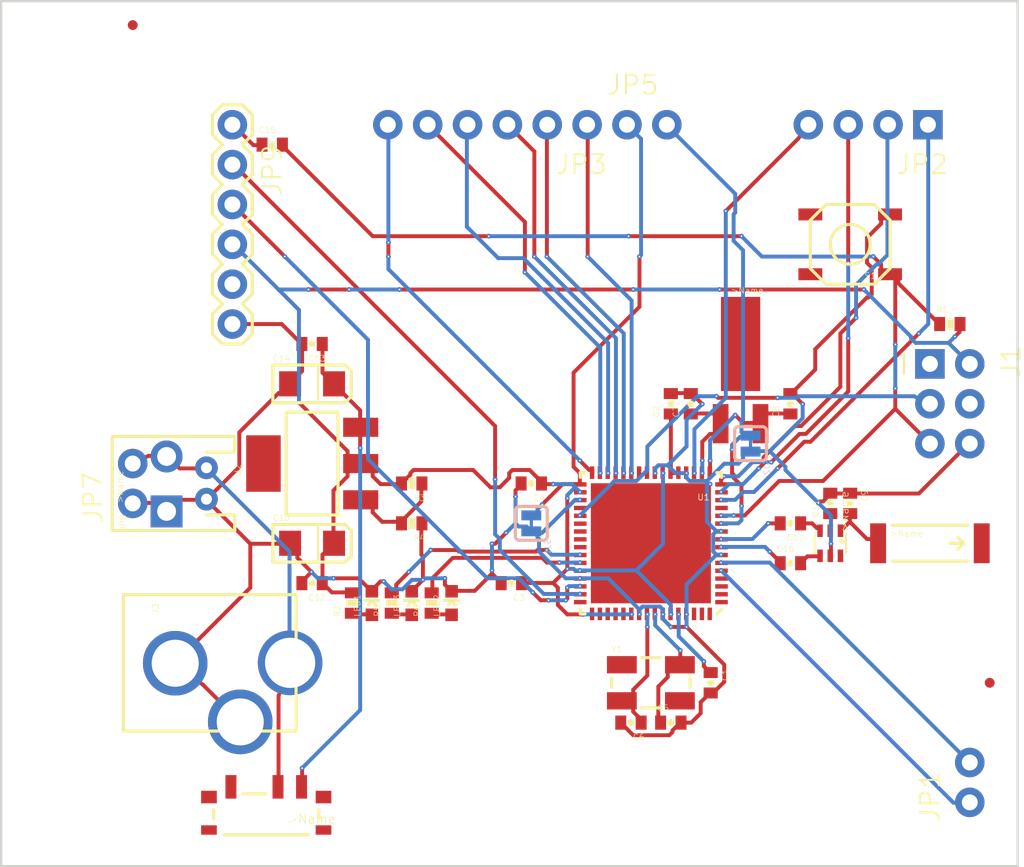
<source format=kicad_pcb>
(kicad_pcb (version 20171130) (host pcbnew "(5.1.7-0-10_14)")

  (general
    (thickness 1.6)
    (drawings 7)
    (tracks 599)
    (zones 0)
    (modules 48)
    (nets 63)
  )

  (page A4)
  (layers
    (0 Top signal)
    (31 Bottom signal)
    (32 B.Adhes user)
    (33 F.Adhes user)
    (34 B.Paste user)
    (35 F.Paste user)
    (36 B.SilkS user)
    (37 F.SilkS user)
    (38 B.Mask user)
    (39 F.Mask user)
    (40 Dwgs.User user)
    (41 Cmts.User user)
    (42 Eco1.User user)
    (43 Eco2.User user)
    (44 Edge.Cuts user)
    (45 Margin user)
    (46 B.CrtYd user)
    (47 F.CrtYd user)
    (48 B.Fab user)
    (49 F.Fab user)
  )

  (setup
    (last_trace_width 0.25)
    (trace_clearance 0.2)
    (zone_clearance 0.508)
    (zone_45_only no)
    (trace_min 0.2)
    (via_size 0.8)
    (via_drill 0.4)
    (via_min_size 0.4)
    (via_min_drill 0.3)
    (uvia_size 0.3)
    (uvia_drill 0.1)
    (uvias_allowed no)
    (uvia_min_size 0.2)
    (uvia_min_drill 0.1)
    (edge_width 0.05)
    (segment_width 0.2)
    (pcb_text_width 0.3)
    (pcb_text_size 1.5 1.5)
    (mod_edge_width 0.12)
    (mod_text_size 1 1)
    (mod_text_width 0.15)
    (pad_size 1.524 1.524)
    (pad_drill 0.762)
    (pad_to_mask_clearance 0.051)
    (solder_mask_min_width 0.25)
    (aux_axis_origin 0 0)
    (visible_elements FFFFEF7F)
    (pcbplotparams
      (layerselection 0x010fc_ffffffff)
      (usegerberextensions false)
      (usegerberattributes false)
      (usegerberadvancedattributes false)
      (creategerberjobfile false)
      (excludeedgelayer true)
      (linewidth 0.100000)
      (plotframeref false)
      (viasonmask false)
      (mode 1)
      (useauxorigin false)
      (hpglpennumber 1)
      (hpglpenspeed 20)
      (hpglpendiameter 15.000000)
      (psnegative false)
      (psa4output false)
      (plotreference true)
      (plotvalue true)
      (plotinvisibletext false)
      (padsonsilk false)
      (subtractmaskfromsilk false)
      (outputformat 1)
      (mirror false)
      (drillshape 1)
      (scaleselection 1)
      (outputdirectory ""))
  )

  (net 0 "")
  (net 1 GND)
  (net 2 N$3)
  (net 3 N$4)
  (net 4 DVDD)
  (net 5 AVDD)
  (net 6 N$5)
  (net 7 N$6)
  (net 8 RFN)
  (net 9 RFP)
  (net 10 RFANT)
  (net 11 RESET)
  (net 12 RSTON)
  (net 13 AREF)
  (net 14 A0)
  (net 15 A1)
  (net 16 A2)
  (net 17 A3)
  (net 18 A4)
  (net 19 A5)
  (net 20 A6)
  (net 21 A7)
  (net 22 PG5)
  (net 23 PG2)
  (net 24 PG1)
  (net 25 PG0)
  (net 26 PE7)
  (net 27 PE6)
  (net 28 PE5)
  (net 29 PE4)
  (net 30 PE3)
  (net 31 PE2)
  (net 32 TX0)
  (net 33 RX0)
  (net 34 PD7)
  (net 35 PD6)
  (net 36 PD5)
  (net 37 PD4)
  (net 38 TX1)
  (net 39 RX1)
  (net 40 SDA)
  (net 41 SCL)
  (net 42 PB7)
  (net 43 PB6)
  (net 44 PB5)
  (net 45 PB4)
  (net 46 S$1)
  (net 47 MISO)
  (net 48 S$2)
  (net 49 MOSI)
  (net 50 SCK)
  (net 51 SSN)
  (net 52 3.3V)
  (net 53 VCC)
  (net 54 DTR)
  (net 55 N$2)
  (net 56 N$7)
  (net 57 FB)
  (net 58 N$10)
  (net 59 N$11)
  (net 60 N$8)
  (net 61 N$13)
  (net 62 N$9)

  (net_class Default "This is the default net class."
    (clearance 0.2)
    (trace_width 0.25)
    (via_dia 0.8)
    (via_drill 0.4)
    (uvia_dia 0.3)
    (uvia_drill 0.1)
    (add_net 3.3V)
    (add_net A0)
    (add_net A1)
    (add_net A2)
    (add_net A3)
    (add_net A4)
    (add_net A5)
    (add_net A6)
    (add_net A7)
    (add_net AREF)
    (add_net AVDD)
    (add_net DTR)
    (add_net DVDD)
    (add_net FB)
    (add_net GND)
    (add_net MISO)
    (add_net MOSI)
    (add_net N$10)
    (add_net N$11)
    (add_net N$13)
    (add_net N$2)
    (add_net N$3)
    (add_net N$4)
    (add_net N$5)
    (add_net N$6)
    (add_net N$7)
    (add_net N$8)
    (add_net N$9)
    (add_net PB4)
    (add_net PB5)
    (add_net PB6)
    (add_net PB7)
    (add_net PD4)
    (add_net PD5)
    (add_net PD6)
    (add_net PD7)
    (add_net PE2)
    (add_net PE3)
    (add_net PE4)
    (add_net PE5)
    (add_net PE6)
    (add_net PE7)
    (add_net PG0)
    (add_net PG1)
    (add_net PG2)
    (add_net PG5)
    (add_net RESET)
    (add_net RFANT)
    (add_net RFN)
    (add_net RFP)
    (add_net RSTON)
    (add_net RX0)
    (add_net RX1)
    (add_net S$1)
    (add_net S$2)
    (add_net SCK)
    (add_net SCL)
    (add_net SDA)
    (add_net SSN)
    (add_net TX0)
    (add_net TX1)
    (add_net VCC)
  )

  (module SJ_2S-TRACE (layer Bottom) (tedit 60C3C235) (tstamp 5D7BFD11)
    (at 163.8681 105.6386 90)
    (descr "Solder jumper, small, shorted with trace. No paste layer. Trace is cuttable.")
    (fp_text reference SJ2 (at -0.9525 1.27 90) (layer B.SilkS)
      (effects (font (size 0.38608 0.38608) (thickness 0.030886)) (justify left bottom mirror))
    )
    (fp_text value "" (at -0.9525 -1.651 90) (layer B.Fab)
      (effects (font (size 0.38608 0.38608) (thickness 0.030886)) (justify left bottom mirror))
    )
    (fp_line (start 1.0795 0.762) (end 1.0795 -0.762) (layer B.SilkS) (width 0.2032))
    (fp_line (start -1.0795 -0.762) (end -1.0795 0.762) (layer B.SilkS) (width 0.2032))
    (fp_line (start -0.381 0) (end 0.381 0) (layer Bottom) (width 0.2032))
    (fp_line (start -0.8255 1.016) (end 0.8255 1.016) (layer B.SilkS) (width 0.2032))
    (fp_line (start 0.8255 -1.016) (end -0.8255 -1.016) (layer B.SilkS) (width 0.2032))
    (fp_arc (start 0.8255 -0.762) (end 0.8255 -1.016) (angle 90) (layer B.SilkS) (width 0.2032))
    (fp_arc (start -0.8255 -0.762) (end -1.0795 -0.762) (angle 90) (layer B.SilkS) (width 0.2032))
    (fp_arc (start -0.8255 0.762) (end -1.0795 0.762) (angle -90) (layer B.SilkS) (width 0.2032))
    (fp_arc (start 0.8255 0.762) (end 0.8255 1.016) (angle -90) (layer B.SilkS) (width 0.2032))
    (pad 2 smd rect (at 0.508 0 90) (size 0.635 1.27) (layers Bottom B.Mask)
      (net 1 GND) (solder_mask_margin 0.1016))
    (pad 1 smd rect (at -0.508 0 90) (size 0.635 1.27) (layers Bottom B.Mask)
      (net 1 GND) (solder_mask_margin 0.1016))
  )

  (module SJ_2S-TRACE (layer Bottom) (tedit 60C3C204) (tstamp 5D7BFD05)
    (at 149.8981 110.7186 90)
    (descr "Solder jumper, small, shorted with trace. No paste layer. Trace is cuttable.")
    (fp_text reference SJ1 (at -0.9525 1.27 90) (layer B.SilkS)
      (effects (font (size 0.38608 0.38608) (thickness 0.030886)) (justify left bottom mirror))
    )
    (fp_text value "" (at -0.9525 -1.651 90) (layer B.Fab)
      (effects (font (size 0.38608 0.38608) (thickness 0.030886)) (justify left bottom mirror))
    )
    (fp_line (start 1.0795 0.762) (end 1.0795 -0.762) (layer B.SilkS) (width 0.2032))
    (fp_line (start -1.0795 -0.762) (end -1.0795 0.762) (layer B.SilkS) (width 0.2032))
    (fp_line (start -0.381 0) (end 0.381 0) (layer Bottom) (width 0.2032))
    (fp_line (start -0.8255 1.016) (end 0.8255 1.016) (layer B.SilkS) (width 0.2032))
    (fp_line (start 0.8255 -1.016) (end -0.8255 -1.016) (layer B.SilkS) (width 0.2032))
    (fp_arc (start 0.8255 -0.762) (end 0.8255 -1.016) (angle 90) (layer B.SilkS) (width 0.2032))
    (fp_arc (start -0.8255 -0.762) (end -1.0795 -0.762) (angle 90) (layer B.SilkS) (width 0.2032))
    (fp_arc (start -0.8255 0.762) (end -1.0795 0.762) (angle -90) (layer B.SilkS) (width 0.2032))
    (fp_arc (start 0.8255 0.762) (end 0.8255 1.016) (angle -90) (layer B.SilkS) (width 0.2032))
    (pad 2 smd rect (at 0.508 0 90) (size 0.635 1.27) (layers Bottom B.Mask)
      (net 1 GND) (solder_mask_margin 0.1016))
    (pad 1 smd rect (at -0.508 0 90) (size 0.635 1.27) (layers Bottom B.Mask)
      (net 1 GND) (solder_mask_margin 0.1016))
  )

  (module TACTILE_SWITCH_SMD (layer Top) (tedit 60C377EE) (tstamp 5D7BFCD0)
    (at 170.2181 92.9386 180)
    (fp_text reference S1 (at -0.889 -1.778 180) (layer F.SilkS)
      (effects (font (size 0.38608 0.38608) (thickness 0.030886)) (justify left top))
    )
    (fp_text value "" (at 0 0 180) (layer F.SilkS) hide
      (effects (font (size 0.38608 0.38608) (thickness 0.030886)) (justify left top))
    )
    (fp_circle (center 0 0) (end 1.27 0) (layer F.SilkS) (width 0.2032))
    (fp_line (start 1.905 0.23) (end 1.905 1.115) (layer F.Fab) (width 0.127))
    (fp_line (start 1.905 -0.445) (end 2.16 0.01) (layer F.Fab) (width 0.127))
    (fp_line (start 1.905 -1.27) (end 1.905 -0.445) (layer F.Fab) (width 0.127))
    (fp_line (start 1.54 2.54) (end -1.54 2.54) (layer F.SilkS) (width 0.2032))
    (fp_line (start 2.54 1.54) (end 1.54 2.54) (layer F.SilkS) (width 0.2032))
    (fp_line (start 2.54 -1.54) (end 2.54 1.54) (layer F.SilkS) (width 0.2032))
    (fp_line (start 1.54 -2.54) (end 2.54 -1.54) (layer F.SilkS) (width 0.2032))
    (fp_line (start -1.54 -2.54) (end 1.54 -2.54) (layer F.SilkS) (width 0.2032))
    (fp_line (start -2.54 -1.54) (end -1.54 -2.54) (layer F.SilkS) (width 0.2032))
    (fp_line (start -2.54 1.54) (end -2.54 -1.54) (layer F.SilkS) (width 0.2032))
    (fp_line (start -1.54 2.54) (end -2.54 1.54) (layer F.SilkS) (width 0.2032))
    (fp_text user >Value (at -0.889 2.032) (layer F.Fab)
      (effects (font (size 0.38608 0.38608) (thickness 0.032512)) (justify right bottom))
    )
    (pad 4 smd rect (at 2.54 1.905 270) (size 0.762 1.524) (layers Top F.Paste F.Mask)
      (solder_mask_margin 0.1016))
    (pad 3 smd rect (at -2.54 1.905 270) (size 0.762 1.524) (layers Top F.Paste F.Mask)
      (net 1 GND) (solder_mask_margin 0.1016))
    (pad 2 smd rect (at 2.54 -1.905 270) (size 0.762 1.524) (layers Top F.Paste F.Mask)
      (solder_mask_margin 0.1016))
    (pad 1 smd rect (at -2.54 -1.905 270) (size 0.762 1.524) (layers Top F.Paste F.Mask)
      (net 11 RESET) (solder_mask_margin 0.1016))
  )

  (module EIA3216 (layer Top) (tedit 60C376FB) (tstamp 5D7BFE33)
    (at 135.9281 111.9886)
    (fp_text reference C10 (at -2.54 -1.381) (layer F.SilkS)
      (effects (font (size 0.38608 0.38608) (thickness 0.030886)) (justify left bottom))
    )
    (fp_text value 10uF (at 0.408 -1.332) (layer F.Fab)
      (effects (font (size 0.38608 0.38608) (thickness 0.030886)) (justify left bottom))
    )
    (fp_line (start 0.381 -1.016) (end 0.381 1.016) (layer F.SilkS) (width 0.127))
    (fp_line (start 2.1 -1.2) (end 1 -1.2) (layer F.SilkS) (width 0.2032))
    (fp_line (start 2.5 -0.8) (end 2.1 -1.2) (layer F.SilkS) (width 0.2032))
    (fp_line (start 2.5 0.8) (end 2.5 -0.8) (layer F.SilkS) (width 0.2032))
    (fp_line (start 2.1 1.2) (end 2.5 0.8) (layer F.SilkS) (width 0.2032))
    (fp_line (start 1 1.2) (end 2.1 1.2) (layer F.SilkS) (width 0.2032))
    (fp_line (start -2.5 -1.2) (end 1 -1.2) (layer F.SilkS) (width 0.2032))
    (fp_line (start -2.5 1.2) (end -2.5 -1.2) (layer F.SilkS) (width 0.2032))
    (fp_line (start 1 1.2) (end -2.5 1.2) (layer F.SilkS) (width 0.2032))
    (pad A smd rect (at 1.4 0 90) (size 1.6 1.4) (layers Top F.Paste F.Mask)
      (net 52 3.3V) (solder_mask_margin 0.1016))
    (pad C smd rect (at -1.4 0 90) (size 1.6 1.4) (layers Top F.Paste F.Mask)
      (net 1 GND) (solder_mask_margin 0.1016))
  )

  (module EIA3216 (layer Top) (tedit 60C376E0) (tstamp 5D7BFD42)
    (at 135.9281 101.8286)
    (fp_text reference C14 (at -2.54 -1.381) (layer F.SilkS)
      (effects (font (size 0.38608 0.38608) (thickness 0.030886)) (justify left bottom))
    )
    (fp_text value 10uF (at 0.408 -1.332) (layer F.Fab)
      (effects (font (size 0.38608 0.38608) (thickness 0.030886)) (justify left bottom))
    )
    (fp_line (start 0.381 -1.016) (end 0.381 1.016) (layer F.SilkS) (width 0.127))
    (fp_line (start 2.1 -1.2) (end 1 -1.2) (layer F.SilkS) (width 0.2032))
    (fp_line (start 2.5 -0.8) (end 2.1 -1.2) (layer F.SilkS) (width 0.2032))
    (fp_line (start 2.5 0.8) (end 2.5 -0.8) (layer F.SilkS) (width 0.2032))
    (fp_line (start 2.1 1.2) (end 2.5 0.8) (layer F.SilkS) (width 0.2032))
    (fp_line (start 1 1.2) (end 2.1 1.2) (layer F.SilkS) (width 0.2032))
    (fp_line (start -2.5 -1.2) (end 1 -1.2) (layer F.SilkS) (width 0.2032))
    (fp_line (start -2.5 1.2) (end -2.5 -1.2) (layer F.SilkS) (width 0.2032))
    (fp_line (start 1 1.2) (end -2.5 1.2) (layer F.SilkS) (width 0.2032))
    (pad A smd rect (at 1.4 0 90) (size 1.6 1.4) (layers Top F.Paste F.Mask)
      (net 53 VCC) (solder_mask_margin 0.1016))
    (pad C smd rect (at -1.4 0 90) (size 1.6 1.4) (layers Top F.Paste F.Mask)
      (net 1 GND) (solder_mask_margin 0.1016))
  )

  (module POWER_JACK_PTH_LOCK (layer Top) (tedit 60C37679) (tstamp 5D7BFD50)
    (at 128.27 119.6086 270)
    (fp_text reference J3 (at -3.81 2.54 90) (layer F.SilkS)
      (effects (font (size 0.38608 0.38608) (thickness 0.030886)) (justify right top))
    )
    (fp_text value POWER_JACKPTH_LOCK (at -3.81 3.81 90) (layer F.Fab)
      (effects (font (size 0.38608 0.38608) (thickness 0.030886)) (justify right top))
    )
    (fp_poly (pts (xy 1.2192 0.2286) (xy 1.2192 -0.0508) (xy -1.2192 -0.0508) (xy -1.2192 0.2286)) (layer F.Fab) (width 0))
    (fp_line (start -4.3476 4.366) (end 4.3476 4.366) (layer F.SilkS) (width 0.2032))
    (fp_line (start -4.3476 -6.6388) (end -2.4 -6.6388) (layer F.SilkS) (width 0.2032))
    (fp_line (start -4.3476 4.366) (end -4.3476 -6.6388) (layer F.SilkS) (width 0.2032))
    (fp_line (start 4.3476 -6.6388) (end 4.3476 -5.38) (layer F.SilkS) (width 0.2032))
    (fp_line (start 4.3476 4.366) (end 4.3476 -5.38) (layer F.SilkS) (width 0.2032))
    (fp_line (start 4.3476 7.52) (end -4.3476 7.52) (layer F.Fab) (width 0.2032))
    (fp_line (start 4.3476 7.52) (end 4.3476 4.3406) (layer F.Fab) (width 0.2032))
    (fp_line (start -4.3476 4.3406) (end -4.3476 7.52) (layer F.Fab) (width 0.2032))
    (fp_line (start 4.3476 -6.6388) (end -2.4 -6.6388) (layer F.SilkS) (width 0.2032))
    (pad GNDBREAK thru_hole circle (at 3.7616 -3.08) (size 4.1148 4.1148) (drill 2.9972) (layers *.Cu *.Mask)
      (net 1 GND) (solder_mask_margin 0.1016))
    (pad GND thru_hole circle (at 0.0254 1.063 270) (size 4.1148 4.1148) (drill 2.9972) (layers *.Cu *.Mask)
      (net 1 GND) (solder_mask_margin 0.1016))
    (pad PWR thru_hole circle (at 0 -6.2578 270) (size 4.1148 4.1148) (drill 3.2) (layers *.Cu *.Mask)
      (net 62 N$9) (solder_mask_margin 0.1016))
  )

  (module QFN-64 (layer Top) (tedit 0) (tstamp 5D7BFB96)
    (at 157.5181 111.9886 180)
    (fp_text reference U1 (at -3.766 3.1578) (layer F.SilkS)
      (effects (font (size 0.38608 0.38608) (thickness 0.046329)) (justify right top))
    )
    (fp_text value ATMEGA128RFA1 (at -3.766 3.77) (layer F.Fab)
      (effects (font (size 0.38608 0.38608) (thickness 0.046329)) (justify right top))
    )
    (fp_poly (pts (xy -1 1) (xy 1 1) (xy 1 -1) (xy -1 -1)) (layer F.Paste) (width 0))
    (fp_poly (pts (xy -1 -1.5) (xy 1 -1.5) (xy 1 -3.3) (xy -1 -3.3)) (layer F.Paste) (width 0))
    (fp_poly (pts (xy -1 3.3) (xy 1 3.3) (xy 1 1.5) (xy -1 1.5)) (layer F.Paste) (width 0))
    (fp_poly (pts (xy 1.5 1) (xy 3.3 1) (xy 3.3 -1) (xy 1.5 -1)) (layer F.Paste) (width 0))
    (fp_poly (pts (xy -3.3 1) (xy -1.5 1) (xy -1.5 -1) (xy -3.3 -1)) (layer F.Paste) (width 0))
    (fp_poly (pts (xy 1.5 -1.5) (xy 3.3 -1.5) (xy 3.3 -3.3) (xy 1.5 -3.3)) (layer F.Paste) (width 0))
    (fp_poly (pts (xy 1.5 3.3) (xy 3.3 3.3) (xy 3.3 1.5) (xy 1.5 1.5)) (layer F.Paste) (width 0))
    (fp_poly (pts (xy -3.3 -1.5) (xy -1.5 -1.5) (xy -1.5 -3.3) (xy -3.3 -3.3)) (layer F.Paste) (width 0))
    (fp_poly (pts (xy -3.3 3.3) (xy -1.5 3.3) (xy -1.5 1.5) (xy -3.3 1.5)) (layer F.Paste) (width 0))
    (fp_circle (center -3.442 -3.45) (end -3.242 -3.45) (layer F.Fab) (width 0.09))
    (fp_line (start -4.5 4.5) (end -4.2 4.5) (layer F.SilkS) (width 0.2032))
    (fp_line (start -4.5 4.5) (end -4.5 4.2) (layer F.SilkS) (width 0.2032))
    (fp_line (start 4.5 4.5) (end 4.2 4.5) (layer F.SilkS) (width 0.2032))
    (fp_line (start 4.5 4.5) (end 4.5 4.2) (layer F.SilkS) (width 0.2032))
    (fp_line (start 4.5 -4.5) (end 4.5 -4.2) (layer F.SilkS) (width 0.2032))
    (fp_line (start 4.5 -4.5) (end 4.2 -4.5) (layer F.SilkS) (width 0.2032))
    (fp_line (start -4.5 -4.2) (end -4.2 -4.5) (layer F.SilkS) (width 0.2032))
    (fp_line (start -4.5 -4.5) (end -4.5 4.5) (layer F.Fab) (width 0.09))
    (fp_line (start 4.5 -4.5) (end -4.5 -4.5) (layer F.Fab) (width 0.09))
    (fp_line (start 4.5 4.5) (end 4.5 -4.5) (layer F.Fab) (width 0.09))
    (fp_line (start -4.5 4.5) (end 4.5 4.5) (layer F.Fab) (width 0.09))
    (pad 65 smd rect (at 0 0 180) (size 7.65 7.65) (layers Top F.Mask)
      (net 1 GND) (solder_mask_margin 0.1016))
    (pad 64 smd rect (at -3.75 -4.5 180) (size 0.28 0.8) (layers Top F.Paste F.Mask)
      (net 15 A1) (solder_mask_margin 0.1016))
    (pad 63 smd rect (at -3.25 -4.5 180) (size 0.28 0.8) (layers Top F.Paste F.Mask)
      (net 14 A0) (solder_mask_margin 0.1016))
    (pad 62 smd rect (at -2.75 -4.5 180) (size 0.28 0.8) (layers Top F.Paste F.Mask)
      (net 13 AREF) (solder_mask_margin 0.1016))
    (pad 61 smd rect (at -2.25 -4.5 180) (size 0.28 0.8) (layers Top F.Paste F.Mask)
      (net 1 GND) (solder_mask_margin 0.1016))
    (pad 60 smd rect (at -1.75 -4.5 180) (size 0.28 0.8) (layers Top F.Paste F.Mask)
      (net 5 AVDD) (solder_mask_margin 0.1016))
    (pad 59 smd rect (at -1.25 -4.5 180) (size 0.28 0.8) (layers Top F.Paste F.Mask)
      (net 52 3.3V) (solder_mask_margin 0.1016))
    (pad 58 smd rect (at -0.75 -4.5 180) (size 0.28 0.8) (layers Top F.Paste F.Mask)
      (net 1 GND) (solder_mask_margin 0.1016))
    (pad 57 smd rect (at -0.25 -4.5 180) (size 0.28 0.8) (layers Top F.Paste F.Mask)
      (net 2 N$3) (solder_mask_margin 0.1016))
    (pad 56 smd rect (at 0.25 -4.5 180) (size 0.28 0.8) (layers Top F.Paste F.Mask)
      (net 3 N$4) (solder_mask_margin 0.1016))
    (pad 55 smd rect (at 0.75 -4.5 180) (size 0.28 0.8) (layers Top F.Paste F.Mask)
      (net 1 GND) (solder_mask_margin 0.1016))
    (pad 54 smd rect (at 1.25 -4.5 180) (size 0.28 0.8) (layers Top F.Paste F.Mask)
      (net 52 3.3V) (solder_mask_margin 0.1016))
    (pad 53 smd rect (at 1.75 -4.5 180) (size 0.28 0.8) (layers Top F.Paste F.Mask)
      (net 26 PE7) (solder_mask_margin 0.1016))
    (pad 52 smd rect (at 2.25 -4.5 180) (size 0.28 0.8) (layers Top F.Paste F.Mask)
      (net 27 PE6) (solder_mask_margin 0.1016))
    (pad 51 smd rect (at 2.75 -4.5 180) (size 0.28 0.8) (layers Top F.Paste F.Mask)
      (net 28 PE5) (solder_mask_margin 0.1016))
    (pad 50 smd rect (at 3.25 -4.5 180) (size 0.28 0.8) (layers Top F.Paste F.Mask)
      (net 29 PE4) (solder_mask_margin 0.1016))
    (pad 49 smd rect (at 3.75 -4.5 180) (size 0.28 0.8) (layers Top F.Paste F.Mask)
      (net 30 PE3) (solder_mask_margin 0.1016))
    (pad 48 smd rect (at 4.5 -3.75 270) (size 0.28 0.8) (layers Top F.Paste F.Mask)
      (net 31 PE2) (solder_mask_margin 0.1016))
    (pad 47 smd rect (at 4.5 -3.25 270) (size 0.28 0.8) (layers Top F.Paste F.Mask)
      (net 32 TX0) (solder_mask_margin 0.1016))
    (pad 46 smd rect (at 4.5 -2.75 270) (size 0.28 0.8) (layers Top F.Paste F.Mask)
      (net 33 RX0) (solder_mask_margin 0.1016))
    (pad 45 smd rect (at 4.5 -2.25 270) (size 0.28 0.8) (layers Top F.Paste F.Mask)
      (net 1 GND) (solder_mask_margin 0.1016))
    (pad 44 smd rect (at 4.5 -1.75 270) (size 0.28 0.8) (layers Top F.Paste F.Mask)
      (net 52 3.3V) (solder_mask_margin 0.1016))
    (pad 43 smd rect (at 4.5 -1.25 270) (size 0.28 0.8) (layers Top F.Paste F.Mask)
      (net 42 PB7) (solder_mask_margin 0.1016))
    (pad 42 smd rect (at 4.5 -0.75 270) (size 0.28 0.8) (layers Top F.Paste F.Mask)
      (net 43 PB6) (solder_mask_margin 0.1016))
    (pad 41 smd rect (at 4.5 -0.25 270) (size 0.28 0.8) (layers Top F.Paste F.Mask)
      (net 44 PB5) (solder_mask_margin 0.1016))
    (pad 40 smd rect (at 4.5 0.25 270) (size 0.28 0.8) (layers Top F.Paste F.Mask)
      (net 45 PB4) (solder_mask_margin 0.1016))
    (pad 39 smd rect (at 4.5 0.75 270) (size 0.28 0.8) (layers Top F.Paste F.Mask)
      (net 47 MISO) (solder_mask_margin 0.1016))
    (pad 38 smd rect (at 4.5 1.25 270) (size 0.28 0.8) (layers Top F.Paste F.Mask)
      (net 48 S$2) (solder_mask_margin 0.1016))
    (pad 37 smd rect (at 4.5 1.75 270) (size 0.28 0.8) (layers Top F.Paste F.Mask)
      (net 50 SCK) (solder_mask_margin 0.1016))
    (pad 36 smd rect (at 4.5 2.25 270) (size 0.28 0.8) (layers Top F.Paste F.Mask)
      (net 51 SSN) (solder_mask_margin 0.1016))
    (pad 35 smd rect (at 4.5 2.75 270) (size 0.28 0.8) (layers Top F.Paste F.Mask)
      (net 1 GND) (solder_mask_margin 0.1016))
    (pad 34 smd rect (at 4.5 3.25 270) (size 0.28 0.8) (layers Top F.Paste F.Mask)
      (net 52 3.3V) (solder_mask_margin 0.1016))
    (pad 33 smd rect (at 4.5 3.75 270) (size 0.28 0.8) (layers Top F.Paste F.Mask)
      (net 1 GND) (solder_mask_margin 0.1016))
    (pad 32 smd rect (at 3.75 4.5 180) (size 0.28 0.8) (layers Top F.Paste F.Mask)
      (net 34 PD7) (solder_mask_margin 0.1016))
    (pad 31 smd rect (at 3.25 4.5 180) (size 0.28 0.8) (layers Top F.Paste F.Mask)
      (net 35 PD6) (solder_mask_margin 0.1016))
    (pad 30 smd rect (at 2.75 4.5 180) (size 0.28 0.8) (layers Top F.Paste F.Mask)
      (net 36 PD5) (solder_mask_margin 0.1016))
    (pad 29 smd rect (at 2.25 4.5 180) (size 0.28 0.8) (layers Top F.Paste F.Mask)
      (net 37 PD4) (solder_mask_margin 0.1016))
    (pad 11 smd rect (at -4.5 1.25 90) (size 0.28 0.8) (layers Top F.Paste F.Mask)
      (net 1 GND) (solder_mask_margin 0.1016))
    (pad 20 smd rect (at -2.25 4.5) (size 0.28 0.8) (layers Top F.Paste F.Mask)
      (net 1 GND) (solder_mask_margin 0.1016))
    (pad 19 smd rect (at -2.75 4.5) (size 0.28 0.8) (layers Top F.Paste F.Mask)
      (net 22 PG5) (solder_mask_margin 0.1016))
    (pad 12 smd rect (at -4.5 1.75 90) (size 0.28 0.8) (layers Top F.Paste F.Mask)
      (net 11 RESET) (solder_mask_margin 0.1016))
    (pad 13 smd rect (at -4.5 2.25 90) (size 0.28 0.8) (layers Top F.Paste F.Mask)
      (net 12 RSTON) (solder_mask_margin 0.1016))
    (pad 18 smd rect (at -3.25 4.5) (size 0.28 0.8) (layers Top F.Paste F.Mask)
      (net 6 N$5) (solder_mask_margin 0.1016))
    (pad 17 smd rect (at -3.75 4.5) (size 0.28 0.8) (layers Top F.Paste F.Mask)
      (net 7 N$6) (solder_mask_margin 0.1016))
    (pad 14 smd rect (at -4.5 2.75 90) (size 0.28 0.8) (layers Top F.Paste F.Mask)
      (net 25 PG0) (solder_mask_margin 0.1016))
    (pad 15 smd rect (at -4.5 3.25 270) (size 0.28 0.8) (layers Top F.Paste F.Mask)
      (net 24 PG1) (solder_mask_margin 0.1016))
    (pad 16 smd rect (at -4.5 3.75 270) (size 0.28 0.8) (layers Top F.Paste F.Mask)
      (net 23 PG2) (solder_mask_margin 0.1016))
    (pad 1 smd rect (at -4.5 -3.75 90) (size 0.28 0.8) (layers Top F.Paste F.Mask)
      (net 16 A2) (solder_mask_margin 0.1016))
    (pad 10 smd rect (at -4.5 0.75 90) (size 0.28 0.8) (layers Top F.Paste F.Mask)
      (net 1 GND) (solder_mask_margin 0.1016))
    (pad 9 smd rect (at -4.5 0.25 90) (size 0.28 0.8) (layers Top F.Paste F.Mask)
      (net 8 RFN) (solder_mask_margin 0.1016))
    (pad 2 smd rect (at -4.5 -3.25 90) (size 0.28 0.8) (layers Top F.Paste F.Mask)
      (net 17 A3) (solder_mask_margin 0.1016))
    (pad 3 smd rect (at -4.5 -2.75 90) (size 0.28 0.8) (layers Top F.Paste F.Mask)
      (net 18 A4) (solder_mask_margin 0.1016))
    (pad 8 smd rect (at -4.5 -0.25 90) (size 0.28 0.8) (layers Top F.Paste F.Mask)
      (net 9 RFP) (solder_mask_margin 0.1016))
    (pad 7 smd rect (at -4.5 -0.75 90) (size 0.28 0.8) (layers Top F.Paste F.Mask)
      (net 1 GND) (solder_mask_margin 0.1016))
    (pad 4 smd rect (at -4.5 -2.25 90) (size 0.28 0.8) (layers Top F.Paste F.Mask)
      (net 19 A5) (solder_mask_margin 0.1016))
    (pad 5 smd rect (at -4.5 -1.75 90) (size 0.28 0.8) (layers Top F.Paste F.Mask)
      (net 20 A6) (solder_mask_margin 0.1016))
    (pad 6 smd rect (at -4.5 -1.25 90) (size 0.28 0.8) (layers Top F.Paste F.Mask)
      (net 21 A7) (solder_mask_margin 0.1016))
    (pad 21 smd rect (at -1.75 4.5) (size 0.28 0.8) (layers Top F.Paste F.Mask)
      (net 4 DVDD) (solder_mask_margin 0.1016))
    (pad 22 smd rect (at -1.25 4.5) (size 0.28 0.8) (layers Top F.Paste F.Mask)
      (net 4 DVDD) (solder_mask_margin 0.1016))
    (pad 23 smd rect (at -0.75 4.5) (size 0.28 0.8) (layers Top F.Paste F.Mask)
      (net 52 3.3V) (solder_mask_margin 0.1016))
    (pad 28 smd rect (at 1.75 4.5) (size 0.28 0.8) (layers Top F.Paste F.Mask)
      (net 38 TX1) (solder_mask_margin 0.1016))
    (pad 27 smd rect (at 1.25 4.5) (size 0.28 0.8) (layers Top F.Paste F.Mask)
      (net 39 RX1) (solder_mask_margin 0.1016))
    (pad 24 smd rect (at -0.25 4.5) (size 0.28 0.8) (layers Top F.Paste F.Mask)
      (net 1 GND) (solder_mask_margin 0.1016))
    (pad 25 smd rect (at 0.25 4.5) (size 0.28 0.8) (layers Top F.Paste F.Mask)
      (net 41 SCL) (solder_mask_margin 0.1016))
    (pad 26 smd rect (at 0.75 4.5) (size 0.28 0.8) (layers Top F.Paste F.Mask)
      (net 40 SDA) (solder_mask_margin 0.1016))
  )

  (module 0402-CAP (layer Top) (tedit 0) (tstamp 5D7BFBEF)
    (at 161.3281 120.8786 270)
    (descr "<b>CAPACITOR</b><p>\nchip")
    (fp_text reference C1 (at -0.889 -0.6985 90) (layer F.SilkS)
      (effects (font (size 0.38608 0.38608) (thickness 0.030886)) (justify right top))
    )
    (fp_text value 1uF (at -1.0795 1.143 90) (layer F.Fab)
      (effects (font (size 0.38608 0.38608) (thickness 0.030886)) (justify right top))
    )
    (fp_poly (pts (xy -0.1999 0.3) (xy 0.1999 0.3) (xy 0.1999 -0.3) (xy -0.1999 -0.3)) (layer F.Adhes) (width 0))
    (fp_poly (pts (xy 0.2588 0.3048) (xy 0.5588 0.3048) (xy 0.5588 -0.2951) (xy 0.2588 -0.2951)) (layer F.Fab) (width 0))
    (fp_poly (pts (xy -0.554 0.3048) (xy -0.254 0.3048) (xy -0.254 -0.2951) (xy -0.554 -0.2951)) (layer F.Fab) (width 0))
    (fp_line (start 0 -0.0305) (end 0 0.0305) (layer F.SilkS) (width 0.4064))
    (fp_line (start -1.473 0.483) (end -1.473 -0.483) (layer Dwgs.User) (width 0.0508))
    (fp_line (start 1.473 0.483) (end -1.473 0.483) (layer Dwgs.User) (width 0.0508))
    (fp_line (start 1.473 -0.483) (end 1.473 0.483) (layer Dwgs.User) (width 0.0508))
    (fp_line (start -1.473 -0.483) (end 1.473 -0.483) (layer Dwgs.User) (width 0.0508))
    (fp_line (start 0.245 0.224) (end -0.245 0.224) (layer F.Fab) (width 0.1524))
    (fp_line (start -0.245 -0.224) (end 0.245 -0.224) (layer F.Fab) (width 0.1524))
    (pad 2 smd rect (at 0.65 0 270) (size 0.7 0.9) (layers Top F.Paste F.Mask)
      (net 1 GND) (solder_mask_margin 0.1016))
    (pad 1 smd rect (at -0.65 0 270) (size 0.7 0.9) (layers Top F.Paste F.Mask)
      (net 5 AVDD) (solder_mask_margin 0.1016))
  )

  (module 0402-CAP (layer Top) (tedit 0) (tstamp 5D7BFBFE)
    (at 158.7881 103.0986 90)
    (descr "<b>CAPACITOR</b><p>\nchip")
    (fp_text reference C2 (at -0.889 -0.6985 90) (layer F.SilkS)
      (effects (font (size 0.38608 0.38608) (thickness 0.030886)) (justify left bottom))
    )
    (fp_text value 1uF (at -1.0795 1.143 90) (layer F.Fab)
      (effects (font (size 0.38608 0.38608) (thickness 0.030886)) (justify left bottom))
    )
    (fp_poly (pts (xy -0.1999 0.3) (xy 0.1999 0.3) (xy 0.1999 -0.3) (xy -0.1999 -0.3)) (layer F.Adhes) (width 0))
    (fp_poly (pts (xy 0.2588 0.3048) (xy 0.5588 0.3048) (xy 0.5588 -0.2951) (xy 0.2588 -0.2951)) (layer F.Fab) (width 0))
    (fp_poly (pts (xy -0.554 0.3048) (xy -0.254 0.3048) (xy -0.254 -0.2951) (xy -0.554 -0.2951)) (layer F.Fab) (width 0))
    (fp_line (start 0 -0.0305) (end 0 0.0305) (layer F.SilkS) (width 0.4064))
    (fp_line (start -1.473 0.483) (end -1.473 -0.483) (layer Dwgs.User) (width 0.0508))
    (fp_line (start 1.473 0.483) (end -1.473 0.483) (layer Dwgs.User) (width 0.0508))
    (fp_line (start 1.473 -0.483) (end 1.473 0.483) (layer Dwgs.User) (width 0.0508))
    (fp_line (start -1.473 -0.483) (end 1.473 -0.483) (layer Dwgs.User) (width 0.0508))
    (fp_line (start 0.245 0.224) (end -0.245 0.224) (layer F.Fab) (width 0.1524))
    (fp_line (start -0.245 -0.224) (end 0.245 -0.224) (layer F.Fab) (width 0.1524))
    (pad 2 smd rect (at 0.65 0 90) (size 0.7 0.9) (layers Top F.Paste F.Mask)
      (net 1 GND) (solder_mask_margin 0.1016))
    (pad 1 smd rect (at -0.65 0 90) (size 0.7 0.9) (layers Top F.Paste F.Mask)
      (net 4 DVDD) (solder_mask_margin 0.1016))
  )

  (module 0402-CAP (layer Top) (tedit 0) (tstamp 5D7BFC0D)
    (at 148.6281 114.5286 180)
    (descr "<b>CAPACITOR</b><p>\nchip")
    (fp_text reference C3 (at -0.889 -0.6985) (layer F.SilkS)
      (effects (font (size 0.38608 0.38608) (thickness 0.030886)) (justify right top))
    )
    (fp_text value 1uF (at -1.0795 1.143) (layer F.Fab)
      (effects (font (size 0.38608 0.38608) (thickness 0.030886)) (justify right top))
    )
    (fp_poly (pts (xy -0.1999 0.3) (xy 0.1999 0.3) (xy 0.1999 -0.3) (xy -0.1999 -0.3)) (layer F.Adhes) (width 0))
    (fp_poly (pts (xy 0.2588 0.3048) (xy 0.5588 0.3048) (xy 0.5588 -0.2951) (xy 0.2588 -0.2951)) (layer F.Fab) (width 0))
    (fp_poly (pts (xy -0.554 0.3048) (xy -0.254 0.3048) (xy -0.254 -0.2951) (xy -0.554 -0.2951)) (layer F.Fab) (width 0))
    (fp_line (start 0 -0.0305) (end 0 0.0305) (layer F.SilkS) (width 0.4064))
    (fp_line (start -1.473 0.483) (end -1.473 -0.483) (layer Dwgs.User) (width 0.0508))
    (fp_line (start 1.473 0.483) (end -1.473 0.483) (layer Dwgs.User) (width 0.0508))
    (fp_line (start 1.473 -0.483) (end 1.473 0.483) (layer Dwgs.User) (width 0.0508))
    (fp_line (start -1.473 -0.483) (end 1.473 -0.483) (layer Dwgs.User) (width 0.0508))
    (fp_line (start 0.245 0.224) (end -0.245 0.224) (layer F.Fab) (width 0.1524))
    (fp_line (start -0.245 -0.224) (end 0.245 -0.224) (layer F.Fab) (width 0.1524))
    (pad 2 smd rect (at 0.65 0 180) (size 0.7 0.9) (layers Top F.Paste F.Mask)
      (net 1 GND) (solder_mask_margin 0.1016))
    (pad 1 smd rect (at -0.65 0 180) (size 0.7 0.9) (layers Top F.Paste F.Mask)
      (net 52 3.3V) (solder_mask_margin 0.1016))
  )

  (module 0402-CAP (layer Top) (tedit 0) (tstamp 5D7BFC1C)
    (at 149.8981 108.1786 180)
    (descr "<b>CAPACITOR</b><p>\nchip")
    (fp_text reference C4 (at -0.889 -0.6985) (layer F.SilkS)
      (effects (font (size 0.38608 0.38608) (thickness 0.030886)) (justify right top))
    )
    (fp_text value 1uF (at -1.0795 1.143) (layer F.Fab)
      (effects (font (size 0.38608 0.38608) (thickness 0.030886)) (justify right top))
    )
    (fp_poly (pts (xy -0.1999 0.3) (xy 0.1999 0.3) (xy 0.1999 -0.3) (xy -0.1999 -0.3)) (layer F.Adhes) (width 0))
    (fp_poly (pts (xy 0.2588 0.3048) (xy 0.5588 0.3048) (xy 0.5588 -0.2951) (xy 0.2588 -0.2951)) (layer F.Fab) (width 0))
    (fp_poly (pts (xy -0.554 0.3048) (xy -0.254 0.3048) (xy -0.254 -0.2951) (xy -0.554 -0.2951)) (layer F.Fab) (width 0))
    (fp_line (start 0 -0.0305) (end 0 0.0305) (layer F.SilkS) (width 0.4064))
    (fp_line (start -1.473 0.483) (end -1.473 -0.483) (layer Dwgs.User) (width 0.0508))
    (fp_line (start 1.473 0.483) (end -1.473 0.483) (layer Dwgs.User) (width 0.0508))
    (fp_line (start 1.473 -0.483) (end 1.473 0.483) (layer Dwgs.User) (width 0.0508))
    (fp_line (start -1.473 -0.483) (end 1.473 -0.483) (layer Dwgs.User) (width 0.0508))
    (fp_line (start 0.245 0.224) (end -0.245 0.224) (layer F.Fab) (width 0.1524))
    (fp_line (start -0.245 -0.224) (end 0.245 -0.224) (layer F.Fab) (width 0.1524))
    (pad 2 smd rect (at 0.65 0 180) (size 0.7 0.9) (layers Top F.Paste F.Mask)
      (net 1 GND) (solder_mask_margin 0.1016))
    (pad 1 smd rect (at -0.65 0 180) (size 0.7 0.9) (layers Top F.Paste F.Mask)
      (net 52 3.3V) (solder_mask_margin 0.1016))
  )

  (module CRYSTAL-SMD-5X3 (layer Top) (tedit 0) (tstamp 5D7BFC2B)
    (at 157.5181 120.8786)
    (fp_text reference Y1 (at -2.54 -1.905) (layer F.SilkS)
      (effects (font (size 0.38608 0.38608) (thickness 0.030886)) (justify left bottom))
    )
    (fp_text value 16MHz (at -2.54 2.54) (layer F.Fab)
      (effects (font (size 0.38608 0.38608) (thickness 0.030886)) (justify left bottom))
    )
    (fp_line (start -2.5 -0.3) (end -2.5 0.3) (layer F.SilkS) (width 0.2032))
    (fp_line (start 0.6 1.6) (end -0.6 1.6) (layer F.SilkS) (width 0.2032))
    (fp_line (start 2.5 -0.3) (end 2.5 0.3) (layer F.SilkS) (width 0.2032))
    (fp_line (start -0.6 -1.6) (end 0.6 -1.6) (layer F.SilkS) (width 0.2032))
    (pad 2 smd rect (at 1.85 1.15) (size 1.9 1.1) (layers Top F.Paste F.Mask)
      (solder_mask_margin 0.1016))
    (pad 4 smd rect (at -1.85 -1.15) (size 1.9 1.1) (layers Top F.Paste F.Mask)
      (solder_mask_margin 0.1016))
    (pad 3 smd rect (at 1.85 -1.15) (size 1.9 1.1) (layers Top F.Paste F.Mask)
      (net 2 N$3) (solder_mask_margin 0.1016))
    (pad 1 smd rect (at -1.85 1.15) (size 1.9 1.1) (layers Top F.Paste F.Mask)
      (net 3 N$4) (solder_mask_margin 0.1016))
  )

  (module 0402-CAP (layer Top) (tedit 0) (tstamp 5D7BFC36)
    (at 158.7881 123.4186)
    (descr "<b>CAPACITOR</b><p>\nchip")
    (fp_text reference C5 (at -0.889 -0.6985) (layer F.SilkS)
      (effects (font (size 0.38608 0.38608) (thickness 0.030886)) (justify left bottom))
    )
    (fp_text value 12pF (at -1.0795 1.143) (layer F.Fab)
      (effects (font (size 0.38608 0.38608) (thickness 0.030886)) (justify left bottom))
    )
    (fp_poly (pts (xy -0.1999 0.3) (xy 0.1999 0.3) (xy 0.1999 -0.3) (xy -0.1999 -0.3)) (layer F.Adhes) (width 0))
    (fp_poly (pts (xy 0.2588 0.3048) (xy 0.5588 0.3048) (xy 0.5588 -0.2951) (xy 0.2588 -0.2951)) (layer F.Fab) (width 0))
    (fp_poly (pts (xy -0.554 0.3048) (xy -0.254 0.3048) (xy -0.254 -0.2951) (xy -0.554 -0.2951)) (layer F.Fab) (width 0))
    (fp_line (start 0 -0.0305) (end 0 0.0305) (layer F.SilkS) (width 0.4064))
    (fp_line (start -1.473 0.483) (end -1.473 -0.483) (layer Dwgs.User) (width 0.0508))
    (fp_line (start 1.473 0.483) (end -1.473 0.483) (layer Dwgs.User) (width 0.0508))
    (fp_line (start 1.473 -0.483) (end 1.473 0.483) (layer Dwgs.User) (width 0.0508))
    (fp_line (start -1.473 -0.483) (end 1.473 -0.483) (layer Dwgs.User) (width 0.0508))
    (fp_line (start 0.245 0.224) (end -0.245 0.224) (layer F.Fab) (width 0.1524))
    (fp_line (start -0.245 -0.224) (end 0.245 -0.224) (layer F.Fab) (width 0.1524))
    (pad 2 smd rect (at 0.65 0) (size 0.7 0.9) (layers Top F.Paste F.Mask)
      (net 1 GND) (solder_mask_margin 0.1016))
    (pad 1 smd rect (at -0.65 0) (size 0.7 0.9) (layers Top F.Paste F.Mask)
      (net 2 N$3) (solder_mask_margin 0.1016))
  )

  (module 0402-CAP (layer Top) (tedit 0) (tstamp 5D7BFC45)
    (at 156.2481 123.4186 180)
    (descr "<b>CAPACITOR</b><p>\nchip")
    (fp_text reference C6 (at -0.889 -0.6985) (layer F.SilkS)
      (effects (font (size 0.38608 0.38608) (thickness 0.030886)) (justify right top))
    )
    (fp_text value 12pF (at -1.0795 1.143) (layer F.Fab)
      (effects (font (size 0.38608 0.38608) (thickness 0.030886)) (justify right top))
    )
    (fp_poly (pts (xy -0.1999 0.3) (xy 0.1999 0.3) (xy 0.1999 -0.3) (xy -0.1999 -0.3)) (layer F.Adhes) (width 0))
    (fp_poly (pts (xy 0.2588 0.3048) (xy 0.5588 0.3048) (xy 0.5588 -0.2951) (xy 0.2588 -0.2951)) (layer F.Fab) (width 0))
    (fp_poly (pts (xy -0.554 0.3048) (xy -0.254 0.3048) (xy -0.254 -0.2951) (xy -0.554 -0.2951)) (layer F.Fab) (width 0))
    (fp_line (start 0 -0.0305) (end 0 0.0305) (layer F.SilkS) (width 0.4064))
    (fp_line (start -1.473 0.483) (end -1.473 -0.483) (layer Dwgs.User) (width 0.0508))
    (fp_line (start 1.473 0.483) (end -1.473 0.483) (layer Dwgs.User) (width 0.0508))
    (fp_line (start 1.473 -0.483) (end 1.473 0.483) (layer Dwgs.User) (width 0.0508))
    (fp_line (start -1.473 -0.483) (end 1.473 -0.483) (layer Dwgs.User) (width 0.0508))
    (fp_line (start 0.245 0.224) (end -0.245 0.224) (layer F.Fab) (width 0.1524))
    (fp_line (start -0.245 -0.224) (end 0.245 -0.224) (layer F.Fab) (width 0.1524))
    (pad 2 smd rect (at 0.65 0 180) (size 0.7 0.9) (layers Top F.Paste F.Mask)
      (net 1 GND) (solder_mask_margin 0.1016))
    (pad 1 smd rect (at -0.65 0 180) (size 0.7 0.9) (layers Top F.Paste F.Mask)
      (net 3 N$4) (solder_mask_margin 0.1016))
  )

  (module CRYSTAL-32KHZ-SMD (layer Top) (tedit 0) (tstamp 5D7BFC54)
    (at 163.2331 104.3686)
    (fp_text reference Y2 (at 0 0) (layer F.SilkS) hide
      (effects (font (size 0.38608 0.38608) (thickness 0.030886)) (justify left bottom))
    )
    (fp_text value 32.768kHz (at 0 0) (layer F.SilkS) hide
      (effects (font (size 0.38608 0.38608) (thickness 0.030886)) (justify left bottom))
    )
    (fp_text user >Value (at -0.635 1.905) (layer F.Fab)
      (effects (font (size 0.38608 0.38608) (thickness 0.032512)) (justify left bottom))
    )
    (fp_text user >Name (at -0.635 -8.255) (layer F.SilkS)
      (effects (font (size 0.38608 0.38608) (thickness 0.032512)) (justify left bottom))
    )
    (pad SHEILD smd rect (at 0 -5.08) (size 2.5 6) (layers Top F.Paste F.Mask)
      (solder_mask_margin 0.1016))
    (pad X2 smd rect (at 1.27 0) (size 1 2.5) (layers Top F.Paste F.Mask)
      (net 7 N$6) (solder_mask_margin 0.1016))
    (pad X1 smd rect (at -1.27 0) (size 1 2.5) (layers Top F.Paste F.Mask)
      (net 6 N$5) (solder_mask_margin 0.1016))
  )

  (module 0402-CAP (layer Top) (tedit 0) (tstamp 5D7BFC5C)
    (at 160.0581 103.0986 90)
    (descr "<b>CAPACITOR</b><p>\nchip")
    (fp_text reference C7 (at -0.889 -0.6985 90) (layer F.SilkS)
      (effects (font (size 0.38608 0.38608) (thickness 0.030886)) (justify left bottom))
    )
    (fp_text value 12pF (at -1.0795 1.143 90) (layer F.Fab)
      (effects (font (size 0.38608 0.38608) (thickness 0.030886)) (justify left bottom))
    )
    (fp_poly (pts (xy -0.1999 0.3) (xy 0.1999 0.3) (xy 0.1999 -0.3) (xy -0.1999 -0.3)) (layer F.Adhes) (width 0))
    (fp_poly (pts (xy 0.2588 0.3048) (xy 0.5588 0.3048) (xy 0.5588 -0.2951) (xy 0.2588 -0.2951)) (layer F.Fab) (width 0))
    (fp_poly (pts (xy -0.554 0.3048) (xy -0.254 0.3048) (xy -0.254 -0.2951) (xy -0.554 -0.2951)) (layer F.Fab) (width 0))
    (fp_line (start 0 -0.0305) (end 0 0.0305) (layer F.SilkS) (width 0.4064))
    (fp_line (start -1.473 0.483) (end -1.473 -0.483) (layer Dwgs.User) (width 0.0508))
    (fp_line (start 1.473 0.483) (end -1.473 0.483) (layer Dwgs.User) (width 0.0508))
    (fp_line (start 1.473 -0.483) (end 1.473 0.483) (layer Dwgs.User) (width 0.0508))
    (fp_line (start -1.473 -0.483) (end 1.473 -0.483) (layer Dwgs.User) (width 0.0508))
    (fp_line (start 0.245 0.224) (end -0.245 0.224) (layer F.Fab) (width 0.1524))
    (fp_line (start -0.245 -0.224) (end 0.245 -0.224) (layer F.Fab) (width 0.1524))
    (pad 2 smd rect (at 0.65 0 90) (size 0.7 0.9) (layers Top F.Paste F.Mask)
      (net 1 GND) (solder_mask_margin 0.1016))
    (pad 1 smd rect (at -0.65 0 90) (size 0.7 0.9) (layers Top F.Paste F.Mask)
      (net 6 N$5) (solder_mask_margin 0.1016))
  )

  (module 0402-CAP (layer Top) (tedit 0) (tstamp 5D7BFC6B)
    (at 166.4081 103.0986 90)
    (descr "<b>CAPACITOR</b><p>\nchip")
    (fp_text reference C8 (at -0.889 -0.6985 90) (layer F.SilkS)
      (effects (font (size 0.38608 0.38608) (thickness 0.030886)) (justify left bottom))
    )
    (fp_text value 12pF (at -1.0795 1.143 90) (layer F.Fab)
      (effects (font (size 0.38608 0.38608) (thickness 0.030886)) (justify left bottom))
    )
    (fp_poly (pts (xy -0.1999 0.3) (xy 0.1999 0.3) (xy 0.1999 -0.3) (xy -0.1999 -0.3)) (layer F.Adhes) (width 0))
    (fp_poly (pts (xy 0.2588 0.3048) (xy 0.5588 0.3048) (xy 0.5588 -0.2951) (xy 0.2588 -0.2951)) (layer F.Fab) (width 0))
    (fp_poly (pts (xy -0.554 0.3048) (xy -0.254 0.3048) (xy -0.254 -0.2951) (xy -0.554 -0.2951)) (layer F.Fab) (width 0))
    (fp_line (start 0 -0.0305) (end 0 0.0305) (layer F.SilkS) (width 0.4064))
    (fp_line (start -1.473 0.483) (end -1.473 -0.483) (layer Dwgs.User) (width 0.0508))
    (fp_line (start 1.473 0.483) (end -1.473 0.483) (layer Dwgs.User) (width 0.0508))
    (fp_line (start 1.473 -0.483) (end 1.473 0.483) (layer Dwgs.User) (width 0.0508))
    (fp_line (start -1.473 -0.483) (end 1.473 -0.483) (layer Dwgs.User) (width 0.0508))
    (fp_line (start 0.245 0.224) (end -0.245 0.224) (layer F.Fab) (width 0.1524))
    (fp_line (start -0.245 -0.224) (end 0.245 -0.224) (layer F.Fab) (width 0.1524))
    (pad 2 smd rect (at 0.65 0 90) (size 0.7 0.9) (layers Top F.Paste F.Mask)
      (net 1 GND) (solder_mask_margin 0.1016))
    (pad 1 smd rect (at -0.65 0 90) (size 0.7 0.9) (layers Top F.Paste F.Mask)
      (net 7 N$6) (solder_mask_margin 0.1016))
  )

  (module BALUN (layer Top) (tedit 0) (tstamp 5D7BFC7A)
    (at 168.9481 111.9886 180)
    (fp_text reference B1 (at 0 0 90) (layer F.SilkS) hide
      (effects (font (size 0.4826 0.4826) (thickness 0.038608)) (justify right top))
    )
    (fp_text value 748421245 (at 0 0 90) (layer F.SilkS) hide
      (effects (font (size 0.4826 0.4826) (thickness 0.038608)) (justify right top))
    )
    (fp_circle (center -0.76 0.13) (end -0.7153 0.13) (layer F.SilkS) (width 0.127))
    (fp_line (start 1 -0.625) (end 1 0.625) (layer F.SilkS) (width 0.127))
    (fp_line (start -1 -0.625) (end -1 0.625) (layer F.SilkS) (width 0.127))
    (fp_line (start -1 -0.625) (end -1 0.625) (layer F.Fab) (width 0.127))
    (fp_line (start 1 -0.625) (end -1 -0.625) (layer F.Fab) (width 0.127))
    (fp_line (start 1 0.625) (end 1 -0.625) (layer F.Fab) (width 0.127))
    (fp_line (start -1 0.625) (end 1 0.625) (layer F.Fab) (width 0.127))
    (fp_text user >Value (at 1.6 0.7 270) (layer F.Fab)
      (effects (font (size 0.4826 0.4826) (thickness 0.04064)) (justify left bottom))
    )
    (fp_text user >Name (at -1.2 0.7 270) (layer F.SilkS)
      (effects (font (size 0.4826 0.4826) (thickness 0.04064)) (justify left bottom))
    )
    (pad 4 smd rect (at 0.65 -0.8 180) (size 0.35 0.8) (layers Top F.Paste F.Mask)
      (net 58 N$10) (solder_mask_margin 0.1016))
    (pad 5 smd rect (at 0 -0.8 180) (size 0.35 0.8) (layers Top F.Paste F.Mask)
      (net 1 GND) (solder_mask_margin 0.1016))
    (pad 6 smd rect (at -0.65 -0.8 180) (size 0.35 0.8) (layers Top F.Paste F.Mask)
      (solder_mask_margin 0.1016))
    (pad 3 smd rect (at 0.65 0.8 180) (size 0.35 0.8) (layers Top F.Paste F.Mask)
      (net 59 N$11) (solder_mask_margin 0.1016))
    (pad 2 smd rect (at 0 0.8 180) (size 0.35 0.8) (layers Top F.Paste F.Mask)
      (net 56 N$7) (solder_mask_margin 0.1016))
    (pad 1 smd rect (at -0.65 0.8 180) (size 0.35 0.8) (layers Top F.Paste F.Mask)
      (net 10 RFANT) (solder_mask_margin 0.1016))
  )

  (module 0402-CAP (layer Top) (tedit 0) (tstamp 5D7BFC8C)
    (at 168.9481 109.4486 90)
    (descr "<b>CAPACITOR</b><p>\nchip")
    (fp_text reference C11 (at -0.889 -0.6985 90) (layer F.SilkS)
      (effects (font (size 0.38608 0.38608) (thickness 0.030886)) (justify left bottom))
    )
    (fp_text value 22pF (at -1.0795 1.143 90) (layer F.Fab)
      (effects (font (size 0.38608 0.38608) (thickness 0.030886)) (justify left bottom))
    )
    (fp_poly (pts (xy -0.1999 0.3) (xy 0.1999 0.3) (xy 0.1999 -0.3) (xy -0.1999 -0.3)) (layer F.Adhes) (width 0))
    (fp_poly (pts (xy 0.2588 0.3048) (xy 0.5588 0.3048) (xy 0.5588 -0.2951) (xy 0.2588 -0.2951)) (layer F.Fab) (width 0))
    (fp_poly (pts (xy -0.554 0.3048) (xy -0.254 0.3048) (xy -0.254 -0.2951) (xy -0.554 -0.2951)) (layer F.Fab) (width 0))
    (fp_line (start 0 -0.0305) (end 0 0.0305) (layer F.SilkS) (width 0.4064))
    (fp_line (start -1.473 0.483) (end -1.473 -0.483) (layer Dwgs.User) (width 0.0508))
    (fp_line (start 1.473 0.483) (end -1.473 0.483) (layer Dwgs.User) (width 0.0508))
    (fp_line (start 1.473 -0.483) (end 1.473 0.483) (layer Dwgs.User) (width 0.0508))
    (fp_line (start -1.473 -0.483) (end 1.473 -0.483) (layer Dwgs.User) (width 0.0508))
    (fp_line (start 0.245 0.224) (end -0.245 0.224) (layer F.Fab) (width 0.1524))
    (fp_line (start -0.245 -0.224) (end 0.245 -0.224) (layer F.Fab) (width 0.1524))
    (pad 2 smd rect (at 0.65 0 90) (size 0.7 0.9) (layers Top F.Paste F.Mask)
      (net 1 GND) (solder_mask_margin 0.1016))
    (pad 1 smd rect (at -0.65 0 90) (size 0.7 0.9) (layers Top F.Paste F.Mask)
      (net 56 N$7) (solder_mask_margin 0.1016))
  )

  (module 0402-RES (layer Top) (tedit 0) (tstamp 5D7BFC9B)
    (at 176.5681 98.0186)
    (descr "<b>CAPACITOR</b><p>\nchip")
    (fp_text reference R1 (at -0.889 -0.6985) (layer F.SilkS)
      (effects (font (size 0.38608 0.38608) (thickness 0.030886)) (justify left bottom))
    )
    (fp_text value 10k (at -1.0795 1.143) (layer F.Fab)
      (effects (font (size 0.38608 0.38608) (thickness 0.030886)) (justify left bottom))
    )
    (fp_poly (pts (xy -0.2032 0.3556) (xy 0.2032 0.3556) (xy 0.2032 -0.3556) (xy -0.2032 -0.3556)) (layer F.SilkS) (width 0))
    (fp_poly (pts (xy -0.1999 0.3) (xy 0.1999 0.3) (xy 0.1999 -0.3) (xy -0.1999 -0.3)) (layer F.Adhes) (width 0))
    (fp_poly (pts (xy 0.2588 0.3048) (xy 0.5588 0.3048) (xy 0.5588 -0.2951) (xy 0.2588 -0.2951)) (layer F.Fab) (width 0))
    (fp_poly (pts (xy -0.554 0.3048) (xy -0.254 0.3048) (xy -0.254 -0.2951) (xy -0.554 -0.2951)) (layer F.Fab) (width 0))
    (fp_line (start -1.473 0.483) (end -1.473 -0.483) (layer Dwgs.User) (width 0.0508))
    (fp_line (start 1.473 0.483) (end -1.473 0.483) (layer Dwgs.User) (width 0.0508))
    (fp_line (start 1.473 -0.483) (end 1.473 0.483) (layer Dwgs.User) (width 0.0508))
    (fp_line (start -1.473 -0.483) (end 1.473 -0.483) (layer Dwgs.User) (width 0.0508))
    (fp_line (start 0.245 0.224) (end -0.245 0.224) (layer F.Fab) (width 0.1524))
    (fp_line (start -0.245 -0.224) (end 0.245 -0.224) (layer F.Fab) (width 0.1524))
    (pad 2 smd rect (at 0.65 0) (size 0.7 0.9) (layers Top F.Paste F.Mask)
      (net 52 3.3V) (solder_mask_margin 0.1016))
    (pad 1 smd rect (at -0.65 0) (size 0.7 0.9) (layers Top F.Paste F.Mask)
      (net 11 RESET) (solder_mask_margin 0.1016))
  )

  (module 2X3-NS (layer Top) (tedit 0) (tstamp 5D7BFCAA)
    (at 176.5681 103.0986 270)
    (fp_text reference J1 (at -3.81 -3.175 90) (layer F.SilkS)
      (effects (font (size 1.2065 1.2065) (thickness 0.12065)) (justify right top))
    )
    (fp_text value ISP (at -3.81 4.445 90) (layer F.Fab)
      (effects (font (size 1.2065 1.2065) (thickness 0.09652)) (justify right top))
    )
    (fp_poly (pts (xy 2.286 1.524) (xy 2.794 1.524) (xy 2.794 1.016) (xy 2.286 1.016)) (layer F.Fab) (width 0))
    (fp_poly (pts (xy 2.286 -1.016) (xy 2.794 -1.016) (xy 2.794 -1.524) (xy 2.286 -1.524)) (layer F.Fab) (width 0))
    (fp_poly (pts (xy -0.254 1.524) (xy 0.254 1.524) (xy 0.254 1.016) (xy -0.254 1.016)) (layer F.Fab) (width 0))
    (fp_poly (pts (xy -0.254 -1.016) (xy 0.254 -1.016) (xy 0.254 -1.524) (xy -0.254 -1.524)) (layer F.Fab) (width 0))
    (fp_poly (pts (xy -2.794 -1.016) (xy -2.286 -1.016) (xy -2.286 -1.524) (xy -2.794 -1.524)) (layer F.Fab) (width 0))
    (fp_poly (pts (xy -2.794 1.524) (xy -2.286 1.524) (xy -2.286 1.016) (xy -2.794 1.016)) (layer F.Fab) (width 0))
    (fp_line (start -1.905 2.875) (end -3.175 2.875) (layer F.Fab) (width 0.2032))
    (fp_line (start -3.175 2.54) (end -1.905 2.54) (layer F.Fab) (width 0.2032))
    (fp_line (start -0.635 2.54) (end 0.635 2.54) (layer F.Fab) (width 0.2032))
    (fp_line (start 1.905 2.54) (end 3.175 2.54) (layer F.Fab) (width 0.2032))
    (fp_line (start 3.81 -1.905) (end 3.81 1.905) (layer F.Fab) (width 0.2032))
    (fp_line (start 1.27 -1.905) (end 1.27 1.905) (layer F.Fab) (width 0.2032))
    (fp_line (start -1.27 -1.905) (end -1.27 1.905) (layer F.Fab) (width 0.2032))
    (fp_line (start 3.175 -2.54) (end 3.81 -1.905) (layer F.Fab) (width 0.2032))
    (fp_line (start 1.905 -2.54) (end 3.175 -2.54) (layer F.Fab) (width 0.2032))
    (fp_line (start 1.27 -1.905) (end 1.905 -2.54) (layer F.Fab) (width 0.2032))
    (fp_line (start 0.635 -2.54) (end 1.27 -1.905) (layer F.Fab) (width 0.2032))
    (fp_line (start -0.635 -2.54) (end 0.635 -2.54) (layer F.Fab) (width 0.2032))
    (fp_line (start -1.27 -1.905) (end -0.635 -2.54) (layer F.Fab) (width 0.2032))
    (fp_line (start -1.905 -2.54) (end -1.27 -1.905) (layer F.Fab) (width 0.2032))
    (fp_line (start -3.175 -2.54) (end -1.905 -2.54) (layer F.Fab) (width 0.2032))
    (fp_line (start -3.81 -1.905) (end -3.175 -2.54) (layer F.Fab) (width 0.2032))
    (fp_line (start -3.81 1.905) (end -3.81 -1.905) (layer F.Fab) (width 0.2032))
    (fp_line (start 3.175 2.54) (end 3.81 1.905) (layer F.Fab) (width 0.2032))
    (fp_line (start 1.27 1.905) (end 1.905 2.54) (layer F.Fab) (width 0.2032))
    (fp_line (start 0.635 2.54) (end 1.27 1.905) (layer F.Fab) (width 0.2032))
    (fp_line (start -1.27 1.905) (end -0.635 2.54) (layer F.Fab) (width 0.2032))
    (fp_line (start -1.905 2.54) (end -1.27 1.905) (layer F.Fab) (width 0.2032))
    (fp_line (start -3.81 1.905) (end -3.175 2.54) (layer F.Fab) (width 0.2032))
    (pad 6 thru_hole circle (at 2.54 -1.27 270) (size 1.8796 1.8796) (drill 1.016) (layers *.Cu *.Mask)
      (net 1 GND) (solder_mask_margin 0.1016))
    (pad 5 thru_hole circle (at 2.54 1.27 270) (size 1.8796 1.8796) (drill 1.016) (layers *.Cu *.Mask)
      (net 11 RESET) (solder_mask_margin 0.1016))
    (pad 4 thru_hole circle (at 0 -1.27 270) (size 1.8796 1.8796) (drill 1.016) (layers *.Cu *.Mask)
      (net 49 MOSI) (solder_mask_margin 0.1016))
    (pad 3 thru_hole circle (at 0 1.27 270) (size 1.8796 1.8796) (drill 1.016) (layers *.Cu *.Mask)
      (net 50 SCK) (solder_mask_margin 0.1016))
    (pad 2 thru_hole circle (at -2.54 -1.27 270) (size 1.8796 1.8796) (drill 1.016) (layers *.Cu *.Mask)
      (net 52 3.3V) (solder_mask_margin 0.1016))
    (pad 1 thru_hole rect (at -2.54 1.27 270) (size 1.8796 1.8796) (drill 1.016) (layers *.Cu *.Mask)
      (net 46 S$1) (solder_mask_margin 0.1016))
  )

  (module 1X02_NO_SILK (layer Top) (tedit 0) (tstamp 5D7BFCE4)
    (at 177.8381 128.4986 90)
    (fp_text reference JP1 (at -1.3462 -1.8288 90) (layer F.SilkS)
      (effects (font (size 1.2065 1.2065) (thickness 0.12065)) (justify left bottom))
    )
    (fp_text value "" (at -1.27 3.175 90) (layer F.Fab)
      (effects (font (size 1.2065 1.2065) (thickness 0.09652)) (justify left bottom))
    )
    (fp_poly (pts (xy -0.254 0.254) (xy 0.254 0.254) (xy 0.254 -0.254) (xy -0.254 -0.254)) (layer F.Fab) (width 0))
    (fp_poly (pts (xy 2.286 0.254) (xy 2.794 0.254) (xy 2.794 -0.254) (xy 2.286 -0.254)) (layer F.Fab) (width 0))
    (pad 2 thru_hole circle (at 2.54 0 180) (size 1.8796 1.8796) (drill 1.016) (layers *.Cu *.Mask)
      (net 21 A7) (solder_mask_margin 0.1016))
    (pad 1 thru_hole circle (at 0 0 180) (size 1.8796 1.8796) (drill 1.016) (layers *.Cu *.Mask)
      (net 20 A6) (solder_mask_margin 0.1016))
  )

  (module 1X04_NO_SILK (layer Top) (tedit 0) (tstamp 5D7BFCEB)
    (at 175.1711 85.3186 180)
    (fp_text reference JP2 (at -1.3462 -1.8288) (layer F.SilkS)
      (effects (font (size 1.2065 1.2065) (thickness 0.12065)) (justify right top))
    )
    (fp_text value "" (at -1.27 3.175) (layer F.Fab)
      (effects (font (size 1.2065 1.2065) (thickness 0.09652)) (justify right top))
    )
    (fp_poly (pts (xy -0.254 0.254) (xy 0.254 0.254) (xy 0.254 -0.254) (xy -0.254 -0.254)) (layer F.Fab) (width 0))
    (fp_poly (pts (xy 2.286 0.254) (xy 2.794 0.254) (xy 2.794 -0.254) (xy 2.286 -0.254)) (layer F.Fab) (width 0))
    (fp_poly (pts (xy 4.826 0.254) (xy 5.334 0.254) (xy 5.334 -0.254) (xy 4.826 -0.254)) (layer F.Fab) (width 0))
    (fp_poly (pts (xy 7.366 0.254) (xy 7.874 0.254) (xy 7.874 -0.254) (xy 7.366 -0.254)) (layer F.Fab) (width 0))
    (pad 4 thru_hole circle (at 7.62 0 270) (size 1.8796 1.8796) (drill 1.016) (layers *.Cu *.Mask)
      (net 22 PG5) (solder_mask_margin 0.1016))
    (pad 3 thru_hole circle (at 5.08 0 270) (size 1.8796 1.8796) (drill 1.016) (layers *.Cu *.Mask)
      (net 23 PG2) (solder_mask_margin 0.1016))
    (pad 2 thru_hole circle (at 2.54 0 270) (size 1.8796 1.8796) (drill 1.016) (layers *.Cu *.Mask)
      (net 24 PG1) (solder_mask_margin 0.1016))
    (pad 1 thru_hole rect (at 0 0 270) (size 1.8796 1.8796) (drill 1.016) (layers *.Cu *.Mask)
      (net 25 PG0) (solder_mask_margin 0.1016))
  )

  (module 1X06_NS (layer Top) (tedit 0) (tstamp 5D7BFCF6)
    (at 153.4541 85.3186 180)
    (fp_text reference JP3 (at -1.3462 -1.8288) (layer F.SilkS)
      (effects (font (size 1.2065 1.2065) (thickness 0.12065)) (justify right top))
    )
    (fp_text value "" (at -1.27 3.175) (layer F.Fab)
      (effects (font (size 1.2065 1.2065) (thickness 0.09652)) (justify right top))
    )
    (fp_poly (pts (xy -0.254 0.254) (xy 0.254 0.254) (xy 0.254 -0.254) (xy -0.254 -0.254)) (layer F.Fab) (width 0))
    (fp_poly (pts (xy 2.286 0.254) (xy 2.794 0.254) (xy 2.794 -0.254) (xy 2.286 -0.254)) (layer F.Fab) (width 0))
    (fp_poly (pts (xy 4.826 0.254) (xy 5.334 0.254) (xy 5.334 -0.254) (xy 4.826 -0.254)) (layer F.Fab) (width 0))
    (fp_poly (pts (xy 7.366 0.254) (xy 7.874 0.254) (xy 7.874 -0.254) (xy 7.366 -0.254)) (layer F.Fab) (width 0))
    (fp_poly (pts (xy 9.906 0.254) (xy 10.414 0.254) (xy 10.414 -0.254) (xy 9.906 -0.254)) (layer F.Fab) (width 0))
    (fp_poly (pts (xy 12.446 0.254) (xy 12.954 0.254) (xy 12.954 -0.254) (xy 12.446 -0.254)) (layer F.Fab) (width 0))
    (pad 6 thru_hole circle (at 12.7 0 270) (size 1.8796 1.8796) (drill 1.016) (layers *.Cu *.Mask)
      (net 34 PD7) (solder_mask_margin 0.1016))
    (pad 5 thru_hole circle (at 10.16 0 270) (size 1.8796 1.8796) (drill 1.016) (layers *.Cu *.Mask)
      (net 35 PD6) (solder_mask_margin 0.1016))
    (pad 4 thru_hole circle (at 7.62 0 270) (size 1.8796 1.8796) (drill 1.016) (layers *.Cu *.Mask)
      (net 36 PD5) (solder_mask_margin 0.1016))
    (pad 3 thru_hole circle (at 5.08 0 270) (size 1.8796 1.8796) (drill 1.016) (layers *.Cu *.Mask)
      (net 37 PD4) (solder_mask_margin 0.1016))
    (pad 2 thru_hole circle (at 2.54 0 270) (size 1.8796 1.8796) (drill 1.016) (layers *.Cu *.Mask)
      (net 38 TX1) (solder_mask_margin 0.1016))
    (pad 1 thru_hole circle (at 0 0 270) (size 1.8796 1.8796) (drill 1.016) (layers *.Cu *.Mask)
      (net 39 RX1) (solder_mask_margin 0.1016))
  )

  (module 1X02_NO_SILK (layer Top) (tedit 0) (tstamp 5D7BFD1D)
    (at 155.9941 85.3186)
    (fp_text reference JP5 (at -1.3462 -1.8288) (layer F.SilkS)
      (effects (font (size 1.2065 1.2065) (thickness 0.12065)) (justify left bottom))
    )
    (fp_text value "" (at -1.27 3.175) (layer F.Fab)
      (effects (font (size 1.2065 1.2065) (thickness 0.09652)) (justify left bottom))
    )
    (fp_poly (pts (xy -0.254 0.254) (xy 0.254 0.254) (xy 0.254 -0.254) (xy -0.254 -0.254)) (layer F.Fab) (width 0))
    (fp_poly (pts (xy 2.286 0.254) (xy 2.794 0.254) (xy 2.794 -0.254) (xy 2.286 -0.254)) (layer F.Fab) (width 0))
    (pad 2 thru_hole circle (at 2.54 0 90) (size 1.8796 1.8796) (drill 1.016) (layers *.Cu *.Mask)
      (net 1 GND) (solder_mask_margin 0.1016))
    (pad 1 thru_hole circle (at 0 0 90) (size 1.8796 1.8796) (drill 1.016) (layers *.Cu *.Mask)
      (net 1 GND) (solder_mask_margin 0.1016))
  )

  (module 0402-CAP (layer Top) (tedit 0) (tstamp 5D7BFD24)
    (at 135.9281 114.5286 180)
    (descr "<b>CAPACITOR</b><p>\nchip")
    (fp_text reference C12 (at -0.889 -0.6985) (layer F.SilkS)
      (effects (font (size 0.38608 0.38608) (thickness 0.030886)) (justify right top))
    )
    (fp_text value 1uF (at -1.0795 1.143) (layer F.Fab)
      (effects (font (size 0.38608 0.38608) (thickness 0.030886)) (justify right top))
    )
    (fp_poly (pts (xy -0.1999 0.3) (xy 0.1999 0.3) (xy 0.1999 -0.3) (xy -0.1999 -0.3)) (layer F.Adhes) (width 0))
    (fp_poly (pts (xy 0.2588 0.3048) (xy 0.5588 0.3048) (xy 0.5588 -0.2951) (xy 0.2588 -0.2951)) (layer F.Fab) (width 0))
    (fp_poly (pts (xy -0.554 0.3048) (xy -0.254 0.3048) (xy -0.254 -0.2951) (xy -0.554 -0.2951)) (layer F.Fab) (width 0))
    (fp_line (start 0 -0.0305) (end 0 0.0305) (layer F.SilkS) (width 0.4064))
    (fp_line (start -1.473 0.483) (end -1.473 -0.483) (layer Dwgs.User) (width 0.0508))
    (fp_line (start 1.473 0.483) (end -1.473 0.483) (layer Dwgs.User) (width 0.0508))
    (fp_line (start 1.473 -0.483) (end 1.473 0.483) (layer Dwgs.User) (width 0.0508))
    (fp_line (start -1.473 -0.483) (end 1.473 -0.483) (layer Dwgs.User) (width 0.0508))
    (fp_line (start 0.245 0.224) (end -0.245 0.224) (layer F.Fab) (width 0.1524))
    (fp_line (start -0.245 -0.224) (end 0.245 -0.224) (layer F.Fab) (width 0.1524))
    (pad 2 smd rect (at 0.65 0 180) (size 0.7 0.9) (layers Top F.Paste F.Mask)
      (net 1 GND) (solder_mask_margin 0.1016))
    (pad 1 smd rect (at -0.65 0 180) (size 0.7 0.9) (layers Top F.Paste F.Mask)
      (net 52 3.3V) (solder_mask_margin 0.1016))
  )

  (module 0402-CAP (layer Top) (tedit 0) (tstamp 5D7BFD33)
    (at 135.9281 99.2886 180)
    (descr "<b>CAPACITOR</b><p>\nchip")
    (fp_text reference C13 (at -0.889 -0.6985) (layer F.SilkS)
      (effects (font (size 0.38608 0.38608) (thickness 0.030886)) (justify right top))
    )
    (fp_text value 0.1uF (at -1.0795 1.143) (layer F.Fab)
      (effects (font (size 0.38608 0.38608) (thickness 0.030886)) (justify right top))
    )
    (fp_poly (pts (xy -0.1999 0.3) (xy 0.1999 0.3) (xy 0.1999 -0.3) (xy -0.1999 -0.3)) (layer F.Adhes) (width 0))
    (fp_poly (pts (xy 0.2588 0.3048) (xy 0.5588 0.3048) (xy 0.5588 -0.2951) (xy 0.2588 -0.2951)) (layer F.Fab) (width 0))
    (fp_poly (pts (xy -0.554 0.3048) (xy -0.254 0.3048) (xy -0.254 -0.2951) (xy -0.554 -0.2951)) (layer F.Fab) (width 0))
    (fp_line (start 0 -0.0305) (end 0 0.0305) (layer F.SilkS) (width 0.4064))
    (fp_line (start -1.473 0.483) (end -1.473 -0.483) (layer Dwgs.User) (width 0.0508))
    (fp_line (start 1.473 0.483) (end -1.473 0.483) (layer Dwgs.User) (width 0.0508))
    (fp_line (start 1.473 -0.483) (end 1.473 0.483) (layer Dwgs.User) (width 0.0508))
    (fp_line (start -1.473 -0.483) (end 1.473 -0.483) (layer Dwgs.User) (width 0.0508))
    (fp_line (start 0.245 0.224) (end -0.245 0.224) (layer F.Fab) (width 0.1524))
    (fp_line (start -0.245 -0.224) (end 0.245 -0.224) (layer F.Fab) (width 0.1524))
    (pad 2 smd rect (at 0.65 0 180) (size 0.7 0.9) (layers Top F.Paste F.Mask)
      (net 1 GND) (solder_mask_margin 0.1016))
    (pad 1 smd rect (at -0.65 0 180) (size 0.7 0.9) (layers Top F.Paste F.Mask)
      (net 53 VCC) (solder_mask_margin 0.1016))
  )

  (module JST-2-PTH (layer Top) (tedit 0) (tstamp 5D7BFD62)
    (at 129.1971 108.1786 90)
    (fp_text reference JP6 (at 0 0 90) (layer F.SilkS) hide
      (effects (font (size 0.38608 0.38608) (thickness 0.030886)) (justify left bottom))
    )
    (fp_text value "" (at 0 0 90) (layer F.SilkS) hide
      (effects (font (size 0.38608 0.38608) (thickness 0.030886)) (justify left bottom))
    )
    (fp_line (start 2 1.8) (end 2 0) (layer F.SilkS) (width 0.2032))
    (fp_line (start 3 1.8) (end 2 1.8) (layer F.SilkS) (width 0.2032))
    (fp_line (start 3 -6) (end 3 1.8) (layer F.SilkS) (width 0.2032))
    (fp_line (start -3 -6) (end 3 -6) (layer F.SilkS) (width 0.2032))
    (fp_line (start -3 1.8) (end -3 -6) (layer F.SilkS) (width 0.2032))
    (fp_line (start -2 1.8) (end -3 1.8) (layer F.SilkS) (width 0.2032))
    (fp_line (start -2 0) (end -2 1.8) (layer F.SilkS) (width 0.2032))
    (fp_text user - (at -1.4 -0.7 90) (layer F.Fab)
      (effects (font (size 1.2065 1.2065) (thickness 0.1016)) (justify left bottom))
    )
    (fp_text user + (at 0.6 -0.7 90) (layer F.Fab)
      (effects (font (size 1.2065 1.2065) (thickness 0.1016)) (justify left bottom))
    )
    (fp_text user >Value (at -1.27 -4 90) (layer F.Fab)
      (effects (font (size 0.38608 0.38608) (thickness 0.032512)) (justify left bottom))
    )
    (fp_text user >Name (at -1.27 -5.27 90) (layer F.SilkS)
      (effects (font (size 0.38608 0.38608) (thickness 0.032512)) (justify left bottom))
    )
    (pad 2 thru_hole circle (at 1 0 90) (size 1.4478 1.4478) (drill 0.7) (layers *.Cu *.Mask)
      (net 62 N$9) (solder_mask_margin 0.1016))
    (pad 1 thru_hole circle (at -1 0 90) (size 1.4478 1.4478) (drill 0.7) (layers *.Cu *.Mask)
      (net 1 GND) (solder_mask_margin 0.1016))
  )

  (module 1X02_NO_SILK (layer Top) (tedit 0) (tstamp 5D7BFD72)
    (at 124.4981 109.4486 90)
    (fp_text reference JP7 (at -1.3462 -1.8288 90) (layer F.SilkS)
      (effects (font (size 1.2065 1.2065) (thickness 0.12065)) (justify left bottom))
    )
    (fp_text value "" (at -1.27 3.175 90) (layer F.Fab)
      (effects (font (size 1.2065 1.2065) (thickness 0.09652)) (justify left bottom))
    )
    (fp_poly (pts (xy -0.254 0.254) (xy 0.254 0.254) (xy 0.254 -0.254) (xy -0.254 -0.254)) (layer F.Fab) (width 0))
    (fp_poly (pts (xy 2.286 0.254) (xy 2.794 0.254) (xy 2.794 -0.254) (xy 2.286 -0.254)) (layer F.Fab) (width 0))
    (pad 2 thru_hole circle (at 2.54 0 180) (size 1.8796 1.8796) (drill 1.016) (layers *.Cu *.Mask)
      (net 62 N$9) (solder_mask_margin 0.1016))
    (pad 1 thru_hole circle (at 0 0 180) (size 1.8796 1.8796) (drill 1.016) (layers *.Cu *.Mask)
      (net 1 GND) (solder_mask_margin 0.1016))
  )

  (module SCREWTERMINAL-3.5MM-2-NS (layer Top) (tedit 0) (tstamp 5D7BFD79)
    (at 126.6571 109.9566 90)
    (fp_text reference JP8 (at -1.27 -2.54 90) (layer F.SilkS)
      (effects (font (size 0.38608 0.38608) (thickness 0.030886)) (justify left bottom))
    )
    (fp_text value "" (at -1.27 -1.27 90) (layer F.Fab)
      (effects (font (size 0.38608 0.38608) (thickness 0.030886)) (justify left bottom))
    )
    (fp_circle (center 2 -3) (end 2.2828 -3) (layer F.Fab) (width 0.127))
    (fp_line (start 5.65 -2.15) (end 5.25 -2.15) (layer F.Fab) (width 0.2032))
    (fp_line (start 5.65 -3.15) (end 5.65 -2.15) (layer F.Fab) (width 0.2032))
    (fp_line (start 5.25 -3.15) (end 5.65 -3.15) (layer F.Fab) (width 0.2032))
    (fp_line (start -2.15 2.35) (end -1.75 2.35) (layer F.Fab) (width 0.2032))
    (fp_line (start -2.15 1.35) (end -2.15 2.35) (layer F.Fab) (width 0.2032))
    (fp_line (start -1.75 1.35) (end -2.15 1.35) (layer F.Fab) (width 0.2032))
    (fp_line (start 5.25 2.8) (end -1.75 2.8) (layer F.Fab) (width 0.2032))
    (fp_line (start -1.75 2.8) (end -1.75 -3.4) (layer F.Fab) (width 0.2032))
    (fp_line (start -1.75 3.6) (end -1.75 2.8) (layer F.Fab) (width 0.2032))
    (fp_line (start 5.25 3.6) (end -1.75 3.6) (layer F.Fab) (width 0.2032))
    (fp_line (start 5.25 2.8) (end 5.25 3.6) (layer F.Fab) (width 0.2032))
    (fp_line (start 5.25 -3.4) (end 5.25 2.8) (layer F.Fab) (width 0.2032))
    (fp_line (start -1.75 -3.4) (end 5.25 -3.4) (layer F.Fab) (width 0.2032))
    (pad 2 thru_hole circle (at 3.5 0 90) (size 2.032 2.032) (drill 1.2) (layers *.Cu *.Mask)
      (net 62 N$9) (solder_mask_margin 0.1016))
    (pad 1 thru_hole rect (at 0 0 90) (size 2.032 2.032) (drill 1.2) (layers *.Cu *.Mask)
      (net 1 GND) (solder_mask_margin 0.1016))
  )

  (module FTDI_BASIC (layer Top) (tedit 0) (tstamp 5D7BFD8C)
    (at 130.8481 85.3186 270)
    (fp_text reference JP9 (at 1.1938 -1.8288 90) (layer F.SilkS)
      (effects (font (size 1.2065 1.2065) (thickness 0.12065)) (justify right top))
    )
    (fp_text value FTDI (at 1.27 3.175 90) (layer F.Fab)
      (effects (font (size 1.2065 1.2065) (thickness 0.09652)) (justify right top))
    )
    (fp_poly (pts (xy -0.254 0.254) (xy 0.254 0.254) (xy 0.254 -0.254) (xy -0.254 -0.254)) (layer F.Fab) (width 0))
    (fp_poly (pts (xy 2.286 0.254) (xy 2.794 0.254) (xy 2.794 -0.254) (xy 2.286 -0.254)) (layer F.Fab) (width 0))
    (fp_poly (pts (xy 4.826 0.254) (xy 5.334 0.254) (xy 5.334 -0.254) (xy 4.826 -0.254)) (layer F.Fab) (width 0))
    (fp_poly (pts (xy 7.366 0.254) (xy 7.874 0.254) (xy 7.874 -0.254) (xy 7.366 -0.254)) (layer F.Fab) (width 0))
    (fp_poly (pts (xy 9.906 0.254) (xy 10.414 0.254) (xy 10.414 -0.254) (xy 9.906 -0.254)) (layer F.Fab) (width 0))
    (fp_poly (pts (xy 12.446 0.254) (xy 12.954 0.254) (xy 12.954 -0.254) (xy 12.446 -0.254)) (layer F.Fab) (width 0))
    (fp_line (start 13.97 -0.635) (end 13.97 0.635) (layer F.SilkS) (width 0.2032))
    (fp_line (start 0.635 1.27) (end -0.635 1.27) (layer F.SilkS) (width 0.2032))
    (fp_line (start -1.27 0.635) (end -0.635 1.27) (layer F.SilkS) (width 0.2032))
    (fp_line (start -0.635 -1.27) (end -1.27 -0.635) (layer F.SilkS) (width 0.2032))
    (fp_line (start -1.27 -0.635) (end -1.27 0.635) (layer F.SilkS) (width 0.2032))
    (fp_line (start 1.905 1.27) (end 1.27 0.635) (layer F.SilkS) (width 0.2032))
    (fp_line (start 3.175 1.27) (end 1.905 1.27) (layer F.SilkS) (width 0.2032))
    (fp_line (start 3.81 0.635) (end 3.175 1.27) (layer F.SilkS) (width 0.2032))
    (fp_line (start 3.175 -1.27) (end 3.81 -0.635) (layer F.SilkS) (width 0.2032))
    (fp_line (start 1.905 -1.27) (end 3.175 -1.27) (layer F.SilkS) (width 0.2032))
    (fp_line (start 1.27 -0.635) (end 1.905 -1.27) (layer F.SilkS) (width 0.2032))
    (fp_line (start 1.27 0.635) (end 0.635 1.27) (layer F.SilkS) (width 0.2032))
    (fp_line (start 0.635 -1.27) (end 1.27 -0.635) (layer F.SilkS) (width 0.2032))
    (fp_line (start -0.635 -1.27) (end 0.635 -1.27) (layer F.SilkS) (width 0.2032))
    (fp_line (start 8.255 1.27) (end 6.985 1.27) (layer F.SilkS) (width 0.2032))
    (fp_line (start 6.35 0.635) (end 6.985 1.27) (layer F.SilkS) (width 0.2032))
    (fp_line (start 6.985 -1.27) (end 6.35 -0.635) (layer F.SilkS) (width 0.2032))
    (fp_line (start 4.445 1.27) (end 3.81 0.635) (layer F.SilkS) (width 0.2032))
    (fp_line (start 5.715 1.27) (end 4.445 1.27) (layer F.SilkS) (width 0.2032))
    (fp_line (start 6.35 0.635) (end 5.715 1.27) (layer F.SilkS) (width 0.2032))
    (fp_line (start 5.715 -1.27) (end 6.35 -0.635) (layer F.SilkS) (width 0.2032))
    (fp_line (start 4.445 -1.27) (end 5.715 -1.27) (layer F.SilkS) (width 0.2032))
    (fp_line (start 3.81 -0.635) (end 4.445 -1.27) (layer F.SilkS) (width 0.2032))
    (fp_line (start 9.525 1.27) (end 8.89 0.635) (layer F.SilkS) (width 0.2032))
    (fp_line (start 10.795 1.27) (end 9.525 1.27) (layer F.SilkS) (width 0.2032))
    (fp_line (start 11.43 0.635) (end 10.795 1.27) (layer F.SilkS) (width 0.2032))
    (fp_line (start 10.795 -1.27) (end 11.43 -0.635) (layer F.SilkS) (width 0.2032))
    (fp_line (start 9.525 -1.27) (end 10.795 -1.27) (layer F.SilkS) (width 0.2032))
    (fp_line (start 8.89 -0.635) (end 9.525 -1.27) (layer F.SilkS) (width 0.2032))
    (fp_line (start 8.89 0.635) (end 8.255 1.27) (layer F.SilkS) (width 0.2032))
    (fp_line (start 8.255 -1.27) (end 8.89 -0.635) (layer F.SilkS) (width 0.2032))
    (fp_line (start 6.985 -1.27) (end 8.255 -1.27) (layer F.SilkS) (width 0.2032))
    (fp_line (start 12.065 1.27) (end 11.43 0.635) (layer F.SilkS) (width 0.2032))
    (fp_line (start 13.335 1.27) (end 12.065 1.27) (layer F.SilkS) (width 0.2032))
    (fp_line (start 13.97 0.635) (end 13.335 1.27) (layer F.SilkS) (width 0.2032))
    (fp_line (start 13.335 -1.27) (end 13.97 -0.635) (layer F.SilkS) (width 0.2032))
    (fp_line (start 12.065 -1.27) (end 13.335 -1.27) (layer F.SilkS) (width 0.2032))
    (fp_line (start 11.43 -0.635) (end 12.065 -1.27) (layer F.SilkS) (width 0.2032))
    (fp_text user BLK (at 13.335 -1.905) (layer F.Fab)
      (effects (font (size 1.2065 1.2065) (thickness 0.1016)) (justify left bottom))
    )
    (fp_text user GRN (at 0.635 -1.905) (layer F.Fab)
      (effects (font (size 1.2065 1.2065) (thickness 0.1016)) (justify left bottom))
    )
    (pad GND thru_hole circle (at 12.7 0) (size 1.8796 1.8796) (drill 1.016) (layers *.Cu *.Mask)
      (net 1 GND) (solder_mask_margin 0.1016))
    (pad CTS thru_hole circle (at 10.16 0) (size 1.8796 1.8796) (drill 1.016) (layers *.Cu *.Mask)
      (solder_mask_margin 0.1016))
    (pad VCC thru_hole circle (at 7.62 0) (size 1.8796 1.8796) (drill 1.016) (layers *.Cu *.Mask)
      (net 52 3.3V) (solder_mask_margin 0.1016))
    (pad TXO thru_hole circle (at 5.08 0) (size 1.8796 1.8796) (drill 1.016) (layers *.Cu *.Mask)
      (net 33 RX0) (solder_mask_margin 0.1016))
    (pad RXI thru_hole circle (at 2.54 0) (size 1.8796 1.8796) (drill 1.016) (layers *.Cu *.Mask)
      (net 32 TX0) (solder_mask_margin 0.1016))
    (pad DTR thru_hole circle (at 0 0) (size 1.8796 1.8796) (drill 1.016) (layers *.Cu *.Mask)
      (net 54 DTR) (solder_mask_margin 0.1016))
  )

  (module 0402-CAP (layer Top) (tedit 0) (tstamp 5D7BFDC3)
    (at 133.3881 86.5886)
    (descr "<b>CAPACITOR</b><p>\nchip")
    (fp_text reference C15 (at -0.889 -0.6985) (layer F.SilkS)
      (effects (font (size 0.38608 0.38608) (thickness 0.030886)) (justify left bottom))
    )
    (fp_text value 0.1uF (at -1.0795 1.143) (layer F.Fab)
      (effects (font (size 0.38608 0.38608) (thickness 0.030886)) (justify left bottom))
    )
    (fp_poly (pts (xy -0.1999 0.3) (xy 0.1999 0.3) (xy 0.1999 -0.3) (xy -0.1999 -0.3)) (layer F.Adhes) (width 0))
    (fp_poly (pts (xy 0.2588 0.3048) (xy 0.5588 0.3048) (xy 0.5588 -0.2951) (xy 0.2588 -0.2951)) (layer F.Fab) (width 0))
    (fp_poly (pts (xy -0.554 0.3048) (xy -0.254 0.3048) (xy -0.254 -0.2951) (xy -0.554 -0.2951)) (layer F.Fab) (width 0))
    (fp_line (start 0 -0.0305) (end 0 0.0305) (layer F.SilkS) (width 0.4064))
    (fp_line (start -1.473 0.483) (end -1.473 -0.483) (layer Dwgs.User) (width 0.0508))
    (fp_line (start 1.473 0.483) (end -1.473 0.483) (layer Dwgs.User) (width 0.0508))
    (fp_line (start 1.473 -0.483) (end 1.473 0.483) (layer Dwgs.User) (width 0.0508))
    (fp_line (start -1.473 -0.483) (end 1.473 -0.483) (layer Dwgs.User) (width 0.0508))
    (fp_line (start 0.245 0.224) (end -0.245 0.224) (layer F.Fab) (width 0.1524))
    (fp_line (start -0.245 -0.224) (end 0.245 -0.224) (layer F.Fab) (width 0.1524))
    (pad 2 smd rect (at 0.65 0) (size 0.7 0.9) (layers Top F.Paste F.Mask)
      (net 11 RESET) (solder_mask_margin 0.1016))
    (pad 1 smd rect (at -0.65 0) (size 0.7 0.9) (layers Top F.Paste F.Mask)
      (net 54 DTR) (solder_mask_margin 0.1016))
  )

  (module LED-0603 (layer Top) (tedit 0) (tstamp 5D7BFDD2)
    (at 139.7381 115.7986)
    (fp_text reference LED1 (at -0.6985 0.889 90) (layer F.SilkS)
      (effects (font (size 0.38608 0.38608) (thickness 0.030886)) (justify left bottom))
    )
    (fp_text value RED (at 1.0795 1.016 90) (layer F.Fab)
      (effects (font (size 0.38608 0.38608) (thickness 0.030886)) (justify left bottom))
    )
    (fp_line (start -0.0254 -0.1546) (end -0.2184 0.14) (layer F.SilkS) (width 0.2032))
    (fp_line (start 0 -0.17) (end 0.2338 0.14) (layer F.SilkS) (width 0.2032))
    (fp_line (start -0.46 -0.17) (end 0 -0.17) (layer F.SilkS) (width 0.2032))
    (fp_line (start 0.46 -0.17) (end 0 -0.17) (layer F.SilkS) (width 0.2032))
    (pad A smd rect (at 0 0.75) (size 0.8 0.8) (layers Top F.Paste F.Mask)
      (net 55 N$2) (solder_mask_margin 0.1016))
    (pad C smd rect (at 0 -0.75) (size 0.8 0.8) (layers Top F.Paste F.Mask)
      (net 1 GND) (solder_mask_margin 0.1016))
  )

  (module 0402-RES (layer Top) (tedit 0) (tstamp 5D7BFDDB)
    (at 138.4681 115.7986 90)
    (descr "<b>CAPACITOR</b><p>\nchip")
    (fp_text reference R2 (at -0.889 -0.6985 90) (layer F.SilkS)
      (effects (font (size 0.38608 0.38608) (thickness 0.030886)) (justify left bottom))
    )
    (fp_text value 1k (at -1.0795 1.143 90) (layer F.Fab)
      (effects (font (size 0.38608 0.38608) (thickness 0.030886)) (justify left bottom))
    )
    (fp_poly (pts (xy -0.2032 0.3556) (xy 0.2032 0.3556) (xy 0.2032 -0.3556) (xy -0.2032 -0.3556)) (layer F.SilkS) (width 0))
    (fp_poly (pts (xy -0.1999 0.3) (xy 0.1999 0.3) (xy 0.1999 -0.3) (xy -0.1999 -0.3)) (layer F.Adhes) (width 0))
    (fp_poly (pts (xy 0.2588 0.3048) (xy 0.5588 0.3048) (xy 0.5588 -0.2951) (xy 0.2588 -0.2951)) (layer F.Fab) (width 0))
    (fp_poly (pts (xy -0.554 0.3048) (xy -0.254 0.3048) (xy -0.254 -0.2951) (xy -0.554 -0.2951)) (layer F.Fab) (width 0))
    (fp_line (start -1.473 0.483) (end -1.473 -0.483) (layer Dwgs.User) (width 0.0508))
    (fp_line (start 1.473 0.483) (end -1.473 0.483) (layer Dwgs.User) (width 0.0508))
    (fp_line (start 1.473 -0.483) (end 1.473 0.483) (layer Dwgs.User) (width 0.0508))
    (fp_line (start -1.473 -0.483) (end 1.473 -0.483) (layer Dwgs.User) (width 0.0508))
    (fp_line (start 0.245 0.224) (end -0.245 0.224) (layer F.Fab) (width 0.1524))
    (fp_line (start -0.245 -0.224) (end 0.245 -0.224) (layer F.Fab) (width 0.1524))
    (pad 2 smd rect (at 0.65 0 90) (size 0.7 0.9) (layers Top F.Paste F.Mask)
      (net 52 3.3V) (solder_mask_margin 0.1016))
    (pad 1 smd rect (at -0.65 0 90) (size 0.7 0.9) (layers Top F.Paste F.Mask)
      (net 55 N$2) (solder_mask_margin 0.1016))
  )

  (module LED-0603 (layer Top) (tedit 0) (tstamp 5D7BFDEA)
    (at 144.8181 115.7986)
    (fp_text reference LED2 (at -0.6985 0.889 90) (layer F.SilkS)
      (effects (font (size 0.38608 0.38608) (thickness 0.030886)) (justify left bottom))
    )
    (fp_text value GREEN (at 1.0795 1.016 90) (layer F.Fab)
      (effects (font (size 0.38608 0.38608) (thickness 0.030886)) (justify left bottom))
    )
    (fp_line (start -0.0254 -0.1546) (end -0.2184 0.14) (layer F.SilkS) (width 0.2032))
    (fp_line (start 0 -0.17) (end 0.2338 0.14) (layer F.SilkS) (width 0.2032))
    (fp_line (start -0.46 -0.17) (end 0 -0.17) (layer F.SilkS) (width 0.2032))
    (fp_line (start 0.46 -0.17) (end 0 -0.17) (layer F.SilkS) (width 0.2032))
    (pad A smd rect (at 0 0.75) (size 0.8 0.8) (layers Top F.Paste F.Mask)
      (net 61 N$13) (solder_mask_margin 0.1016))
    (pad C smd rect (at 0 -0.75) (size 0.8 0.8) (layers Top F.Paste F.Mask)
      (net 1 GND) (solder_mask_margin 0.1016))
  )

  (module 0402-CAP (layer Top) (tedit 0) (tstamp 5D7BFDF3)
    (at 170.2181 109.4486 270)
    (descr "<b>CAPACITOR</b><p>\nchip")
    (fp_text reference C9 (at -0.889 -0.6985 90) (layer F.SilkS)
      (effects (font (size 0.38608 0.38608) (thickness 0.030886)) (justify right top))
    )
    (fp_text value 0.75pF (at -1.0795 1.143 90) (layer F.Fab)
      (effects (font (size 0.38608 0.38608) (thickness 0.030886)) (justify right top))
    )
    (fp_poly (pts (xy -0.1999 0.3) (xy 0.1999 0.3) (xy 0.1999 -0.3) (xy -0.1999 -0.3)) (layer F.Adhes) (width 0))
    (fp_poly (pts (xy 0.2588 0.3048) (xy 0.5588 0.3048) (xy 0.5588 -0.2951) (xy 0.2588 -0.2951)) (layer F.Fab) (width 0))
    (fp_poly (pts (xy -0.554 0.3048) (xy -0.254 0.3048) (xy -0.254 -0.2951) (xy -0.554 -0.2951)) (layer F.Fab) (width 0))
    (fp_line (start 0 -0.0305) (end 0 0.0305) (layer F.SilkS) (width 0.4064))
    (fp_line (start -1.473 0.483) (end -1.473 -0.483) (layer Dwgs.User) (width 0.0508))
    (fp_line (start 1.473 0.483) (end -1.473 0.483) (layer Dwgs.User) (width 0.0508))
    (fp_line (start 1.473 -0.483) (end 1.473 0.483) (layer Dwgs.User) (width 0.0508))
    (fp_line (start -1.473 -0.483) (end 1.473 -0.483) (layer Dwgs.User) (width 0.0508))
    (fp_line (start 0.245 0.224) (end -0.245 0.224) (layer F.Fab) (width 0.1524))
    (fp_line (start -0.245 -0.224) (end 0.245 -0.224) (layer F.Fab) (width 0.1524))
    (pad 2 smd rect (at 0.65 0 270) (size 0.7 0.9) (layers Top F.Paste F.Mask)
      (net 10 RFANT) (solder_mask_margin 0.1016))
    (pad 1 smd rect (at -0.65 0 270) (size 0.7 0.9) (layers Top F.Paste F.Mask)
      (net 1 GND) (solder_mask_margin 0.1016))
  )

  (module SOT223 (layer Top) (tedit 0) (tstamp 5D7BFE02)
    (at 135.9281 106.9086 90)
    (descr <b>SOT-223</b>)
    (fp_text reference U2 (at -0.8255 -4.5085 90) (layer F.SilkS)
      (effects (font (size 0.38608 0.38608) (thickness 0.030886)) (justify left bottom))
    )
    (fp_text value LM1117 (at -1.0795 0.1905 90) (layer F.Fab)
      (effects (font (size 0.38608 0.38608) (thickness 0.030886)) (justify left bottom))
    )
    (fp_poly (pts (xy 1.8796 3.6576) (xy 2.7432 3.6576) (xy 2.7432 1.8034) (xy 1.8796 1.8034)) (layer F.Fab) (width 0))
    (fp_poly (pts (xy -2.7432 3.6576) (xy -1.8796 3.6576) (xy -1.8796 1.8034) (xy -2.7432 1.8034)) (layer F.Fab) (width 0))
    (fp_poly (pts (xy -0.4318 3.6576) (xy 0.4318 3.6576) (xy 0.4318 1.8034) (xy -0.4318 1.8034)) (layer F.Fab) (width 0))
    (fp_poly (pts (xy -1.6002 -1.8034) (xy 1.6002 -1.8034) (xy 1.6002 -3.6576) (xy -1.6002 -3.6576)) (layer F.Fab) (width 0))
    (fp_poly (pts (xy 1.8796 3.6576) (xy 2.7432 3.6576) (xy 2.7432 1.8034) (xy 1.8796 1.8034)) (layer F.Fab) (width 0))
    (fp_poly (pts (xy -2.7432 3.6576) (xy -1.8796 3.6576) (xy -1.8796 1.8034) (xy -2.7432 1.8034)) (layer F.Fab) (width 0))
    (fp_poly (pts (xy -0.4318 3.6576) (xy 0.4318 3.6576) (xy 0.4318 1.8034) (xy -0.4318 1.8034)) (layer F.Fab) (width 0))
    (fp_poly (pts (xy -1.6002 -1.8034) (xy 1.6002 -1.8034) (xy 1.6002 -3.6576) (xy -1.6002 -3.6576)) (layer F.Fab) (width 0))
    (fp_line (start -3.2766 -1.651) (end 3.2766 -1.651) (layer F.SilkS) (width 0.2032))
    (fp_line (start -3.2766 1.651) (end -3.2766 -1.651) (layer F.SilkS) (width 0.2032))
    (fp_line (start 3.2766 1.651) (end -3.2766 1.651) (layer F.SilkS) (width 0.2032))
    (fp_line (start 3.2766 -1.651) (end 3.2766 1.651) (layer F.SilkS) (width 0.2032))
    (pad 4 smd rect (at 0 -3.099 90) (size 3.6 2.2) (layers Top F.Paste F.Mask)
      (solder_mask_margin 0.1016))
    (pad 3 smd rect (at 2.3114 3.0988 90) (size 1.2192 2.2352) (layers Top F.Paste F.Mask)
      (net 53 VCC) (solder_mask_margin 0.1016))
    (pad 2 smd rect (at 0 3.0988 90) (size 1.2192 2.2352) (layers Top F.Paste F.Mask)
      (net 52 3.3V) (solder_mask_margin 0.1016))
    (pad 1 smd rect (at -2.3114 3.0988 90) (size 1.2192 2.2352) (layers Top F.Paste F.Mask)
      (net 57 FB) (solder_mask_margin 0.1016))
  )

  (module 0402-RES (layer Top) (tedit 0) (tstamp 5D7BFE15)
    (at 142.2781 108.1786 180)
    (descr "<b>CAPACITOR</b><p>\nchip")
    (fp_text reference R3 (at -0.889 -0.6985) (layer F.SilkS)
      (effects (font (size 0.38608 0.38608) (thickness 0.030886)) (justify right top))
    )
    (fp_text value 240 (at -1.0795 1.143) (layer F.Fab)
      (effects (font (size 0.38608 0.38608) (thickness 0.030886)) (justify right top))
    )
    (fp_poly (pts (xy -0.2032 0.3556) (xy 0.2032 0.3556) (xy 0.2032 -0.3556) (xy -0.2032 -0.3556)) (layer F.SilkS) (width 0))
    (fp_poly (pts (xy -0.1999 0.3) (xy 0.1999 0.3) (xy 0.1999 -0.3) (xy -0.1999 -0.3)) (layer F.Adhes) (width 0))
    (fp_poly (pts (xy 0.2588 0.3048) (xy 0.5588 0.3048) (xy 0.5588 -0.2951) (xy 0.2588 -0.2951)) (layer F.Fab) (width 0))
    (fp_poly (pts (xy -0.554 0.3048) (xy -0.254 0.3048) (xy -0.254 -0.2951) (xy -0.554 -0.2951)) (layer F.Fab) (width 0))
    (fp_line (start -1.473 0.483) (end -1.473 -0.483) (layer Dwgs.User) (width 0.0508))
    (fp_line (start 1.473 0.483) (end -1.473 0.483) (layer Dwgs.User) (width 0.0508))
    (fp_line (start 1.473 -0.483) (end 1.473 0.483) (layer Dwgs.User) (width 0.0508))
    (fp_line (start -1.473 -0.483) (end 1.473 -0.483) (layer Dwgs.User) (width 0.0508))
    (fp_line (start 0.245 0.224) (end -0.245 0.224) (layer F.Fab) (width 0.1524))
    (fp_line (start -0.245 -0.224) (end 0.245 -0.224) (layer F.Fab) (width 0.1524))
    (pad 2 smd rect (at 0.65 0 180) (size 0.7 0.9) (layers Top F.Paste F.Mask)
      (net 52 3.3V) (solder_mask_margin 0.1016))
    (pad 1 smd rect (at -0.65 0 180) (size 0.7 0.9) (layers Top F.Paste F.Mask)
      (net 57 FB) (solder_mask_margin 0.1016))
  )

  (module 0402-RES (layer Top) (tedit 0) (tstamp 5D7BFE24)
    (at 142.2781 110.7186 180)
    (descr "<b>CAPACITOR</b><p>\nchip")
    (fp_text reference R4 (at -0.889 -0.6985) (layer F.SilkS)
      (effects (font (size 0.38608 0.38608) (thickness 0.030886)) (justify right top))
    )
    (fp_text value 390 (at -1.0795 1.143) (layer F.Fab)
      (effects (font (size 0.38608 0.38608) (thickness 0.030886)) (justify right top))
    )
    (fp_poly (pts (xy -0.2032 0.3556) (xy 0.2032 0.3556) (xy 0.2032 -0.3556) (xy -0.2032 -0.3556)) (layer F.SilkS) (width 0))
    (fp_poly (pts (xy -0.1999 0.3) (xy 0.1999 0.3) (xy 0.1999 -0.3) (xy -0.1999 -0.3)) (layer F.Adhes) (width 0))
    (fp_poly (pts (xy 0.2588 0.3048) (xy 0.5588 0.3048) (xy 0.5588 -0.2951) (xy 0.2588 -0.2951)) (layer F.Fab) (width 0))
    (fp_poly (pts (xy -0.554 0.3048) (xy -0.254 0.3048) (xy -0.254 -0.2951) (xy -0.554 -0.2951)) (layer F.Fab) (width 0))
    (fp_line (start -1.473 0.483) (end -1.473 -0.483) (layer Dwgs.User) (width 0.0508))
    (fp_line (start 1.473 0.483) (end -1.473 0.483) (layer Dwgs.User) (width 0.0508))
    (fp_line (start 1.473 -0.483) (end 1.473 0.483) (layer Dwgs.User) (width 0.0508))
    (fp_line (start -1.473 -0.483) (end 1.473 -0.483) (layer Dwgs.User) (width 0.0508))
    (fp_line (start 0.245 0.224) (end -0.245 0.224) (layer F.Fab) (width 0.1524))
    (fp_line (start -0.245 -0.224) (end 0.245 -0.224) (layer F.Fab) (width 0.1524))
    (pad 2 smd rect (at 0.65 0 180) (size 0.7 0.9) (layers Top F.Paste F.Mask)
      (net 57 FB) (solder_mask_margin 0.1016))
    (pad 1 smd rect (at -0.65 0 180) (size 0.7 0.9) (layers Top F.Paste F.Mask)
      (net 1 GND) (solder_mask_margin 0.1016))
  )

  (module SWITCH-SPST-SMD-A (layer Top) (tedit 0) (tstamp 5D7BFE41)
    (at 133.0071 129.2606 180)
    (fp_text reference S2 (at 0 0) (layer F.SilkS) hide
      (effects (font (size 0.57912 0.57912) (thickness 0.046329)) (justify right top))
    )
    (fp_text value "" (at 0 0) (layer F.SilkS) hide
      (effects (font (size 0.57912 0.57912) (thickness 0.046329)) (justify right top))
    )
    (fp_line (start 1.5 1.3) (end 0 1.3) (layer F.SilkS) (width 0.2032))
    (fp_line (start 2.7 -1.3) (end -2.7 -1.3) (layer F.SilkS) (width 0.2032))
    (fp_line (start 3.35 -0.3) (end 3.35 0.3) (layer F.SilkS) (width 0.2032))
    (fp_line (start -3.35 -0.3) (end -3.35 0.3) (layer F.SilkS) (width 0.2032))
    (fp_line (start -1.4 -2.8) (end -1.4 -1.3) (layer F.Fab) (width 0.127))
    (fp_line (start -0.1 -2.8) (end -1.4 -2.8) (layer F.Fab) (width 0.127))
    (fp_line (start -0.1 -1.3) (end -0.1 -2.8) (layer F.Fab) (width 0.127))
    (fp_line (start -1.4 -1.3) (end -3.35 -1.3) (layer F.Fab) (width 0.127))
    (fp_line (start -0.1 -1.3) (end -1.4 -1.3) (layer F.Fab) (width 0.127))
    (fp_line (start 3.35 -1.3) (end -0.1 -1.3) (layer F.Fab) (width 0.127))
    (fp_line (start 3.35 1.3) (end 3.35 -1.3) (layer F.Fab) (width 0.127))
    (fp_line (start -3.35 1.3) (end 3.35 1.3) (layer F.Fab) (width 0.127))
    (fp_line (start -3.35 -1.3) (end -3.35 1.3) (layer F.Fab) (width 0.127))
    (fp_text user >Value (at -1.27 1.27 180) (layer F.Fab)
      (effects (font (size 0.57912 0.57912) (thickness 0.048768)) (justify left bottom))
    )
    (fp_text user >Name (at -1.27 -0.635 180) (layer F.SilkS)
      (effects (font (size 0.57912 0.57912) (thickness 0.048768)) (justify left bottom))
    )
    (pad "" np_thru_hole circle (at 1.5 0 180) (size 0.9 0.9) (drill 0.9) (layers *.Cu *.Mask))
    (pad "" np_thru_hole circle (at -1.5 0 180) (size 0.9 0.9) (drill 0.9) (layers *.Cu *.Mask))
    (pad GND4 smd rect (at 3.65 1.1 180) (size 1 0.8) (layers Top F.Paste F.Mask)
      (solder_mask_margin 0.1016))
    (pad GND3 smd rect (at 3.65 -1 180) (size 1 0.6) (layers Top F.Paste F.Mask)
      (solder_mask_margin 0.1016))
    (pad GND2 smd rect (at -3.65 1.1 180) (size 1 0.8) (layers Top F.Paste F.Mask)
      (solder_mask_margin 0.1016))
    (pad GND1 smd rect (at -3.65 -1 180) (size 1 0.6) (layers Top F.Paste F.Mask)
      (solder_mask_margin 0.1016))
    (pad 3 smd rect (at 2.25 1.75) (size 0.7 1.5) (layers Top F.Paste F.Mask)
      (solder_mask_margin 0.1016))
    (pad 2 smd rect (at -0.75 1.75) (size 0.7 1.5) (layers Top F.Paste F.Mask)
      (net 62 N$9) (solder_mask_margin 0.1016))
    (pad 1 smd rect (at -2.25 1.75) (size 0.7 1.5) (layers Top F.Paste F.Mask)
      (net 53 VCC) (solder_mask_margin 0.1016))
  )

  (module 0402-CAP (layer Top) (tedit 0) (tstamp 5D7BFE5C)
    (at 166.4081 113.2586)
    (descr "<b>CAPACITOR</b><p>\nchip")
    (fp_text reference C16 (at -0.889 -0.6985) (layer F.SilkS)
      (effects (font (size 0.38608 0.38608) (thickness 0.030886)) (justify left bottom))
    )
    (fp_text value JUMP (at -1.0795 1.143) (layer F.Fab)
      (effects (font (size 0.38608 0.38608) (thickness 0.030886)) (justify left bottom))
    )
    (fp_poly (pts (xy -0.1999 0.3) (xy 0.1999 0.3) (xy 0.1999 -0.3) (xy -0.1999 -0.3)) (layer F.Adhes) (width 0))
    (fp_poly (pts (xy 0.2588 0.3048) (xy 0.5588 0.3048) (xy 0.5588 -0.2951) (xy 0.2588 -0.2951)) (layer F.Fab) (width 0))
    (fp_poly (pts (xy -0.554 0.3048) (xy -0.254 0.3048) (xy -0.254 -0.2951) (xy -0.554 -0.2951)) (layer F.Fab) (width 0))
    (fp_line (start 0 -0.0305) (end 0 0.0305) (layer F.SilkS) (width 0.4064))
    (fp_line (start -1.473 0.483) (end -1.473 -0.483) (layer Dwgs.User) (width 0.0508))
    (fp_line (start 1.473 0.483) (end -1.473 0.483) (layer Dwgs.User) (width 0.0508))
    (fp_line (start 1.473 -0.483) (end 1.473 0.483) (layer Dwgs.User) (width 0.0508))
    (fp_line (start -1.473 -0.483) (end 1.473 -0.483) (layer Dwgs.User) (width 0.0508))
    (fp_line (start 0.245 0.224) (end -0.245 0.224) (layer F.Fab) (width 0.1524))
    (fp_line (start -0.245 -0.224) (end 0.245 -0.224) (layer F.Fab) (width 0.1524))
    (pad 2 smd rect (at 0.65 0) (size 0.7 0.9) (layers Top F.Paste F.Mask)
      (net 58 N$10) (solder_mask_margin 0.1016))
    (pad 1 smd rect (at -0.65 0) (size 0.7 0.9) (layers Top F.Paste F.Mask)
      (net 9 RFP) (solder_mask_margin 0.1016))
  )

  (module 0402-CAP (layer Top) (tedit 0) (tstamp 5D7BFE6B)
    (at 166.4081 110.7186 180)
    (descr "<b>CAPACITOR</b><p>\nchip")
    (fp_text reference C17 (at -0.889 -0.6985) (layer F.SilkS)
      (effects (font (size 0.38608 0.38608) (thickness 0.030886)) (justify right top))
    )
    (fp_text value JUMP (at -1.0795 1.143) (layer F.Fab)
      (effects (font (size 0.38608 0.38608) (thickness 0.030886)) (justify right top))
    )
    (fp_poly (pts (xy -0.1999 0.3) (xy 0.1999 0.3) (xy 0.1999 -0.3) (xy -0.1999 -0.3)) (layer F.Adhes) (width 0))
    (fp_poly (pts (xy 0.2588 0.3048) (xy 0.5588 0.3048) (xy 0.5588 -0.2951) (xy 0.2588 -0.2951)) (layer F.Fab) (width 0))
    (fp_poly (pts (xy -0.554 0.3048) (xy -0.254 0.3048) (xy -0.254 -0.2951) (xy -0.554 -0.2951)) (layer F.Fab) (width 0))
    (fp_line (start 0 -0.0305) (end 0 0.0305) (layer F.SilkS) (width 0.4064))
    (fp_line (start -1.473 0.483) (end -1.473 -0.483) (layer Dwgs.User) (width 0.0508))
    (fp_line (start 1.473 0.483) (end -1.473 0.483) (layer Dwgs.User) (width 0.0508))
    (fp_line (start 1.473 -0.483) (end 1.473 0.483) (layer Dwgs.User) (width 0.0508))
    (fp_line (start -1.473 -0.483) (end 1.473 -0.483) (layer Dwgs.User) (width 0.0508))
    (fp_line (start 0.245 0.224) (end -0.245 0.224) (layer F.Fab) (width 0.1524))
    (fp_line (start -0.245 -0.224) (end 0.245 -0.224) (layer F.Fab) (width 0.1524))
    (pad 2 smd rect (at 0.65 0 180) (size 0.7 0.9) (layers Top F.Paste F.Mask)
      (net 8 RFN) (solder_mask_margin 0.1016))
    (pad 1 smd rect (at -0.65 0 180) (size 0.7 0.9) (layers Top F.Paste F.Mask)
      (net 59 N$11) (solder_mask_margin 0.1016))
  )

  (module LED-0603 (layer Top) (tedit 0) (tstamp 5D7BFE7A)
    (at 142.2781 115.7986)
    (fp_text reference LED3 (at -0.6985 0.889 90) (layer F.SilkS)
      (effects (font (size 0.38608 0.38608) (thickness 0.030886)) (justify left bottom))
    )
    (fp_text value GREEN (at 1.0795 1.016 90) (layer F.Fab)
      (effects (font (size 0.38608 0.38608) (thickness 0.030886)) (justify left bottom))
    )
    (fp_line (start -0.0254 -0.1546) (end -0.2184 0.14) (layer F.SilkS) (width 0.2032))
    (fp_line (start 0 -0.17) (end 0.2338 0.14) (layer F.SilkS) (width 0.2032))
    (fp_line (start -0.46 -0.17) (end 0 -0.17) (layer F.SilkS) (width 0.2032))
    (fp_line (start 0.46 -0.17) (end 0 -0.17) (layer F.SilkS) (width 0.2032))
    (pad A smd rect (at 0 0.75) (size 0.8 0.8) (layers Top F.Paste F.Mask)
      (net 60 N$8) (solder_mask_margin 0.1016))
    (pad C smd rect (at 0 -0.75) (size 0.8 0.8) (layers Top F.Paste F.Mask)
      (net 1 GND) (solder_mask_margin 0.1016))
  )

  (module 0402-RES (layer Top) (tedit 0) (tstamp 5D7BFE83)
    (at 141.0081 115.7986 90)
    (descr "<b>CAPACITOR</b><p>\nchip")
    (fp_text reference R5 (at -0.889 -0.6985 90) (layer F.SilkS)
      (effects (font (size 0.38608 0.38608) (thickness 0.030886)) (justify left bottom))
    )
    (fp_text value 330 (at -1.0795 1.143 90) (layer F.Fab)
      (effects (font (size 0.38608 0.38608) (thickness 0.030886)) (justify left bottom))
    )
    (fp_poly (pts (xy -0.2032 0.3556) (xy 0.2032 0.3556) (xy 0.2032 -0.3556) (xy -0.2032 -0.3556)) (layer F.SilkS) (width 0))
    (fp_poly (pts (xy -0.1999 0.3) (xy 0.1999 0.3) (xy 0.1999 -0.3) (xy -0.1999 -0.3)) (layer F.Adhes) (width 0))
    (fp_poly (pts (xy 0.2588 0.3048) (xy 0.5588 0.3048) (xy 0.5588 -0.2951) (xy 0.2588 -0.2951)) (layer F.Fab) (width 0))
    (fp_poly (pts (xy -0.554 0.3048) (xy -0.254 0.3048) (xy -0.254 -0.2951) (xy -0.554 -0.2951)) (layer F.Fab) (width 0))
    (fp_line (start -1.473 0.483) (end -1.473 -0.483) (layer Dwgs.User) (width 0.0508))
    (fp_line (start 1.473 0.483) (end -1.473 0.483) (layer Dwgs.User) (width 0.0508))
    (fp_line (start 1.473 -0.483) (end 1.473 0.483) (layer Dwgs.User) (width 0.0508))
    (fp_line (start -1.473 -0.483) (end 1.473 -0.483) (layer Dwgs.User) (width 0.0508))
    (fp_line (start 0.245 0.224) (end -0.245 0.224) (layer F.Fab) (width 0.1524))
    (fp_line (start -0.245 -0.224) (end 0.245 -0.224) (layer F.Fab) (width 0.1524))
    (pad 2 smd rect (at 0.65 0 90) (size 0.7 0.9) (layers Top F.Paste F.Mask)
      (net 43 PB6) (solder_mask_margin 0.1016))
    (pad 1 smd rect (at -0.65 0 90) (size 0.7 0.9) (layers Top F.Paste F.Mask)
      (net 60 N$8) (solder_mask_margin 0.1016))
  )

  (module 0402-RES (layer Top) (tedit 0) (tstamp 5D7BFE92)
    (at 143.5481 115.7986 90)
    (descr "<b>CAPACITOR</b><p>\nchip")
    (fp_text reference R6 (at -0.889 -0.6985 90) (layer F.SilkS)
      (effects (font (size 0.38608 0.38608) (thickness 0.030886)) (justify left bottom))
    )
    (fp_text value 330 (at -1.0795 1.143 90) (layer F.Fab)
      (effects (font (size 0.38608 0.38608) (thickness 0.030886)) (justify left bottom))
    )
    (fp_poly (pts (xy -0.2032 0.3556) (xy 0.2032 0.3556) (xy 0.2032 -0.3556) (xy -0.2032 -0.3556)) (layer F.SilkS) (width 0))
    (fp_poly (pts (xy -0.1999 0.3) (xy 0.1999 0.3) (xy 0.1999 -0.3) (xy -0.1999 -0.3)) (layer F.Adhes) (width 0))
    (fp_poly (pts (xy 0.2588 0.3048) (xy 0.5588 0.3048) (xy 0.5588 -0.2951) (xy 0.2588 -0.2951)) (layer F.Fab) (width 0))
    (fp_poly (pts (xy -0.554 0.3048) (xy -0.254 0.3048) (xy -0.254 -0.2951) (xy -0.554 -0.2951)) (layer F.Fab) (width 0))
    (fp_line (start -1.473 0.483) (end -1.473 -0.483) (layer Dwgs.User) (width 0.0508))
    (fp_line (start 1.473 0.483) (end -1.473 0.483) (layer Dwgs.User) (width 0.0508))
    (fp_line (start 1.473 -0.483) (end 1.473 0.483) (layer Dwgs.User) (width 0.0508))
    (fp_line (start -1.473 -0.483) (end 1.473 -0.483) (layer Dwgs.User) (width 0.0508))
    (fp_line (start 0.245 0.224) (end -0.245 0.224) (layer F.Fab) (width 0.1524))
    (fp_line (start -0.245 -0.224) (end 0.245 -0.224) (layer F.Fab) (width 0.1524))
    (pad 2 smd rect (at 0.65 0 90) (size 0.7 0.9) (layers Top F.Paste F.Mask)
      (net 42 PB7) (solder_mask_margin 0.1016))
    (pad 1 smd rect (at -0.65 0 90) (size 0.7 0.9) (layers Top F.Paste F.Mask)
      (net 61 N$13) (solder_mask_margin 0.1016))
  )

  (module ANTENNA-CHIP5 (layer Top) (tedit 0) (tstamp 5D7BFEA1)
    (at 175.2981 111.9886)
    (fp_text reference A1 (at 0 0) (layer F.SilkS) hide
      (effects (font (size 0.38608 0.38608) (thickness 0.030886)) (justify left bottom))
    )
    (fp_text value ANTENNA2SMD5 (at 0 0) (layer F.SilkS) hide
      (effects (font (size 0.38608 0.38608) (thickness 0.030886)) (justify left bottom))
    )
    (fp_line (start 2.159 0) (end 1.778 0.381) (layer F.SilkS) (width 0.2032))
    (fp_line (start 2.159 0) (end 1.778 -0.381) (layer F.SilkS) (width 0.2032))
    (fp_line (start 1.27 0) (end 2.159 0) (layer F.SilkS) (width 0.2032))
    (fp_line (start -2.413 -1.143) (end 2.413 -1.143) (layer F.SilkS) (width 0.2032))
    (fp_line (start -2.413 1.143) (end 2.413 1.143) (layer F.SilkS) (width 0.2032))
    (fp_text user >Value (at -2.54 0.762) (layer F.Fab)
      (effects (font (size 0.38608 0.38608) (thickness 0.032512)) (justify left bottom))
    )
    (fp_text user >Name (at -2.54 -0.381) (layer F.SilkS)
      (effects (font (size 0.38608 0.38608) (thickness 0.032512)) (justify left bottom))
    )
    (fp_text user AF (at 0.508 -0.127) (layer F.Fab)
      (effects (font (size 0.77216 0.77216) (thickness 0.065024)) (justify left bottom))
    )
    (pad NC smd rect (at 3.302 0 180) (size 1.016 2.54) (layers Top F.Paste F.Mask)
      (solder_mask_margin 0.1016))
    (pad FEED smd rect (at -3.302 0 180) (size 1.016 2.54) (layers Top F.Paste F.Mask)
      (net 10 RFANT) (solder_mask_margin 0.1016))
  )

  (module MICRO-FIDUCIAL (layer Top) (tedit 0) (tstamp 5D7BFEAE)
    (at 124.4981 78.9686)
    (fp_text reference FID1 (at 0 0) (layer F.SilkS) hide
      (effects (font (size 1.27 1.27) (thickness 0.15)))
    )
    (fp_text value FIDUCIALUFIDUCIAL (at 0 0) (layer F.SilkS) hide
      (effects (font (size 1.27 1.27) (thickness 0.15)))
    )
    (pad 1 smd roundrect (at 0 0) (size 0.635 0.635) (layers Top F.Mask) (roundrect_rratio 0.5)
      (solder_mask_margin 0.1016))
  )

  (module MICRO-FIDUCIAL (layer Top) (tedit 0) (tstamp 5D7BFEB2)
    (at 179.1081 120.8786)
    (fp_text reference FID2 (at 0 0) (layer F.SilkS) hide
      (effects (font (size 1.27 1.27) (thickness 0.15)))
    )
    (fp_text value FIDUCIALUFIDUCIAL (at 0 0) (layer F.SilkS) hide
      (effects (font (size 1.27 1.27) (thickness 0.15)))
    )
    (pad 1 smd roundrect (at 0 0) (size 0.635 0.635) (layers Top F.Mask) (roundrect_rratio 0.5)
      (solder_mask_margin 0.1016))
  )

  (gr_line (start 173.6471 99.9236) (end 173.6471 101.1936) (layer F.SilkS) (width 0.15) (tstamp 5CF0FC0))
  (gr_line (start 116.1161 79.2226) (end 116.1161 132.5626) (layer Edge.Cuts) (width 0.15) (tstamp 5CF3600))
  (gr_line (start 116.1161 132.5626) (end 180.8861 132.5626) (layer Edge.Cuts) (width 0.15) (tstamp 5CF2880))
  (gr_line (start 180.8861 132.5626) (end 180.8861 77.4446) (layer Edge.Cuts) (width 0.15) (tstamp 5CF2AC0))
  (gr_line (start 180.8861 77.4446) (end 116.1161 77.4446) (layer Edge.Cuts) (width 0.15) (tstamp 5CF0900))
  (gr_line (start 116.1161 77.4446) (end 116.1161 78.4606) (layer Edge.Cuts) (width 0.15) (tstamp 5CF0A80))
  (gr_line (start 116.1161 78.4606) (end 116.1161 79.2226) (layer Edge.Cuts) (width 0.15) (tstamp 5CF1680))

  (segment (start 170.191103 108.819602) (end 168.991103 108.819602) (width 0.25) (layer Top) (net 1))
  (segment (start 168.991103 112.819602) (end 168.991103 112.019602) (width 0.25) (layer Top) (net 1))
  (segment (start 168.991103 112.019602) (end 168.991103 110.219602) (width 0.25) (layer Bottom) (net 1))
  (segment (start 168.991103 110.219602) (end 168.191103 109.419602) (width 0.25) (layer Bottom) (net 1))
  (segment (start 168.191103 109.419602) (end 168.291103 109.319602) (width 0.25) (layer Top) (net 1))
  (segment (start 168.291103 109.319602) (end 168.491103 109.319602) (width 0.25) (layer Top) (net 1))
  (segment (start 168.491103 109.319602) (end 168.991103 108.819602) (width 0.25) (layer Top) (net 1))
  (segment (start 163.891102 106.119602) (end 165.091102 106.119602) (width 0.25) (layer Bottom) (net 1))
  (segment (start 165.091102 106.119602) (end 166.091102 107.119602) (width 0.25) (layer Bottom) (net 1))
  (segment (start 166.091102 107.119602) (end 166.091102 107.319602) (width 0.25) (layer Bottom) (net 1))
  (segment (start 166.091102 107.319602) (end 168.191103 109.419602) (width 0.25) (layer Bottom) (net 1))
  (segment (start 159.791102 107.519602) (end 159.791102 107.819602) (width 0.25) (layer Bottom) (net 1))
  (segment (start 159.791102 107.819602) (end 159.991102 108.019602) (width 0.25) (layer Bottom) (net 1))
  (segment (start 159.991102 108.019602) (end 161.091102 108.019602) (width 0.25) (layer Bottom) (net 1))
  (segment (start 161.091102 108.019602) (end 162.191102 106.919602) (width 0.25) (layer Bottom) (net 1))
  (segment (start 162.191102 106.919602) (end 163.091102 106.919602) (width 0.25) (layer Bottom) (net 1))
  (segment (start 163.091102 106.919602) (end 163.391102 106.619602) (width 0.25) (layer Bottom) (net 1))
  (segment (start 163.391102 106.619602) (end 163.391102 106.119602) (width 0.25) (layer Bottom) (net 1))
  (segment (start 163.391102 106.119602) (end 163.891102 106.119602) (width 0.25) (layer Bottom) (net 1))
  (segment (start 157.791102 107.519602) (end 157.791102 107.219602) (width 0.25) (layer Bottom) (net 1))
  (segment (start 157.791102 107.219602) (end 157.991102 107.019602) (width 0.25) (layer Bottom) (net 1))
  (segment (start 157.991102 107.019602) (end 158.591102 107.019602) (width 0.25) (layer Bottom) (net 1))
  (segment (start 158.591102 107.019602) (end 159.091102 107.519602) (width 0.25) (layer Bottom) (net 1))
  (segment (start 159.091102 107.519602) (end 159.791102 107.519602) (width 0.25) (layer Bottom) (net 1))
  (segment (start 161.991102 111.219602) (end 161.691102 111.219602) (width 0.25) (layer Bottom) (net 1))
  (segment (start 161.691102 111.219602) (end 161.091102 110.619602) (width 0.25) (layer Bottom) (net 1))
  (segment (start 161.091102 110.619602) (end 161.091102 108.019602) (width 0.25) (layer Bottom) (net 1))
  (segment (start 161.991102 112.719602) (end 161.691102 112.719602) (width 0.25) (layer Bottom) (net 1))
  (segment (start 161.691102 112.719602) (end 161.491102 112.519602) (width 0.25) (layer Bottom) (net 1))
  (segment (start 161.491102 112.519602) (end 161.491102 111.419602) (width 0.25) (layer Bottom) (net 1))
  (segment (start 161.491102 111.419602) (end 161.691102 111.219602) (width 0.25) (layer Bottom) (net 1))
  (segment (start 157.491102 112.019602) (end 161.291102 108.219602) (width 0.25) (layer Top) (net 1))
  (segment (start 161.291102 108.219602) (end 161.091102 108.219602) (width 0.25) (layer Bottom) (net 1))
  (segment (start 159.791102 116.519602) (end 159.791102 114.619602) (width 0.25) (layer Bottom) (net 1))
  (segment (start 159.791102 114.619602) (end 161.691102 112.719602) (width 0.25) (layer Bottom) (net 1))
  (segment (start 158.291102 116.519602) (end 158.291102 116.819602) (width 0.25) (layer Bottom) (net 1))
  (segment (start 158.291102 116.819602) (end 158.791102 117.319602) (width 0.25) (layer Bottom) (net 1))
  (segment (start 158.791102 117.319602) (end 159.791102 117.319602) (width 0.25) (layer Top) (net 1))
  (segment (start 159.791102 117.319602) (end 159.791102 116.519602) (width 0.25) (layer Bottom) (net 1))
  (segment (start 156.791102 116.519602) (end 156.791102 116.219602) (width 0.25) (layer Bottom) (net 1))
  (segment (start 156.791102 116.219602) (end 156.991102 116.019602) (width 0.25) (layer Bottom) (net 1))
  (segment (start 156.991102 116.019602) (end 158.091102 116.019602) (width 0.25) (layer Bottom) (net 1))
  (segment (start 158.091102 116.019602) (end 158.291102 116.219602) (width 0.25) (layer Bottom) (net 1))
  (segment (start 158.291102 116.219602) (end 158.291102 116.519602) (width 0.25) (layer Bottom) (net 1))
  (segment (start 166.391102 102.419602) (end 166.491102 102.419602) (width 0.25) (layer Top) (net 1))
  (segment (start 166.491102 102.419602) (end 167.191102 103.119602) (width 0.25) (layer Top) (net 1))
  (segment (start 167.191102 103.119602) (end 167.191102 104.019602) (width 0.25) (layer Bottom) (net 1))
  (segment (start 167.191102 104.019602) (end 165.091102 106.119602) (width 0.25) (layer Bottom) (net 1))
  (segment (start 152.991102 114.219602) (end 154.791102 114.219602) (width 0.25) (layer Bottom) (net 1))
  (segment (start 154.791102 114.219602) (end 156.791102 116.219602) (width 0.25) (layer Bottom) (net 1))
  (segment (start 149.891102 111.219602) (end 150.291102 111.219602) (width 0.25) (layer Bottom) (net 1))
  (segment (start 150.291102 111.219602) (end 150.291102 111.619602) (width 0.25) (layer Bottom) (net 1))
  (segment (start 150.291102 111.619602) (end 150.391102 111.719602) (width 0.25) (layer Bottom) (net 1))
  (segment (start 150.391102 111.719602) (end 150.391102 112.519602) (width 0.25) (layer Bottom) (net 1))
  (segment (start 150.391102 112.519602) (end 152.091102 114.219602) (width 0.25) (layer Bottom) (net 1))
  (segment (start 152.091102 114.219602) (end 152.991102 114.219602) (width 0.25) (layer Bottom) (net 1))
  (segment (start 149.291102 108.219602) (end 148.891102 108.619602) (width 0.25) (layer Top) (net 1))
  (segment (start 148.891102 108.619602) (end 148.891102 109.019602) (width 0.25) (layer Top) (net 1))
  (segment (start 148.891102 109.019602) (end 148.891102 110.719602) (width 0.25) (layer Bottom) (net 1))
  (segment (start 148.891102 110.719602) (end 149.091102 110.919602) (width 0.25) (layer Bottom) (net 1))
  (segment (start 149.091102 110.919602) (end 149.591102 110.919602) (width 0.25) (layer Bottom) (net 1))
  (segment (start 149.591102 110.919602) (end 149.891102 111.219602) (width 0.25) (layer Bottom) (net 1))
  (segment (start 152.991102 109.219602) (end 152.691102 109.219602) (width 0.25) (layer Bottom) (net 1))
  (segment (start 152.691102 109.219602) (end 150.591102 111.319602) (width 0.25) (layer Bottom) (net 1))
  (segment (start 150.591102 111.319602) (end 149.891102 111.319602) (width 0.25) (layer Bottom) (net 1))
  (segment (start 149.891102 111.319602) (end 149.891102 111.219602) (width 0.25) (layer Bottom) (net 1))
  (segment (start 147.991102 114.519602) (end 147.391102 113.919602) (width 0.25) (layer Top) (net 1))
  (segment (start 147.391102 113.919602) (end 147.391102 113.719602) (width 0.25) (layer Top) (net 1))
  (segment (start 147.391102 113.719602) (end 147.391102 112.019602) (width 0.25) (layer Bottom) (net 1))
  (segment (start 147.391102 112.019602) (end 147.591102 112.019602) (width 0.25) (layer Top) (net 1))
  (segment (start 147.591102 112.019602) (end 148.291102 111.319602) (width 0.25) (layer Top) (net 1))
  (segment (start 148.291102 111.319602) (end 148.891102 110.719602) (width 0.25) (layer Bottom) (net 1))
  (segment (start 144.791102 115.019602) (end 146.291102 115.019602) (width 0.25) (layer Top) (net 1))
  (segment (start 146.291102 115.019602) (end 147.391102 113.919602) (width 0.25) (layer Top) (net 1))
  (segment (start 142.291102 115.019602) (end 142.991102 114.319602) (width 0.25) (layer Top) (net 1))
  (segment (start 142.991102 114.319602) (end 143.091102 114.219602) (width 0.25) (layer Bottom) (net 1))
  (segment (start 143.091102 114.219602) (end 144.391102 114.219602) (width 0.25) (layer Bottom) (net 1))
  (segment (start 144.391102 114.219602) (end 144.391102 114.619602) (width 0.25) (layer Top) (net 1))
  (segment (start 144.391102 114.619602) (end 144.791102 115.019602) (width 0.25) (layer Top) (net 1))
  (segment (start 139.691102 115.019602) (end 140.291102 114.419602) (width 0.25) (layer Top) (net 1))
  (segment (start 140.291102 114.419602) (end 140.491102 114.419602) (width 0.25) (layer Top) (net 1))
  (segment (start 140.491102 114.419602) (end 140.991102 114.919602) (width 0.25) (layer Bottom) (net 1))
  (segment (start 140.991102 114.919602) (end 141.691102 114.919602) (width 0.25) (layer Bottom) (net 1))
  (segment (start 141.691102 114.919602) (end 142.291102 114.319602) (width 0.25) (layer Bottom) (net 1))
  (segment (start 142.291102 114.319602) (end 142.991102 114.319602) (width 0.25) (layer Bottom) (net 1))
  (segment (start 142.891102 110.719602) (end 142.891102 112.719602) (width 0.25) (layer Top) (net 1))
  (segment (start 142.891102 112.719602) (end 142.991102 112.819602) (width 0.25) (layer Top) (net 1))
  (segment (start 142.991102 112.819602) (end 142.991102 114.319602) (width 0.25) (layer Top) (net 1))
  (segment (start 135.291102 114.519602) (end 135.291102 114.419602) (width 0.25) (layer Top) (net 1))
  (segment (start 135.291102 114.419602) (end 135.891102 113.819602) (width 0.25) (layer Top) (net 1))
  (segment (start 135.891102 113.819602) (end 136.291102 114.219602) (width 0.25) (layer Bottom) (net 1))
  (segment (start 136.291102 114.219602) (end 137.291102 114.219602) (width 0.25) (layer Bottom) (net 1))
  (segment (start 137.291102 114.219602) (end 138.891102 114.219602) (width 0.25) (layer Top) (net 1))
  (segment (start 138.891102 114.219602) (end 139.691102 115.019602) (width 0.25) (layer Top) (net 1))
  (segment (start 134.491102 112.019602) (end 134.991102 112.019602) (width 0.25) (layer Top) (net 1))
  (segment (start 134.991102 112.019602) (end 134.991102 112.919602) (width 0.25) (layer Top) (net 1))
  (segment (start 134.991102 112.919602) (end 135.891102 113.819602) (width 0.25) (layer Top) (net 1))
  (segment (start 160.091102 102.419602) (end 160.791102 103.119602) (width 0.25) (layer Top) (net 1))
  (segment (start 160.791102 103.119602) (end 159.791102 104.119602) (width 0.25) (layer Bottom) (net 1))
  (segment (start 159.791102 104.119602) (end 159.791102 105.819602) (width 0.25) (layer Bottom) (net 1))
  (segment (start 159.791102 105.819602) (end 158.591102 107.019602) (width 0.25) (layer Bottom) (net 1))
  (segment (start 158.791102 102.419602) (end 160.091102 102.419602) (width 0.25) (layer Top) (net 1))
  (segment (start 161.291102 121.519602) (end 161.491102 121.519602) (width 0.25) (layer Top) (net 1))
  (segment (start 161.491102 121.519602) (end 162.191102 120.819602) (width 0.25) (layer Top) (net 1))
  (segment (start 162.191102 120.819602) (end 162.191102 119.719602) (width 0.25) (layer Top) (net 1))
  (segment (start 162.191102 119.719602) (end 159.791102 117.319602) (width 0.25) (layer Top) (net 1))
  (segment (start 159.391102 123.419602) (end 160.091102 123.419602) (width 0.25) (layer Top) (net 1))
  (segment (start 160.091102 123.419602) (end 160.691102 122.819602) (width 0.25) (layer Top) (net 1))
  (segment (start 160.691102 122.819602) (end 160.691102 122.119602) (width 0.25) (layer Top) (net 1))
  (segment (start 160.691102 122.119602) (end 161.291102 121.519602) (width 0.25) (layer Top) (net 1))
  (segment (start 155.591102 123.419602) (end 156.391102 124.219602) (width 0.25) (layer Top) (net 1))
  (segment (start 156.391102 124.219602) (end 158.691102 124.219602) (width 0.25) (layer Top) (net 1))
  (segment (start 158.691102 124.219602) (end 158.891102 124.019602) (width 0.25) (layer Top) (net 1))
  (segment (start 158.891102 124.019602) (end 158.891102 123.919602) (width 0.25) (layer Top) (net 1))
  (segment (start 158.891102 123.919602) (end 159.391102 123.419602) (width 0.25) (layer Top) (net 1))
  (segment (start 129.191102 109.219602) (end 131.991102 112.019602) (width 0.25) (layer Top) (net 1))
  (segment (start 131.991102 112.019602) (end 134.491102 112.019602) (width 0.25) (layer Top) (net 1))
  (segment (start 126.691102 109.919602) (end 127.391102 109.219602) (width 0.25) (layer Top) (net 1))
  (segment (start 127.391102 109.219602) (end 129.191102 109.219602) (width 0.25) (layer Top) (net 1))
  (segment (start 124.491102 109.419602) (end 126.191102 109.419602) (width 0.25) (layer Top) (net 1))
  (segment (start 126.191102 109.419602) (end 126.691102 109.919602) (width 0.25) (layer Top) (net 1))
  (segment (start 177.791103 105.619602) (end 174.591103 108.819602) (width 0.25) (layer Top) (net 1))
  (segment (start 174.591103 108.819602) (end 170.191103 108.819602) (width 0.25) (layer Top) (net 1))
  (segment (start 134.491102 101.819602) (end 134.491102 102.419602) (width 0.25) (layer Top) (net 1))
  (segment (start 134.491102 102.419602) (end 133.791102 102.419602) (width 0.25) (layer Top) (net 1))
  (segment (start 133.791102 102.419602) (end 131.291102 104.919602) (width 0.25) (layer Top) (net 1))
  (segment (start 131.291102 104.919602) (end 131.291102 107.119602) (width 0.25) (layer Top) (net 1))
  (segment (start 131.291102 107.119602) (end 129.191102 109.219602) (width 0.25) (layer Top) (net 1))
  (segment (start 135.291102 99.319601) (end 135.291102 101.019602) (width 0.25) (layer Top) (net 1))
  (segment (start 135.291102 101.019602) (end 134.491102 101.819602) (width 0.25) (layer Top) (net 1))
  (segment (start 130.891102 98.019601) (end 133.991102 98.019601) (width 0.25) (layer Top) (net 1))
  (segment (start 133.991102 98.019601) (end 135.291102 99.319601) (width 0.25) (layer Top) (net 1))
  (segment (start 127.191102 119.619602) (end 131.991102 114.819602) (width 0.25) (layer Top) (net 1))
  (segment (start 131.991102 114.819602) (end 131.991102 112.019602) (width 0.25) (layer Top) (net 1))
  (segment (start 131.391102 123.419602) (end 128.991102 121.019602) (width 0.25) (layer Top) (net 1))
  (segment (start 128.991102 121.019602) (end 127.191102 119.619602) (width 0.25) (layer Top) (net 1))
  (segment (start 172.791103 91.019601) (end 172.191103 91.019601) (width 0.25) (layer Top) (net 1))
  (segment (start 172.191103 91.019601) (end 172.191103 91.619601) (width 0.25) (layer Top) (net 1))
  (segment (start 172.191103 91.619601) (end 171.291103 92.519601) (width 0.25) (layer Top) (net 1))
  (segment (start 171.291103 92.519601) (end 171.291103 94.119601) (width 0.25) (layer Top) (net 1))
  (segment (start 171.291103 94.119601) (end 171.591103 94.419601) (width 0.25) (layer Top) (net 1))
  (segment (start 171.591103 94.419601) (end 171.591103 96.119601) (width 0.25) (layer Top) (net 1))
  (segment (start 171.591103 96.119601) (end 171.391103 96.319601) (width 0.25) (layer Top) (net 1))
  (segment (start 171.391103 96.319601) (end 171.291103 96.319601) (width 0.25) (layer Top) (net 1))
  (segment (start 171.291103 96.319601) (end 167.991103 99.619601) (width 0.25) (layer Top) (net 1))
  (segment (start 167.991103 99.619601) (end 167.991103 100.919602) (width 0.25) (layer Top) (net 1))
  (segment (start 167.991103 100.919602) (end 166.691102 102.219602) (width 0.25) (layer Top) (net 1))
  (segment (start 166.691102 102.219602) (end 166.691102 102.419602) (width 0.25) (layer Top) (net 1))
  (segment (start 166.691102 102.419602) (end 166.391102 102.419602) (width 0.25) (layer Top) (net 1))
  (via micro (at 168.991103 112.019602) (size 0.3) (drill 0) (layers Top Bottom) (net 1))
  (via micro (at 168.191103 109.419602) (size 0.3) (drill 0) (layers Top Bottom) (net 1))
  (via micro (at 159.791102 107.519602) (size 0.3) (drill 0) (layers Top Bottom) (net 1))
  (via micro (at 157.791102 107.519602) (size 0.3) (drill 0) (layers Top Bottom) (net 1))
  (via micro (at 161.991102 111.219602) (size 0.3) (drill 0) (layers Top Bottom) (net 1))
  (via micro (at 161.991102 112.719602) (size 0.3) (drill 0) (layers Top Bottom) (net 1))
  (via micro (at 161.291102 108.219602) (size 0.3) (drill 0) (layers Top Bottom) (net 1))
  (via micro (at 159.791102 116.519602) (size 0.3) (drill 0) (layers Top Bottom) (net 1))
  (via micro (at 158.291102 116.519602) (size 0.3) (drill 0) (layers Top Bottom) (net 1))
  (via micro (at 158.791102 117.319602) (size 0.3) (drill 0) (layers Top Bottom) (net 1))
  (via micro (at 159.791102 117.319602) (size 0.3) (drill 0) (layers Top Bottom) (net 1))
  (via micro (at 156.791102 116.519602) (size 0.3) (drill 0) (layers Top Bottom) (net 1))
  (via micro (at 167.191102 103.119602) (size 0.3) (drill 0) (layers Top Bottom) (net 1))
  (via micro (at 152.991102 114.219602) (size 0.3) (drill 0) (layers Top Bottom) (net 1))
  (via micro (at 148.891102 109.019602) (size 0.3) (drill 0) (layers Top Bottom) (net 1))
  (via micro (at 152.991102 109.219602) (size 0.3) (drill 0) (layers Top Bottom) (net 1))
  (via micro (at 147.391102 113.719602) (size 0.3) (drill 0) (layers Top Bottom) (net 1))
  (via micro (at 147.391102 112.019602) (size 0.3) (drill 0) (layers Top Bottom) (net 1))
  (via micro (at 148.291102 111.319602) (size 0.3) (drill 0) (layers Top Bottom) (net 1))
  (via micro (at 142.991102 114.319602) (size 0.3) (drill 0) (layers Top Bottom) (net 1))
  (via micro (at 144.391102 114.219602) (size 0.3) (drill 0) (layers Top Bottom) (net 1))
  (via micro (at 140.491102 114.419602) (size 0.3) (drill 0) (layers Top Bottom) (net 1))
  (via micro (at 135.891102 113.819602) (size 0.3) (drill 0) (layers Top Bottom) (net 1))
  (via micro (at 137.291102 114.219602) (size 0.3) (drill 0) (layers Top Bottom) (net 1))
  (via micro (at 160.791102 103.119602) (size 0.3) (drill 0) (layers Top Bottom) (net 1))
  (segment (start 163.891102 105.119602) (end 163.891102 105.219602) (width 0.25) (layer Bottom) (net 1))
  (segment (start 163.891102 105.219602) (end 163.191102 105.219602) (width 0.25) (layer Bottom) (net 1))
  (segment (start 163.191102 105.219602) (end 162.691102 105.719602) (width 0.25) (layer Bottom) (net 1))
  (segment (start 162.691102 105.719602) (end 162.691102 106.019602) (width 0.25) (layer Bottom) (net 1))
  (segment (start 162.691102 106.019602) (end 162.691102 107.519602) (width 0.25) (layer Top) (net 1))
  (segment (start 162.691102 107.519602) (end 162.791102 107.619602) (width 0.25) (layer Top) (net 1))
  (segment (start 162.791102 107.619602) (end 162.791102 107.819602) (width 0.25) (layer Top) (net 1))
  (segment (start 162.791102 107.819602) (end 163.291102 108.319602) (width 0.25) (layer Top) (net 1))
  (segment (start 163.291102 108.319602) (end 163.291102 109.619602) (width 0.25) (layer Top) (net 1))
  (segment (start 163.291102 109.619602) (end 163.291102 110.519602) (width 0.25) (layer Bottom) (net 1))
  (segment (start 163.291102 110.519602) (end 163.091102 110.719602) (width 0.25) (layer Bottom) (net 1))
  (segment (start 163.091102 110.719602) (end 161.991102 110.719602) (width 0.25) (layer Bottom) (net 1))
  (segment (start 158.491102 85.319601) (end 162.891102 89.719601) (width 0.25) (layer Bottom) (net 1))
  (segment (start 162.891102 89.719601) (end 162.891102 90.919601) (width 0.25) (layer Bottom) (net 1))
  (segment (start 162.891102 90.919601) (end 162.791102 91.019601) (width 0.25) (layer Bottom) (net 1))
  (segment (start 162.791102 91.019601) (end 162.791102 92.719601) (width 0.25) (layer Bottom) (net 1))
  (segment (start 162.791102 92.719601) (end 163.391102 93.319601) (width 0.25) (layer Bottom) (net 1))
  (segment (start 163.391102 93.319601) (end 163.391102 104.119602) (width 0.25) (layer Bottom) (net 1))
  (segment (start 163.391102 104.119602) (end 163.291102 104.219602) (width 0.25) (layer Bottom) (net 1))
  (segment (start 163.291102 104.219602) (end 163.291102 104.619602) (width 0.25) (layer Bottom) (net 1))
  (segment (start 163.291102 104.619602) (end 163.291102 104.919602) (width 0.25) (layer Bottom) (net 1))
  (segment (start 163.291102 104.919602) (end 163.391102 105.019602) (width 0.25) (layer Bottom) (net 1))
  (segment (start 163.391102 105.019602) (end 163.891102 105.019602) (width 0.25) (layer Bottom) (net 1))
  (segment (start 163.891102 105.019602) (end 163.891102 105.119602) (width 0.25) (layer Bottom) (net 1))
  (via micro (at 162.691102 106.019602) (size 0.3) (drill 0) (layers Top Bottom) (net 1))
  (via micro (at 163.291102 109.619602) (size 0.3) (drill 0) (layers Top Bottom) (net 1))
  (via micro (at 161.991102 110.719602) (size 0.3) (drill 0) (layers Top Bottom) (net 1))
  (segment (start 149.891102 110.219602) (end 150.291102 110.219602) (width 0.25) (layer Bottom) (net 1))
  (segment (start 150.291102 110.219602) (end 150.291102 109.819602) (width 0.25) (layer Bottom) (net 1))
  (segment (start 150.291102 109.819602) (end 150.591102 109.519602) (width 0.25) (layer Bottom) (net 1))
  (segment (start 150.591102 109.519602) (end 151.891102 108.219602) (width 0.25) (layer Top) (net 1))
  (segment (start 151.891102 108.219602) (end 152.991102 108.219602) (width 0.25) (layer Top) (net 1))
  (segment (start 155.991102 85.319601) (end 156.891102 86.219601) (width 0.25) (layer Bottom) (net 1))
  (segment (start 156.891102 86.219601) (end 156.891102 93.619601) (width 0.25) (layer Bottom) (net 1))
  (segment (start 156.891102 93.619601) (end 156.791102 93.719601) (width 0.25) (layer Bottom) (net 1))
  (segment (start 156.791102 93.719601) (end 156.791102 96.919601) (width 0.25) (layer Top) (net 1))
  (segment (start 156.791102 96.919601) (end 152.591102 101.119602) (width 0.25) (layer Top) (net 1))
  (segment (start 152.591102 101.119602) (end 152.591102 107.119602) (width 0.25) (layer Top) (net 1))
  (segment (start 152.591102 107.119602) (end 152.991102 107.519602) (width 0.25) (layer Top) (net 1))
  (segment (start 152.991102 107.519602) (end 152.991102 108.219602) (width 0.25) (layer Top) (net 1))
  (via micro (at 150.591102 109.519602) (size 0.3) (drill 0) (layers Top Bottom) (net 1))
  (via micro (at 156.791102 93.719601) (size 0.3) (drill 0) (layers Top Bottom) (net 1))
  (segment (start 159.391102 119.719602) (end 159.391102 118.819602) (width 0.25) (layer Top) (net 2))
  (segment (start 159.391102 118.819602) (end 157.791102 117.219602) (width 0.25) (layer Bottom) (net 2))
  (segment (start 157.791102 117.219602) (end 157.791102 116.519602) (width 0.25) (layer Bottom) (net 2))
  (segment (start 158.091102 123.419602) (end 157.991102 123.319602) (width 0.25) (layer Top) (net 2))
  (segment (start 157.991102 123.319602) (end 157.991102 121.119602) (width 0.25) (layer Top) (net 2))
  (segment (start 157.991102 121.119602) (end 158.591102 120.519602) (width 0.25) (layer Top) (net 2))
  (segment (start 158.591102 120.519602) (end 158.591102 119.719602) (width 0.25) (layer Top) (net 2))
  (segment (start 158.591102 119.719602) (end 159.391102 119.719602) (width 0.25) (layer Top) (net 2))
  (via micro (at 159.391102 118.819602) (size 0.3) (drill 0) (layers Top Bottom) (net 2))
  (via micro (at 157.791102 116.519602) (size 0.3) (drill 0) (layers Top Bottom) (net 2))
  (segment (start 156.891102 123.419602) (end 156.891102 123.219602) (width 0.25) (layer Top) (net 3))
  (segment (start 156.891102 123.219602) (end 156.391102 122.719602) (width 0.25) (layer Top) (net 3))
  (segment (start 156.391102 122.719602) (end 156.391102 122.019602) (width 0.25) (layer Top) (net 3))
  (segment (start 156.391102 122.019602) (end 155.691102 122.019602) (width 0.25) (layer Top) (net 3))
  (segment (start 157.291102 116.519602) (end 157.291102 117.319602) (width 0.25) (layer Bottom) (net 3))
  (segment (start 157.291102 117.319602) (end 157.291102 120.419602) (width 0.25) (layer Top) (net 3))
  (segment (start 157.291102 120.419602) (end 156.391102 121.319602) (width 0.25) (layer Top) (net 3))
  (segment (start 156.391102 121.319602) (end 156.391102 122.019602) (width 0.25) (layer Top) (net 3))
  (segment (start 156.391102 122.019602) (end 155.691102 122.019602) (width 0.25) (layer Top) (net 3))
  (via micro (at 157.291102 116.519602) (size 0.3) (drill 0) (layers Top Bottom) (net 3))
  (via micro (at 157.291102 117.319602) (size 0.3) (drill 0) (layers Top Bottom) (net 3))
  (segment (start 158.791102 107.519602) (end 159.291102 107.519602) (width 0.25) (layer Top) (net 4))
  (segment (start 158.791102 103.719602) (end 158.791102 107.519602) (width 0.25) (layer Top) (net 4))
  (segment (start 161.291102 120.219602) (end 160.891102 119.819602) (width 0.25) (layer Top) (net 5))
  (segment (start 160.891102 119.819602) (end 160.891102 119.519602) (width 0.25) (layer Top) (net 5))
  (segment (start 160.891102 119.519602) (end 159.291102 117.919602) (width 0.25) (layer Bottom) (net 5))
  (segment (start 159.291102 117.919602) (end 159.291102 116.519602) (width 0.25) (layer Bottom) (net 5))
  (via micro (at 160.891102 119.519602) (size 0.3) (drill 0) (layers Top Bottom) (net 5))
  (via micro (at 159.291102 116.519602) (size 0.3) (drill 0) (layers Top Bottom) (net 5))
  (segment (start 160.091102 103.719602) (end 161.291102 103.719602) (width 0.25) (layer Top) (net 6))
  (segment (start 161.291102 103.719602) (end 161.991102 103.719602) (width 0.25) (layer Top) (net 6))
  (segment (start 161.991102 103.719602) (end 161.991102 104.319602) (width 0.25) (layer Top) (net 6))
  (segment (start 160.791102 107.519602) (end 160.791102 106.719602) (width 0.25) (layer Bottom) (net 6))
  (segment (start 160.791102 106.719602) (end 160.791102 105.519602) (width 0.25) (layer Top) (net 6))
  (segment (start 160.791102 105.519602) (end 161.291102 105.019602) (width 0.25) (layer Top) (net 6))
  (segment (start 161.291102 105.019602) (end 161.991102 105.019602) (width 0.25) (layer Top) (net 6))
  (segment (start 161.991102 105.019602) (end 161.991102 104.319602) (width 0.25) (layer Top) (net 6))
  (via micro (at 160.791102 107.519602) (size 0.3) (drill 0) (layers Top Bottom) (net 6))
  (via micro (at 160.791102 106.719602) (size 0.3) (drill 0) (layers Top Bottom) (net 6))
  (segment (start 166.391102 103.719602) (end 165.191102 103.719602) (width 0.25) (layer Top) (net 7))
  (segment (start 165.191102 103.719602) (end 164.491102 103.719602) (width 0.25) (layer Top) (net 7))
  (segment (start 164.491102 103.719602) (end 164.491102 104.319602) (width 0.25) (layer Top) (net 7))
  (segment (start 161.291102 107.519602) (end 161.291102 106.719602) (width 0.25) (layer Top) (net 7))
  (segment (start 161.291102 106.719602) (end 161.291102 105.419602) (width 0.25) (layer Bottom) (net 7))
  (segment (start 161.291102 105.419602) (end 162.891102 103.819602) (width 0.25) (layer Bottom) (net 7))
  (segment (start 162.891102 103.819602) (end 163.391102 104.319602) (width 0.25) (layer Top) (net 7))
  (segment (start 163.391102 104.319602) (end 164.491102 104.319602) (width 0.25) (layer Top) (net 7))
  (via micro (at 161.291102 106.719602) (size 0.3) (drill 0) (layers Top Bottom) (net 7))
  (via micro (at 162.891102 103.819602) (size 0.3) (drill 0) (layers Top Bottom) (net 7))
  (segment (start 165.791102 110.719602) (end 164.991102 110.719602) (width 0.25) (layer Top) (net 8))
  (segment (start 164.991102 110.719602) (end 163.991102 111.719602) (width 0.25) (layer Bottom) (net 8))
  (segment (start 163.991102 111.719602) (end 161.991102 111.719602) (width 0.25) (layer Bottom) (net 8))
  (via micro (at 164.991102 110.719602) (size 0.3) (drill 0) (layers Top Bottom) (net 8))
  (via micro (at 161.991102 111.719602) (size 0.3) (drill 0) (layers Top Bottom) (net 8))
  (segment (start 165.791102 113.219602) (end 165.091102 112.519602) (width 0.25) (layer Top) (net 9))
  (segment (start 165.091102 112.519602) (end 164.791102 112.219602) (width 0.25) (layer Bottom) (net 9))
  (segment (start 164.791102 112.219602) (end 161.991102 112.219602) (width 0.25) (layer Bottom) (net 9))
  (via micro (at 165.091102 112.519602) (size 0.3) (drill 0) (layers Top Bottom) (net 9))
  (via micro (at 161.991102 112.219602) (size 0.3) (drill 0) (layers Top Bottom) (net 9))
  (segment (start 170.191103 110.119602) (end 170.191103 110.619602) (width 0.25) (layer Top) (net 10))
  (segment (start 170.191103 110.619602) (end 169.791103 111.019602) (width 0.25) (layer Top) (net 10))
  (segment (start 169.791103 111.019602) (end 169.591103 111.019602) (width 0.25) (layer Top) (net 10))
  (segment (start 169.591103 111.019602) (end 169.591103 111.219602) (width 0.25) (layer Top) (net 10))
  (segment (start 171.991103 112.019602) (end 171.991103 111.719602) (width 0.25) (layer Top) (net 10))
  (segment (start 171.991103 111.719602) (end 171.291103 111.719602) (width 0.25) (layer Top) (net 10))
  (segment (start 171.291103 111.719602) (end 170.191103 110.619602) (width 0.25) (layer Top) (net 10))
  (segment (start 170.191103 110.619602) (end 170.191103 110.119602) (width 0.25) (layer Top) (net 10))
  (segment (start 172.791103 94.819601) (end 173.291103 94.819601) (width 0.25) (layer Top) (net 11))
  (segment (start 173.291103 94.819601) (end 173.291103 95.419601) (width 0.25) (layer Top) (net 11))
  (segment (start 173.291103 95.419601) (end 175.891103 98.019601) (width 0.25) (layer Top) (net 11))
  (segment (start 175.291103 105.619602) (end 173.091103 103.419602) (width 0.25) (layer Top) (net 11))
  (segment (start 173.091103 103.419602) (end 173.091103 102.119602) (width 0.25) (layer Top) (net 11))
  (segment (start 173.091103 102.119602) (end 173.091103 99.319601) (width 0.25) (layer Bottom) (net 11))
  (segment (start 173.091103 99.319601) (end 173.091103 95.419601) (width 0.25) (layer Top) (net 11))
  (segment (start 173.091103 95.419601) (end 173.091103 94.819601) (width 0.25) (layer Top) (net 11))
  (segment (start 173.091103 94.819601) (end 172.791103 94.819601) (width 0.25) (layer Top) (net 11))
  (segment (start 161.991102 110.219602) (end 162.791102 110.219602) (width 0.25) (layer Bottom) (net 11))
  (segment (start 162.791102 110.219602) (end 163.491102 110.219602) (width 0.25) (layer Top) (net 11))
  (segment (start 163.491102 110.219602) (end 165.691102 108.019602) (width 0.25) (layer Top) (net 11))
  (segment (start 165.691102 108.019602) (end 168.491103 108.019602) (width 0.25) (layer Top) (net 11))
  (segment (start 168.491103 108.019602) (end 173.091103 103.419602) (width 0.25) (layer Top) (net 11))
  (segment (start 133.991102 86.619601) (end 139.791102 92.419601) (width 0.25) (layer Top) (net 11))
  (segment (start 139.791102 92.419601) (end 147.191102 92.419601) (width 0.25) (layer Top) (net 11))
  (segment (start 147.191102 92.419601) (end 156.091102 92.419601) (width 0.25) (layer Bottom) (net 11))
  (segment (start 156.091102 92.419601) (end 163.291102 92.419601) (width 0.25) (layer Top) (net 11))
  (segment (start 163.291102 92.419601) (end 164.591102 93.719601) (width 0.25) (layer Bottom) (net 11))
  (segment (start 164.591102 93.719601) (end 171.691103 93.719601) (width 0.25) (layer Bottom) (net 11))
  (segment (start 171.691103 93.719601) (end 172.191103 94.219601) (width 0.25) (layer Top) (net 11))
  (segment (start 172.191103 94.219601) (end 172.191103 94.819601) (width 0.25) (layer Top) (net 11))
  (segment (start 172.191103 94.819601) (end 172.791103 94.819601) (width 0.25) (layer Top) (net 11))
  (via micro (at 173.091103 102.119602) (size 0.3) (drill 0) (layers Top Bottom) (net 11))
  (via micro (at 173.091103 99.319601) (size 0.3) (drill 0) (layers Top Bottom) (net 11))
  (via micro (at 161.991102 110.219602) (size 0.3) (drill 0) (layers Top Bottom) (net 11))
  (via micro (at 162.791102 110.219602) (size 0.3) (drill 0) (layers Top Bottom) (net 11))
  (via micro (at 147.191102 92.419601) (size 0.3) (drill 0) (layers Top Bottom) (net 11))
  (via micro (at 156.091102 92.419601) (size 0.3) (drill 0) (layers Top Bottom) (net 11))
  (via micro (at 163.291102 92.419601) (size 0.3) (drill 0) (layers Top Bottom) (net 11))
  (via micro (at 171.691103 93.719601) (size 0.3) (drill 0) (layers Top Bottom) (net 11))
  (segment (start 177.791103 128.519602) (end 176.791103 128.519602) (width 0.25) (layer Bottom) (net 20))
  (segment (start 176.791103 128.519602) (end 161.991102 113.719602) (width 0.25) (layer Bottom) (net 20))
  (via micro (at 161.991102 113.719602) (size 0.3) (drill 0) (layers Top Bottom) (net 20))
  (segment (start 177.791103 125.919602) (end 165.091102 113.219602) (width 0.25) (layer Bottom) (net 21))
  (segment (start 165.091102 113.219602) (end 161.991102 113.219602) (width 0.25) (layer Bottom) (net 21))
  (via micro (at 161.991102 113.219602) (size 0.3) (drill 0) (layers Top Bottom) (net 21))
  (segment (start 167.591102 85.319601) (end 166.891102 86.219601) (width 0.25) (layer Top) (net 22))
  (segment (start 166.891102 86.219601) (end 162.291102 90.819601) (width 0.25) (layer Top) (net 22))
  (segment (start 162.291102 90.819601) (end 162.291102 102.719602) (width 0.25) (layer Bottom) (net 22))
  (segment (start 162.291102 102.719602) (end 160.291102 104.719602) (width 0.25) (layer Bottom) (net 22))
  (segment (start 160.291102 104.719602) (end 160.291102 107.519602) (width 0.25) (layer Bottom) (net 22))
  (via micro (at 162.291102 90.819601) (size 0.3) (drill 0) (layers Top Bottom) (net 22))
  (via micro (at 160.291102 107.519602) (size 0.3) (drill 0) (layers Top Bottom) (net 22))
  (segment (start 170.091103 85.319601) (end 170.091103 94.119601) (width 0.25) (layer Top) (net 23))
  (segment (start 170.091103 94.119601) (end 170.091103 98.919601) (width 0.25) (layer Bottom) (net 23))
  (segment (start 170.091103 98.919601) (end 170.091103 102.319602) (width 0.25) (layer Top) (net 23))
  (segment (start 170.091103 102.319602) (end 167.391102 105.019602) (width 0.25) (layer Top) (net 23))
  (segment (start 167.391102 105.019602) (end 166.991102 105.019602) (width 0.25) (layer Top) (net 23))
  (segment (start 166.991102 105.019602) (end 165.191102 106.819602) (width 0.25) (layer Top) (net 23))
  (segment (start 165.191102 106.819602) (end 163.991102 106.819602) (width 0.25) (layer Bottom) (net 23))
  (segment (start 163.991102 106.819602) (end 163.091102 107.719602) (width 0.25) (layer Bottom) (net 23))
  (segment (start 163.091102 107.719602) (end 162.191102 107.719602) (width 0.25) (layer Bottom) (net 23))
  (segment (start 162.191102 107.719602) (end 161.991102 107.919602) (width 0.25) (layer Top) (net 23))
  (segment (start 161.991102 107.919602) (end 161.991102 108.219602) (width 0.25) (layer Top) (net 23))
  (via micro (at 170.091103 94.119601) (size 0.3) (drill 0) (layers Top Bottom) (net 23))
  (via micro (at 170.091103 98.919601) (size 0.3) (drill 0) (layers Top Bottom) (net 23))
  (via micro (at 165.191102 106.819602) (size 0.3) (drill 0) (layers Top Bottom) (net 23))
  (via micro (at 162.191102 107.719602) (size 0.3) (drill 0) (layers Top Bottom) (net 23))
  (segment (start 172.591103 85.319601) (end 172.591103 93.619601) (width 0.25) (layer Bottom) (net 24))
  (segment (start 172.591103 93.619601) (end 171.991103 94.219601) (width 0.25) (layer Bottom) (net 24))
  (segment (start 171.991103 94.219601) (end 171.891103 94.219601) (width 0.25) (layer Bottom) (net 24))
  (segment (start 171.891103 94.219601) (end 170.591103 95.519601) (width 0.25) (layer Bottom) (net 24))
  (segment (start 170.591103 95.519601) (end 170.591103 97.619601) (width 0.25) (layer Bottom) (net 24))
  (segment (start 170.591103 97.619601) (end 169.591103 98.619601) (width 0.25) (layer Top) (net 24))
  (segment (start 169.591103 98.619601) (end 169.591103 102.019602) (width 0.25) (layer Top) (net 24))
  (segment (start 169.591103 102.019602) (end 167.091102 104.519602) (width 0.25) (layer Top) (net 24))
  (segment (start 167.091102 104.519602) (end 166.691102 104.519602) (width 0.25) (layer Top) (net 24))
  (segment (start 166.691102 104.519602) (end 164.691102 106.519602) (width 0.25) (layer Top) (net 24))
  (segment (start 164.691102 106.519602) (end 164.691102 106.919602) (width 0.25) (layer Top) (net 24))
  (segment (start 164.691102 106.919602) (end 164.391102 107.219602) (width 0.25) (layer Top) (net 24))
  (segment (start 164.391102 107.219602) (end 163.391102 108.219602) (width 0.25) (layer Bottom) (net 24))
  (segment (start 163.391102 108.219602) (end 162.491102 108.219602) (width 0.25) (layer Bottom) (net 24))
  (segment (start 162.491102 108.219602) (end 161.991102 108.719602) (width 0.25) (layer Bottom) (net 24))
  (via micro (at 170.591103 97.619601) (size 0.3) (drill 0) (layers Top Bottom) (net 24))
  (via micro (at 164.391102 107.219602) (size 0.3) (drill 0) (layers Top Bottom) (net 24))
  (via micro (at 161.991102 108.719602) (size 0.3) (drill 0) (layers Top Bottom) (net 24))
  (segment (start 175.191103 85.319601) (end 175.191103 98.019601) (width 0.25) (layer Bottom) (net 25))
  (segment (start 175.191103 98.019601) (end 174.591103 98.619601) (width 0.25) (layer Bottom) (net 25))
  (segment (start 174.591103 98.619601) (end 167.691102 105.519602) (width 0.25) (layer Top) (net 25))
  (segment (start 167.691102 105.519602) (end 167.291102 105.519602) (width 0.25) (layer Top) (net 25))
  (segment (start 167.291102 105.519602) (end 165.591102 107.219602) (width 0.25) (layer Top) (net 25))
  (segment (start 165.591102 107.219602) (end 164.091102 108.719602) (width 0.25) (layer Bottom) (net 25))
  (segment (start 164.091102 108.719602) (end 163.391102 108.719602) (width 0.25) (layer Bottom) (net 25))
  (segment (start 163.391102 108.719602) (end 162.891102 109.219602) (width 0.25) (layer Bottom) (net 25))
  (segment (start 162.891102 109.219602) (end 161.991102 109.219602) (width 0.25) (layer Bottom) (net 25))
  (via micro (at 174.591103 98.619601) (size 0.3) (drill 0) (layers Top Bottom) (net 25))
  (via micro (at 165.591102 107.219602) (size 0.3) (drill 0) (layers Top Bottom) (net 25))
  (via micro (at 161.991102 109.219602) (size 0.3) (drill 0) (layers Top Bottom) (net 25))
  (segment (start 130.891102 87.819601) (end 147.591102 104.519602) (width 0.25) (layer Top) (net 32))
  (segment (start 147.591102 104.519602) (end 147.591102 107.919602) (width 0.25) (layer Top) (net 32))
  (segment (start 147.591102 107.919602) (end 147.591102 111.419602) (width 0.25) (layer Bottom) (net 32))
  (segment (start 147.591102 111.419602) (end 147.891102 111.719602) (width 0.25) (layer Bottom) (net 32))
  (segment (start 147.891102 111.719602) (end 147.891102 112.419602) (width 0.25) (layer Bottom) (net 32))
  (segment (start 147.891102 112.419602) (end 150.691102 115.219602) (width 0.25) (layer Bottom) (net 32))
  (segment (start 150.691102 115.219602) (end 152.991102 115.219602) (width 0.25) (layer Bottom) (net 32))
  (via micro (at 147.591102 107.919602) (size 0.3) (drill 0) (layers Top Bottom) (net 32))
  (via micro (at 152.991102 115.219602) (size 0.3) (drill 0) (layers Top Bottom) (net 32))
  (segment (start 130.891102 90.419601) (end 134.191102 93.719601) (width 0.25) (layer Top) (net 33))
  (segment (start 134.191102 93.719601) (end 139.491102 99.019601) (width 0.25) (layer Bottom) (net 33))
  (segment (start 139.491102 99.019601) (end 139.491102 106.619602) (width 0.25) (layer Bottom) (net 33))
  (segment (start 139.491102 106.619602) (end 147.091102 114.219602) (width 0.25) (layer Bottom) (net 33))
  (segment (start 147.091102 114.219602) (end 149.091102 114.219602) (width 0.25) (layer Bottom) (net 33))
  (segment (start 149.091102 114.219602) (end 149.991102 115.119602) (width 0.25) (layer Bottom) (net 33))
  (segment (start 149.991102 115.119602) (end 150.491102 115.619602) (width 0.25) (layer Top) (net 33))
  (segment (start 150.491102 115.619602) (end 150.991102 115.619602) (width 0.25) (layer Top) (net 33))
  (segment (start 150.991102 115.619602) (end 152.091102 115.619602) (width 0.25) (layer Bottom) (net 33))
  (segment (start 152.091102 115.619602) (end 152.191102 115.519602) (width 0.25) (layer Top) (net 33))
  (segment (start 152.191102 115.519602) (end 152.191102 114.819602) (width 0.25) (layer Top) (net 33))
  (segment (start 152.191102 114.819602) (end 152.291102 114.719602) (width 0.25) (layer Bottom) (net 33))
  (segment (start 152.291102 114.719602) (end 152.991102 114.719602) (width 0.25) (layer Bottom) (net 33))
  (via micro (at 134.191102 93.719601) (size 0.3) (drill 0) (layers Top Bottom) (net 33))
  (via micro (at 149.991102 115.119602) (size 0.3) (drill 0) (layers Top Bottom) (net 33))
  (via micro (at 150.991102 115.619602) (size 0.3) (drill 0) (layers Top Bottom) (net 33))
  (via micro (at 152.091102 115.619602) (size 0.3) (drill 0) (layers Top Bottom) (net 33))
  (via micro (at 152.191102 114.819602) (size 0.3) (drill 0) (layers Top Bottom) (net 33))
  (via micro (at 152.991102 114.719602) (size 0.3) (drill 0) (layers Top Bottom) (net 33))
  (segment (start 140.791102 85.319601) (end 140.791102 92.819601) (width 0.25) (layer Bottom) (net 34))
  (segment (start 140.791102 92.819601) (end 140.791102 93.719601) (width 0.25) (layer Top) (net 34))
  (segment (start 140.791102 93.719601) (end 140.791102 94.519601) (width 0.25) (layer Bottom) (net 34))
  (segment (start 140.791102 94.519601) (end 152.991102 106.719602) (width 0.25) (layer Bottom) (net 34))
  (segment (start 152.991102 106.719602) (end 153.591102 107.319602) (width 0.25) (layer Top) (net 34))
  (segment (start 153.591102 107.319602) (end 153.791102 107.319602) (width 0.25) (layer Top) (net 34))
  (segment (start 153.791102 107.319602) (end 153.791102 107.519602) (width 0.25) (layer Top) (net 34))
  (via micro (at 140.791102 92.819601) (size 0.3) (drill 0) (layers Top Bottom) (net 34))
  (via micro (at 140.791102 93.719601) (size 0.3) (drill 0) (layers Top Bottom) (net 34))
  (via micro (at 152.991102 106.719602) (size 0.3) (drill 0) (layers Top Bottom) (net 34))
  (segment (start 143.291102 85.319601) (end 149.491102 91.519601) (width 0.25) (layer Top) (net 35))
  (segment (start 149.491102 91.519601) (end 149.491102 94.719601) (width 0.25) (layer Top) (net 35))
  (segment (start 149.491102 94.719601) (end 154.291102 99.519601) (width 0.25) (layer Bottom) (net 35))
  (segment (start 154.291102 99.519601) (end 154.291102 107.519602) (width 0.25) (layer Bottom) (net 35))
  (via micro (at 149.491102 94.719601) (size 0.3) (drill 0) (layers Top Bottom) (net 35))
  (via micro (at 154.291102 107.519602) (size 0.3) (drill 0) (layers Top Bottom) (net 35))
  (segment (start 145.791102 85.319601) (end 145.791102 91.819601) (width 0.25) (layer Bottom) (net 36))
  (segment (start 145.791102 91.819601) (end 147.791102 93.819601) (width 0.25) (layer Bottom) (net 36))
  (segment (start 147.791102 93.819601) (end 149.391102 93.819601) (width 0.25) (layer Bottom) (net 36))
  (segment (start 149.391102 93.819601) (end 154.791102 99.219601) (width 0.25) (layer Bottom) (net 36))
  (segment (start 154.791102 99.219601) (end 154.791102 107.519602) (width 0.25) (layer Bottom) (net 36))
  (via micro (at 154.791102 107.519602) (size 0.3) (drill 0) (layers Top Bottom) (net 36))
  (segment (start 148.391102 85.319601) (end 150.091102 87.019601) (width 0.25) (layer Top) (net 37))
  (segment (start 150.091102 87.019601) (end 150.091102 93.719601) (width 0.25) (layer Top) (net 37))
  (segment (start 150.091102 93.719601) (end 155.291102 98.919601) (width 0.25) (layer Bottom) (net 37))
  (segment (start 155.291102 98.919601) (end 155.291102 107.519602) (width 0.25) (layer Bottom) (net 37))
  (via micro (at 150.091102 93.719601) (size 0.3) (drill 0) (layers Top Bottom) (net 37))
  (via micro (at 155.291102 107.519602) (size 0.3) (drill 0) (layers Top Bottom) (net 37))
  (segment (start 150.891102 85.319601) (end 150.891102 93.719601) (width 0.25) (layer Top) (net 38))
  (segment (start 150.891102 93.719601) (end 155.791102 98.619601) (width 0.25) (layer Bottom) (net 38))
  (segment (start 155.791102 98.619601) (end 155.791102 107.519602) (width 0.25) (layer Bottom) (net 38))
  (via micro (at 150.891102 93.719601) (size 0.3) (drill 0) (layers Top Bottom) (net 38))
  (via micro (at 155.791102 107.519602) (size 0.3) (drill 0) (layers Top Bottom) (net 38))
  (segment (start 153.491102 85.319601) (end 153.491102 93.719601) (width 0.25) (layer Top) (net 39))
  (segment (start 153.491102 93.719601) (end 156.291102 96.519601) (width 0.25) (layer Bottom) (net 39))
  (segment (start 156.291102 96.519601) (end 156.291102 107.519602) (width 0.25) (layer Bottom) (net 39))
  (via micro (at 153.491102 93.719601) (size 0.3) (drill 0) (layers Top Bottom) (net 39))
  (via micro (at 156.291102 107.519602) (size 0.3) (drill 0) (layers Top Bottom) (net 39))
  (segment (start 143.591102 115.119602) (end 143.591102 114.219602) (width 0.25) (layer Top) (net 42))
  (segment (start 143.591102 114.219602) (end 144.891102 112.919602) (width 0.25) (layer Top) (net 42))
  (segment (start 144.891102 112.919602) (end 150.591102 112.919602) (width 0.25) (layer Top) (net 42))
  (segment (start 150.591102 112.919602) (end 150.891102 113.219602) (width 0.25) (layer Top) (net 42))
  (segment (start 150.891102 113.219602) (end 151.691102 113.219602) (width 0.25) (layer Top) (net 42))
  (segment (start 151.691102 113.219602) (end 152.991102 113.219602) (width 0.25) (layer Bottom) (net 42))
  (via micro (at 151.691102 113.219602) (size 0.3) (drill 0) (layers Top Bottom) (net 42))
  (via micro (at 152.991102 113.219602) (size 0.3) (drill 0) (layers Top Bottom) (net 42))
  (segment (start 140.991102 115.119602) (end 141.291102 115.119602) (width 0.25) (layer Top) (net 43))
  (segment (start 141.291102 115.119602) (end 141.291102 114.619602) (width 0.25) (layer Top) (net 43))
  (segment (start 141.291102 114.619602) (end 142.091102 113.819602) (width 0.25) (layer Top) (net 43))
  (segment (start 142.091102 113.819602) (end 143.491102 112.419602) (width 0.25) (layer Bottom) (net 43))
  (segment (start 143.491102 112.419602) (end 145.191102 112.419602) (width 0.25) (layer Top) (net 43))
  (segment (start 145.191102 112.419602) (end 145.291102 112.519602) (width 0.25) (layer Top) (net 43))
  (segment (start 145.291102 112.519602) (end 150.191102 112.519602) (width 0.25) (layer Top) (net 43))
  (segment (start 150.191102 112.519602) (end 150.291102 112.419602) (width 0.25) (layer Top) (net 43))
  (segment (start 150.291102 112.419602) (end 150.891102 112.419602) (width 0.25) (layer Top) (net 43))
  (segment (start 150.891102 112.419602) (end 151.191102 112.719602) (width 0.25) (layer Bottom) (net 43))
  (segment (start 151.191102 112.719602) (end 152.991102 112.719602) (width 0.25) (layer Bottom) (net 43))
  (via micro (at 142.091102 113.819602) (size 0.3) (drill 0) (layers Top Bottom) (net 43))
  (via micro (at 143.491102 112.419602) (size 0.3) (drill 0) (layers Top Bottom) (net 43))
  (via micro (at 150.891102 112.419602) (size 0.3) (drill 0) (layers Top Bottom) (net 43))
  (via micro (at 152.991102 112.719602) (size 0.3) (drill 0) (layers Top Bottom) (net 43))
  (segment (start 175.291103 103.119602) (end 174.291103 102.619602) (width 0.25) (layer Bottom) (net 50))
  (segment (start 174.291103 102.619602) (end 166.891102 102.619602) (width 0.25) (layer Bottom) (net 50))
  (segment (start 166.891102 102.619602) (end 166.791102 102.719602) (width 0.25) (layer Bottom) (net 50))
  (segment (start 166.791102 102.719602) (end 165.591102 102.719602) (width 0.25) (layer Bottom) (net 50))
  (segment (start 165.591102 102.719602) (end 161.791102 102.719602) (width 0.25) (layer Top) (net 50))
  (segment (start 161.791102 102.719602) (end 161.691102 102.619602) (width 0.25) (layer Top) (net 50))
  (segment (start 161.691102 102.619602) (end 160.491102 102.619602) (width 0.25) (layer Bottom) (net 50))
  (segment (start 160.491102 102.619602) (end 157.291102 105.819602) (width 0.25) (layer Bottom) (net 50))
  (segment (start 157.291102 105.819602) (end 157.291102 107.319602) (width 0.25) (layer Bottom) (net 50))
  (segment (start 157.291102 107.319602) (end 156.591102 108.019602) (width 0.25) (layer Bottom) (net 50))
  (segment (start 156.591102 108.019602) (end 155.191102 108.019602) (width 0.25) (layer Bottom) (net 50))
  (segment (start 155.191102 108.019602) (end 152.991102 110.219602) (width 0.25) (layer Bottom) (net 50))
  (via micro (at 165.591102 102.719602) (size 0.3) (drill 0) (layers Top Bottom) (net 50))
  (via micro (at 161.691102 102.619602) (size 0.3) (drill 0) (layers Top Bottom) (net 50))
  (via micro (at 152.991102 110.219602) (size 0.3) (drill 0) (layers Top Bottom) (net 50))
  (segment (start 138.491102 115.119602) (end 137.191102 115.119602) (width 0.25) (layer Top) (net 52))
  (segment (start 137.191102 115.119602) (end 136.591102 114.519602) (width 0.25) (layer Top) (net 52))
  (segment (start 137.291102 112.019602) (end 136.591102 112.719602) (width 0.25) (layer Top) (net 52))
  (segment (start 136.591102 112.719602) (end 136.591102 114.519602) (width 0.25) (layer Top) (net 52))
  (segment (start 138.991102 106.919602) (end 138.191102 106.919602) (width 0.25) (layer Top) (net 52))
  (segment (start 138.191102 106.919602) (end 138.191102 107.719602) (width 0.25) (layer Top) (net 52))
  (segment (start 138.191102 107.719602) (end 137.291102 108.619602) (width 0.25) (layer Top) (net 52))
  (segment (start 137.291102 108.619602) (end 137.291102 112.019602) (width 0.25) (layer Top) (net 52))
  (segment (start 141.591102 108.219602) (end 140.291102 108.219602) (width 0.25) (layer Top) (net 52))
  (segment (start 140.291102 108.219602) (end 139.791102 107.719602) (width 0.25) (layer Top) (net 52))
  (segment (start 139.791102 107.719602) (end 139.791102 106.919602) (width 0.25) (layer Top) (net 52))
  (segment (start 139.791102 106.919602) (end 138.991102 106.919602) (width 0.25) (layer Top) (net 52))
  (segment (start 150.591102 108.219602) (end 150.591102 108.119602) (width 0.25) (layer Top) (net 52))
  (segment (start 150.591102 108.119602) (end 149.791102 107.319602) (width 0.25) (layer Top) (net 52))
  (segment (start 149.791102 107.319602) (end 148.691102 107.319602) (width 0.25) (layer Top) (net 52))
  (segment (start 148.691102 107.319602) (end 148.491102 107.519602) (width 0.25) (layer Top) (net 52))
  (segment (start 148.491102 107.519602) (end 148.491102 107.819602) (width 0.25) (layer Top) (net 52))
  (segment (start 148.491102 107.819602) (end 147.891102 108.419602) (width 0.25) (layer Top) (net 52))
  (segment (start 147.891102 108.419602) (end 147.291102 108.419602) (width 0.25) (layer Top) (net 52))
  (segment (start 147.291102 108.419602) (end 146.191102 107.319602) (width 0.25) (layer Top) (net 52))
  (segment (start 146.191102 107.319602) (end 142.391102 107.319602) (width 0.25) (layer Top) (net 52))
  (segment (start 142.391102 107.319602) (end 142.191102 107.519602) (width 0.25) (layer Top) (net 52))
  (segment (start 142.191102 107.519602) (end 142.191102 107.619602) (width 0.25) (layer Top) (net 52))
  (segment (start 142.191102 107.619602) (end 141.591102 108.219602) (width 0.25) (layer Top) (net 52))
  (segment (start 152.991102 108.719602) (end 152.491102 108.219602) (width 0.25) (layer Bottom) (net 52))
  (segment (start 152.491102 108.219602) (end 151.291102 108.219602) (width 0.25) (layer Bottom) (net 52))
  (segment (start 151.291102 108.219602) (end 150.591102 108.219602) (width 0.25) (layer Top) (net 52))
  (segment (start 152.991102 113.719602) (end 152.691102 113.719602) (width 0.25) (layer Bottom) (net 52))
  (segment (start 152.691102 113.719602) (end 152.591102 113.619602) (width 0.25) (layer Bottom) (net 52))
  (segment (start 152.591102 113.619602) (end 152.191102 113.619602) (width 0.25) (layer Bottom) (net 52))
  (segment (start 152.191102 113.619602) (end 152.191102 109.119602) (width 0.25) (layer Top) (net 52))
  (segment (start 152.191102 109.119602) (end 152.191102 108.919602) (width 0.25) (layer Bottom) (net 52))
  (segment (start 152.191102 108.919602) (end 152.691102 108.419602) (width 0.25) (layer Bottom) (net 52))
  (segment (start 149.291102 114.519602) (end 151.291102 114.519602) (width 0.25) (layer Top) (net 52))
  (segment (start 151.291102 114.519602) (end 152.191102 113.619602) (width 0.25) (layer Top) (net 52))
  (segment (start 156.291102 116.519602) (end 153.191102 116.519602) (width 0.25) (layer Bottom) (net 52))
  (segment (start 153.191102 116.519602) (end 152.191102 116.519602) (width 0.25) (layer Top) (net 52))
  (segment (start 152.191102 116.519602) (end 151.591102 115.919602) (width 0.25) (layer Top) (net 52))
  (segment (start 151.591102 115.919602) (end 151.591102 114.819602) (width 0.25) (layer Top) (net 52))
  (segment (start 151.591102 114.819602) (end 151.291102 114.519602) (width 0.25) (layer Top) (net 52))
  (segment (start 158.791102 116.519602) (end 158.791102 115.919602) (width 0.25) (layer Bottom) (net 52))
  (segment (start 158.791102 115.919602) (end 156.591102 113.719602) (width 0.25) (layer Bottom) (net 52))
  (segment (start 156.591102 113.719602) (end 152.991102 113.719602) (width 0.25) (layer Bottom) (net 52))
  (segment (start 158.291102 107.519602) (end 158.291102 112.019602) (width 0.25) (layer Bottom) (net 52))
  (segment (start 158.291102 112.019602) (end 156.591102 113.719602) (width 0.25) (layer Bottom) (net 52))
  (segment (start 130.891102 92.919601) (end 135.091102 97.119601) (width 0.25) (layer Bottom) (net 52))
  (segment (start 135.091102 97.119601) (end 135.091102 103.019602) (width 0.25) (layer Bottom) (net 52))
  (segment (start 135.091102 103.019602) (end 138.191102 106.119602) (width 0.25) (layer Top) (net 52))
  (segment (start 138.191102 106.119602) (end 138.191102 106.919602) (width 0.25) (layer Top) (net 52))
  (segment (start 138.191102 106.919602) (end 138.991102 106.919602) (width 0.25) (layer Top) (net 52))
  (segment (start 177.791103 100.519601) (end 176.491103 99.219601) (width 0.25) (layer Bottom) (net 52))
  (segment (start 176.491103 99.219601) (end 174.391103 99.219601) (width 0.25) (layer Bottom) (net 52))
  (segment (start 174.391103 99.219601) (end 174.091103 98.919601) (width 0.25) (layer Bottom) (net 52))
  (segment (start 174.091103 98.919601) (end 174.091103 98.819601) (width 0.25) (layer Bottom) (net 52))
  (segment (start 174.091103 98.819601) (end 171.091103 95.819601) (width 0.25) (layer Bottom) (net 52))
  (segment (start 171.091103 95.819601) (end 161.891102 95.819601) (width 0.25) (layer Top) (net 52))
  (segment (start 161.891102 95.819601) (end 156.391102 95.819601) (width 0.25) (layer Bottom) (net 52))
  (segment (start 156.391102 95.819601) (end 141.491102 95.819601) (width 0.25) (layer Top) (net 52))
  (segment (start 141.491102 95.819601) (end 138.291102 95.819601) (width 0.25) (layer Bottom) (net 52))
  (segment (start 138.291102 95.819601) (end 135.691102 95.819601) (width 0.25) (layer Top) (net 52))
  (segment (start 135.691102 95.819601) (end 133.791102 95.819601) (width 0.25) (layer Bottom) (net 52))
  (segment (start 177.191103 98.019601) (end 177.191103 98.519601) (width 0.25) (layer Top) (net 52))
  (segment (start 177.191103 98.519601) (end 176.891103 98.819601) (width 0.25) (layer Top) (net 52))
  (segment (start 176.891103 98.819601) (end 176.491103 99.219601) (width 0.25) (layer Bottom) (net 52))
  (via micro (at 152.991102 108.719602) (size 0.3) (drill 0) (layers Top Bottom) (net 52))
  (via micro (at 151.291102 108.219602) (size 0.3) (drill 0) (layers Top Bottom) (net 52))
  (via micro (at 152.991102 113.719602) (size 0.3) (drill 0) (layers Top Bottom) (net 52))
  (via micro (at 152.191102 113.619602) (size 0.3) (drill 0) (layers Top Bottom) (net 52))
  (via micro (at 152.191102 109.119602) (size 0.3) (drill 0) (layers Top Bottom) (net 52))
  (via micro (at 156.291102 116.519602) (size 0.3) (drill 0) (layers Top Bottom) (net 52))
  (via micro (at 153.191102 116.519602) (size 0.3) (drill 0) (layers Top Bottom) (net 52))
  (via micro (at 158.791102 116.519602) (size 0.3) (drill 0) (layers Top Bottom) (net 52))
  (via micro (at 158.291102 107.519602) (size 0.3) (drill 0) (layers Top Bottom) (net 52))
  (via micro (at 135.091102 103.019602) (size 0.3) (drill 0) (layers Top Bottom) (net 52))
  (via micro (at 171.091103 95.819601) (size 0.3) (drill 0) (layers Top Bottom) (net 52))
  (via micro (at 161.891102 95.819601) (size 0.3) (drill 0) (layers Top Bottom) (net 52))
  (via micro (at 156.391102 95.819601) (size 0.3) (drill 0) (layers Top Bottom) (net 52))
  (via micro (at 141.491102 95.819601) (size 0.3) (drill 0) (layers Top Bottom) (net 52))
  (via micro (at 138.291102 95.819601) (size 0.3) (drill 0) (layers Top Bottom) (net 52))
  (via micro (at 135.691102 95.819601) (size 0.3) (drill 0) (layers Top Bottom) (net 52))
  (via micro (at 176.891103 98.819601) (size 0.3) (drill 0) (layers Top Bottom) (net 52))
  (segment (start 137.291102 101.819602) (end 136.591102 101.119602) (width 0.25) (layer Top) (net 53))
  (segment (start 136.591102 101.119602) (end 136.591102 99.319601) (width 0.25) (layer Top) (net 53))
  (segment (start 138.991102 104.619602) (end 138.991102 103.519602) (width 0.25) (layer Top) (net 53))
  (segment (start 138.991102 103.519602) (end 137.291102 101.819602) (width 0.25) (layer Top) (net 53))
  (segment (start 135.291102 127.519602) (end 135.291102 126.319602) (width 0.25) (layer Top) (net 53))
  (segment (start 135.291102 126.319602) (end 138.991102 122.619602) (width 0.25) (layer Bottom) (net 53))
  (segment (start 138.991102 122.619602) (end 138.991102 105.919602) (width 0.25) (layer Bottom) (net 53))
  (segment (start 138.991102 105.919602) (end 138.991102 104.619602) (width 0.25) (layer Top) (net 53))
  (via micro (at 135.291102 126.319602) (size 0.3) (drill 0) (layers Top Bottom) (net 53))
  (via micro (at 138.991102 105.919602) (size 0.3) (drill 0) (layers Top Bottom) (net 53))
  (segment (start 132.691102 86.619601) (end 132.191102 86.619601) (width 0.25) (layer Top) (net 54))
  (segment (start 132.191102 86.619601) (end 130.891102 85.319601) (width 0.25) (layer Top) (net 54))
  (segment (start 138.491102 116.419602) (end 138.591102 116.519602) (width 0.25) (layer Top) (net 55))
  (segment (start 138.591102 116.519602) (end 139.691102 116.519602) (width 0.25) (layer Top) (net 55))
  (segment (start 168.991103 110.119602) (end 168.991103 111.219602) (width 0.25) (layer Top) (net 56))
  (segment (start 141.591102 110.719602) (end 141.591102 110.619602) (width 0.25) (layer Top) (net 57))
  (segment (start 141.591102 110.619602) (end 142.891102 109.319602) (width 0.25) (layer Top) (net 57))
  (segment (start 142.891102 109.319602) (end 142.891102 108.219602) (width 0.25) (layer Top) (net 57))
  (segment (start 138.991102 109.219602) (end 139.791102 109.219602) (width 0.25) (layer Top) (net 57))
  (segment (start 139.791102 109.219602) (end 139.791102 110.019602) (width 0.25) (layer Top) (net 57))
  (segment (start 139.791102 110.019602) (end 140.391102 110.619602) (width 0.25) (layer Top) (net 57))
  (segment (start 140.391102 110.619602) (end 141.091102 110.619602) (width 0.25) (layer Top) (net 57))
  (segment (start 141.091102 110.619602) (end 141.591102 110.619602) (width 0.25) (layer Top) (net 57))
  (segment (start 141.591102 110.619602) (end 141.591102 110.719602) (width 0.25) (layer Top) (net 57))
  (segment (start 167.091102 113.219602) (end 167.491102 112.819602) (width 0.25) (layer Top) (net 58))
  (segment (start 167.491102 112.819602) (end 168.291103 112.819602) (width 0.25) (layer Top) (net 58))
  (segment (start 167.091102 110.719602) (end 167.791103 110.719602) (width 0.25) (layer Top) (net 59))
  (segment (start 167.791103 110.719602) (end 168.091103 111.019602) (width 0.25) (layer Top) (net 59))
  (segment (start 168.091103 111.019602) (end 168.291103 111.019602) (width 0.25) (layer Top) (net 59))
  (segment (start 168.291103 111.019602) (end 168.291103 111.219602) (width 0.25) (layer Top) (net 59))
  (segment (start 140.991102 116.419602) (end 141.091102 116.519602) (width 0.25) (layer Top) (net 60))
  (segment (start 141.091102 116.519602) (end 142.291102 116.519602) (width 0.25) (layer Top) (net 60))
  (segment (start 143.591102 116.419602) (end 143.691102 116.519602) (width 0.25) (layer Top) (net 61))
  (segment (start 143.691102 116.519602) (end 144.791102 116.519602) (width 0.25) (layer Top) (net 61))
  (segment (start 126.691102 106.419602) (end 125.491102 106.419602) (width 0.25) (layer Top) (net 62))
  (segment (start 125.491102 106.419602) (end 124.491102 106.919602) (width 0.25) (layer Top) (net 62))
  (segment (start 129.191102 107.219602) (end 127.491102 107.219602) (width 0.25) (layer Top) (net 62))
  (segment (start 127.491102 107.219602) (end 126.691102 106.419602) (width 0.25) (layer Top) (net 62))
  (segment (start 134.491102 119.619602) (end 134.491102 112.519602) (width 0.25) (layer Bottom) (net 62))
  (segment (start 134.491102 112.519602) (end 129.191102 107.219602) (width 0.25) (layer Bottom) (net 62))
  (segment (start 133.791102 127.519602) (end 133.791102 121.719602) (width 0.25) (layer Top) (net 62))
  (segment (start 133.791102 121.719602) (end 134.491102 119.619602) (width 0.25) (layer Top) (net 62))

)

</source>
